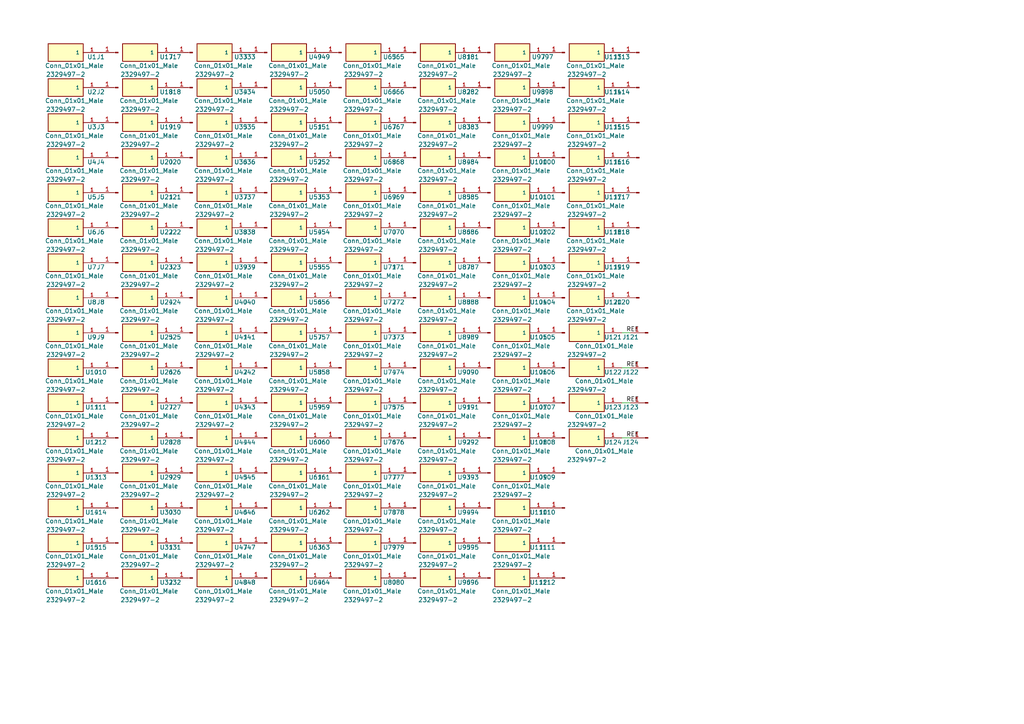
<source format=kicad_sch>
(kicad_sch (version 20211123) (generator eeschema)
  (paper "A4")
  (wire (pts (xy 182.88 127) (xy 180.34 127)))
  (wire (pts (xy 182.88 96.52) (xy 180.34 96.52)))
  (wire (pts (xy 182.88 116.84) (xy 180.34 116.84)))
  (wire (pts (xy 182.88 106.68) (xy 180.34 106.68)))
  (label "REF" (at 181.61 106.68 0))
  (label "REF" (at 181.61 127 0))
  (label "REF" (at 181.61 96.52 0))
  (label "REF" (at 181.61 116.84 0))
  (symbol (lib_id "TE_2329497-2:2329497-2") (at 62.23 35.56 180) (unit 1)
    (property "Reference" "U35" (at 69.85 36.83 0))
    (property "Value" "2329497-2" (at 62.23 41.91 0))
    (property "Footprint" "TE_2329497-2:TE_2329497-2" (effects hide))
    (property "Comment" "2329497-2" (effects hide))
    (property "DigiKey_Part_Number" "A142211TR-ND" (effects hide))
    (property "MF" "TE Connectivity" (effects hide))
    (property "MAXIMUM_PACKAGE_HEIGHT" "1.25mm" (effects hide))
    (property "Package" "None" (effects hide))
    (property "Check_prices" "https://www.snapeda.com/parts/2329497-2/TE+Connectivity/view-part/?ref=eda" (effects hide))
    (property "STANDARD" "Manufacturer Recommendations" (effects hide))
    (property "PARTREV" "A2" (effects hide))
    (property "SnapEDA_Link" "https://www.snapeda.com/parts/2329497-2/TE+Connectivity/view-part/?ref=snap" (effects hide))
    (property "MP" "2329497-2" (effects hide))
    (property "Purchase-URL" "https://www.snapeda.com/api/url_track_click_mouser/?unipart_id=4246318&manufacturer=TE Connectivity&part_name=2329497-2&search_term=None" (effects hide))
    (property "Description" "\nPLATED SPRING FINGER WITH PACKAG\n" (effects hide))
    (property "MANUFACTURER" "TE Connectivity" (effects hide))
  )
  (symbol (lib_id "Connector:Conn_01x01_Male") (at 99.06 35.56 180) (unit 1)
    (property "Reference" "J51" (at 93.98 36.83 0))
    (property "Value" "Conn_01x01_Male" (at 86.36 39.37 0))
    (property "Footprint" "1mm_x_1mm_solder_pad:1mm_x_1mm_solder_pad" (effects hide))
  )
  (symbol (lib_id "TE_2329497-2:2329497-2") (at 40.64 127 180) (unit 1)
    (property "Reference" "U28" (at 48.26 128.27 0))
    (property "Value" "2329497-2" (at 40.64 133.35 0))
    (property "Footprint" "TE_2329497-2:TE_2329497-2" (effects hide))
    (property "Comment" "2329497-2" (effects hide))
    (property "DigiKey_Part_Number" "A142211TR-ND" (effects hide))
    (property "MF" "TE Connectivity" (effects hide))
    (property "MAXIMUM_PACKAGE_HEIGHT" "1.25mm" (effects hide))
    (property "Package" "None" (effects hide))
    (property "Check_prices" "https://www.snapeda.com/parts/2329497-2/TE+Connectivity/view-part/?ref=eda" (effects hide))
    (property "STANDARD" "Manufacturer Recommendations" (effects hide))
    (property "PARTREV" "A2" (effects hide))
    (property "SnapEDA_Link" "https://www.snapeda.com/parts/2329497-2/TE+Connectivity/view-part/?ref=snap" (effects hide))
    (property "MP" "2329497-2" (effects hide))
    (property "Purchase-URL" "https://www.snapeda.com/api/url_track_click_mouser/?unipart_id=4246318&manufacturer=TE Connectivity&part_name=2329497-2&search_term=None" (effects hide))
    (property "Description" "\nPLATED SPRING FINGER WITH PACKAG\n" (effects hide))
    (property "MANUFACTURER" "TE Connectivity" (effects hide))
  )
  (symbol (lib_id "Connector:Conn_01x01_Male") (at 163.83 76.2 180) (unit 1)
    (property "Reference" "J103" (at 158.75 77.47 0))
    (property "Value" "Conn_01x01_Male" (at 151.13 80.01 0))
    (property "Footprint" "1mm_x_1mm_solder_pad:1mm_x_1mm_solder_pad" (effects hide))
  )
  (symbol (lib_id "TE_2329497-2:2329497-2") (at 127 157.48 180) (unit 1)
    (property "Reference" "U95" (at 134.62 158.75 0))
    (property "Value" "2329497-2" (at 127 163.83 0))
    (property "Footprint" "TE_2329497-2:TE_2329497-2" (effects hide))
    (property "Comment" "2329497-2" (effects hide))
    (property "DigiKey_Part_Number" "A142211TR-ND" (effects hide))
    (property "MF" "TE Connectivity" (effects hide))
    (property "MAXIMUM_PACKAGE_HEIGHT" "1.25mm" (effects hide))
    (property "Package" "None" (effects hide))
    (property "Check_prices" "https://www.snapeda.com/parts/2329497-2/TE+Connectivity/view-part/?ref=eda" (effects hide))
    (property "STANDARD" "Manufacturer Recommendations" (effects hide))
    (property "PARTREV" "A2" (effects hide))
    (property "SnapEDA_Link" "https://www.snapeda.com/parts/2329497-2/TE+Connectivity/view-part/?ref=snap" (effects hide))
    (property "MP" "2329497-2" (effects hide))
    (property "Purchase-URL" "https://www.snapeda.com/api/url_track_click_mouser/?unipart_id=4246318&manufacturer=TE Connectivity&part_name=2329497-2&search_term=None" (effects hide))
    (property "Description" "\nPLATED SPRING FINGER WITH PACKAG\n" (effects hide))
    (property "MANUFACTURER" "TE Connectivity" (effects hide))
  )
  (symbol (lib_id "TE_2329497-2:2329497-2") (at 127 45.72 180) (unit 1)
    (property "Reference" "U84" (at 134.62 46.99 0))
    (property "Value" "2329497-2" (at 127 52.07 0))
    (property "Footprint" "TE_2329497-2:TE_2329497-2" (effects hide))
    (property "Comment" "2329497-2" (effects hide))
    (property "DigiKey_Part_Number" "A142211TR-ND" (effects hide))
    (property "MF" "TE Connectivity" (effects hide))
    (property "MAXIMUM_PACKAGE_HEIGHT" "1.25mm" (effects hide))
    (property "Package" "None" (effects hide))
    (property "Check_prices" "https://www.snapeda.com/parts/2329497-2/TE+Connectivity/view-part/?ref=eda" (effects hide))
    (property "STANDARD" "Manufacturer Recommendations" (effects hide))
    (property "PARTREV" "A2" (effects hide))
    (property "SnapEDA_Link" "https://www.snapeda.com/parts/2329497-2/TE+Connectivity/view-part/?ref=snap" (effects hide))
    (property "MP" "2329497-2" (effects hide))
    (property "Purchase-URL" "https://www.snapeda.com/api/url_track_click_mouser/?unipart_id=4246318&manufacturer=TE Connectivity&part_name=2329497-2&search_term=None" (effects hide))
    (property "Description" "\nPLATED SPRING FINGER WITH PACKAG\n" (effects hide))
    (property "MANUFACTURER" "TE Connectivity" (effects hide))
  )
  (symbol (lib_id "TE_2329497-2:2329497-2") (at 40.64 55.88 180) (unit 1)
    (property "Reference" "U21" (at 48.26 57.15 0))
    (property "Value" "2329497-2" (at 40.64 62.23 0))
    (property "Footprint" "TE_2329497-2:TE_2329497-2" (effects hide))
    (property "Comment" "2329497-2" (effects hide))
    (property "DigiKey_Part_Number" "A142211TR-ND" (effects hide))
    (property "MF" "TE Connectivity" (effects hide))
    (property "MAXIMUM_PACKAGE_HEIGHT" "1.25mm" (effects hide))
    (property "Package" "None" (effects hide))
    (property "Check_prices" "https://www.snapeda.com/parts/2329497-2/TE+Connectivity/view-part/?ref=eda" (effects hide))
    (property "STANDARD" "Manufacturer Recommendations" (effects hide))
    (property "PARTREV" "A2" (effects hide))
    (property "SnapEDA_Link" "https://www.snapeda.com/parts/2329497-2/TE+Connectivity/view-part/?ref=snap" (effects hide))
    (property "MP" "2329497-2" (effects hide))
    (property "Purchase-URL" "https://www.snapeda.com/api/url_track_click_mouser/?unipart_id=4246318&manufacturer=TE Connectivity&part_name=2329497-2&search_term=None" (effects hide))
    (property "Description" "\nPLATED SPRING FINGER WITH PACKAG\n" (effects hide))
    (property "MANUFACTURER" "TE Connectivity" (effects hide))
  )
  (symbol (lib_id "Connector:Conn_01x01_Male") (at 163.83 167.64 180) (unit 1)
    (property "Reference" "J112" (at 158.75 168.91 0))
    (property "Value" "Conn_01x01_Male" (at 151.13 171.45 0))
    (property "Footprint" "1mm_x_1mm_solder_pad:1mm_x_1mm_solder_pad" (effects hide))
  )
  (symbol (lib_id "TE_2329497-2:2329497-2") (at 40.64 96.52 180) (unit 1)
    (property "Reference" "U25" (at 48.26 97.79 0))
    (property "Value" "2329497-2" (at 40.64 102.87 0))
    (property "Footprint" "TE_2329497-2:TE_2329497-2" (effects hide))
    (property "Comment" "2329497-2" (effects hide))
    (property "DigiKey_Part_Number" "A142211TR-ND" (effects hide))
    (property "MF" "TE Connectivity" (effects hide))
    (property "MAXIMUM_PACKAGE_HEIGHT" "1.25mm" (effects hide))
    (property "Package" "None" (effects hide))
    (property "Check_prices" "https://www.snapeda.com/parts/2329497-2/TE+Connectivity/view-part/?ref=eda" (effects hide))
    (property "STANDARD" "Manufacturer Recommendations" (effects hide))
    (property "PARTREV" "A2" (effects hide))
    (property "SnapEDA_Link" "https://www.snapeda.com/parts/2329497-2/TE+Connectivity/view-part/?ref=snap" (effects hide))
    (property "MP" "2329497-2" (effects hide))
    (property "Purchase-URL" "https://www.snapeda.com/api/url_track_click_mouser/?unipart_id=4246318&manufacturer=TE Connectivity&part_name=2329497-2&search_term=None" (effects hide))
    (property "Description" "\nPLATED SPRING FINGER WITH PACKAG\n" (effects hide))
    (property "MANUFACTURER" "TE Connectivity" (effects hide))
  )
  (symbol (lib_id "Connector:Conn_01x01_Male") (at 142.24 15.24 180) (unit 1)
    (property "Reference" "J81" (at 137.16 16.51 0))
    (property "Value" "Conn_01x01_Male" (at 129.54 19.05 0))
    (property "Footprint" "1mm_x_1mm_solder_pad:1mm_x_1mm_solder_pad" (effects hide))
  )
  (symbol (lib_id "TE_2329497-2:2329497-2") (at 19.05 116.84 180) (unit 1)
    (property "Reference" "U11" (at 26.67 118.11 0))
    (property "Value" "2329497-2" (at 19.05 123.19 0))
    (property "Footprint" "TE_2329497-2:TE_2329497-2" (effects hide))
    (property "Comment" "2329497-2" (effects hide))
    (property "DigiKey_Part_Number" "A142211TR-ND" (effects hide))
    (property "MF" "TE Connectivity" (effects hide))
    (property "MAXIMUM_PACKAGE_HEIGHT" "1.25mm" (effects hide))
    (property "Package" "None" (effects hide))
    (property "Check_prices" "https://www.snapeda.com/parts/2329497-2/TE+Connectivity/view-part/?ref=eda" (effects hide))
    (property "STANDARD" "Manufacturer Recommendations" (effects hide))
    (property "PARTREV" "A2" (effects hide))
    (property "SnapEDA_Link" "https://www.snapeda.com/parts/2329497-2/TE+Connectivity/view-part/?ref=snap" (effects hide))
    (property "MP" "2329497-2" (effects hide))
    (property "Purchase-URL" "https://www.snapeda.com/api/url_track_click_mouser/?unipart_id=4246318&manufacturer=TE Connectivity&part_name=2329497-2&search_term=None" (effects hide))
    (property "Description" "\nPLATED SPRING FINGER WITH PACKAG\n" (effects hide))
    (property "MANUFACTURER" "TE Connectivity" (effects hide))
  )
  (symbol (lib_id "Connector:Conn_01x01_Male") (at 163.83 25.4 180) (unit 1)
    (property "Reference" "J98" (at 158.75 26.67 0))
    (property "Value" "Conn_01x01_Male" (at 151.13 29.21 0))
    (property "Footprint" "1mm_x_1mm_solder_pad:1mm_x_1mm_solder_pad" (effects hide))
  )
  (symbol (lib_id "Connector:Conn_01x01_Male") (at 34.29 55.88 180) (unit 1)
    (property "Reference" "J5" (at 29.21 57.15 0))
    (property "Value" "Conn_01x01_Male" (at 21.59 59.69 0))
    (property "Footprint" "1mm_x_1mm_solder_pad:1mm_x_1mm_solder_pad" (effects hide))
  )
  (symbol (lib_id "TE_2329497-2:2329497-2") (at 105.41 45.72 180) (unit 1)
    (property "Reference" "U68" (at 113.03 46.99 0))
    (property "Value" "2329497-2" (at 105.41 52.07 0))
    (property "Footprint" "TE_2329497-2:TE_2329497-2" (effects hide))
    (property "Comment" "2329497-2" (effects hide))
    (property "DigiKey_Part_Number" "A142211TR-ND" (effects hide))
    (property "MF" "TE Connectivity" (effects hide))
    (property "MAXIMUM_PACKAGE_HEIGHT" "1.25mm" (effects hide))
    (property "Package" "None" (effects hide))
    (property "Check_prices" "https://www.snapeda.com/parts/2329497-2/TE+Connectivity/view-part/?ref=eda" (effects hide))
    (property "STANDARD" "Manufacturer Recommendations" (effects hide))
    (property "PARTREV" "A2" (effects hide))
    (property "SnapEDA_Link" "https://www.snapeda.com/parts/2329497-2/TE+Connectivity/view-part/?ref=snap" (effects hide))
    (property "MP" "2329497-2" (effects hide))
    (property "Purchase-URL" "https://www.snapeda.com/api/url_track_click_mouser/?unipart_id=4246318&manufacturer=TE Connectivity&part_name=2329497-2&search_term=None" (effects hide))
    (property "Description" "\nPLATED SPRING FINGER WITH PACKAG\n" (effects hide))
    (property "MANUFACTURER" "TE Connectivity" (effects hide))
  )
  (symbol (lib_id "Connector:Conn_01x01_Male") (at 77.47 15.24 180) (unit 1)
    (property "Reference" "J33" (at 72.39 16.51 0))
    (property "Value" "Conn_01x01_Male" (at 64.77 19.05 0))
    (property "Footprint" "1mm_x_1mm_solder_pad:1mm_x_1mm_solder_pad" (effects hide))
  )
  (symbol (lib_id "TE_2329497-2:2329497-2") (at 19.05 147.32 180) (unit 1)
    (property "Reference" "U14" (at 26.67 148.59 0))
    (property "Value" "2329497-2" (at 19.05 153.67 0))
    (property "Footprint" "TE_2329497-2:TE_2329497-2" (effects hide))
    (property "Comment" "2329497-2" (effects hide))
    (property "DigiKey_Part_Number" "A142211TR-ND" (effects hide))
    (property "MF" "TE Connectivity" (effects hide))
    (property "MAXIMUM_PACKAGE_HEIGHT" "1.25mm" (effects hide))
    (property "Package" "None" (effects hide))
    (property "Check_prices" "https://www.snapeda.com/parts/2329497-2/TE+Connectivity/view-part/?ref=eda" (effects hide))
    (property "STANDARD" "Manufacturer Recommendations" (effects hide))
    (property "PARTREV" "A2" (effects hide))
    (property "SnapEDA_Link" "https://www.snapeda.com/parts/2329497-2/TE+Connectivity/view-part/?ref=snap" (effects hide))
    (property "MP" "2329497-2" (effects hide))
    (property "Purchase-URL" "https://www.snapeda.com/api/url_track_click_mouser/?unipart_id=4246318&manufacturer=TE Connectivity&part_name=2329497-2&search_term=None" (effects hide))
    (property "Description" "\nPLATED SPRING FINGER WITH PACKAG\n" (effects hide))
    (property "MANUFACTURER" "TE Connectivity" (effects hide))
  )
  (symbol (lib_id "Connector:Conn_01x01_Male") (at 55.88 76.2 180) (unit 1)
    (property "Reference" "J23" (at 50.8 77.47 0))
    (property "Value" "Conn_01x01_Male" (at 43.18 80.01 0))
    (property "Footprint" "1mm_x_1mm_solder_pad:1mm_x_1mm_solder_pad" (effects hide))
  )
  (symbol (lib_id "TE_2329497-2:2329497-2") (at 40.64 137.16 180) (unit 1)
    (property "Reference" "U29" (at 48.26 138.43 0))
    (property "Value" "2329497-2" (at 40.64 143.51 0))
    (property "Footprint" "TE_2329497-2:TE_2329497-2" (effects hide))
    (property "Comment" "2329497-2" (effects hide))
    (property "DigiKey_Part_Number" "A142211TR-ND" (effects hide))
    (property "MF" "TE Connectivity" (effects hide))
    (property "MAXIMUM_PACKAGE_HEIGHT" "1.25mm" (effects hide))
    (property "Package" "None" (effects hide))
    (property "Check_prices" "https://www.snapeda.com/parts/2329497-2/TE+Connectivity/view-part/?ref=eda" (effects hide))
    (property "STANDARD" "Manufacturer Recommendations" (effects hide))
    (property "PARTREV" "A2" (effects hide))
    (property "SnapEDA_Link" "https://www.snapeda.com/parts/2329497-2/TE+Connectivity/view-part/?ref=snap" (effects hide))
    (property "MP" "2329497-2" (effects hide))
    (property "Purchase-URL" "https://www.snapeda.com/api/url_track_click_mouser/?unipart_id=4246318&manufacturer=TE Connectivity&part_name=2329497-2&search_term=None" (effects hide))
    (property "Description" "\nPLATED SPRING FINGER WITH PACKAG\n" (effects hide))
    (property "MANUFACTURER" "TE Connectivity" (effects hide))
  )
  (symbol (lib_id "TE_2329497-2:2329497-2") (at 127 25.4 180) (unit 1)
    (property "Reference" "U82" (at 134.62 26.67 0))
    (property "Value" "2329497-2" (at 127 31.75 0))
    (property "Footprint" "TE_2329497-2:TE_2329497-2" (effects hide))
    (property "Comment" "2329497-2" (effects hide))
    (property "DigiKey_Part_Number" "A142211TR-ND" (effects hide))
    (property "MF" "TE Connectivity" (effects hide))
    (property "MAXIMUM_PACKAGE_HEIGHT" "1.25mm" (effects hide))
    (property "Package" "None" (effects hide))
    (property "Check_prices" "https://www.snapeda.com/parts/2329497-2/TE+Connectivity/view-part/?ref=eda" (effects hide))
    (property "STANDARD" "Manufacturer Recommendations" (effects hide))
    (property "PARTREV" "A2" (effects hide))
    (property "SnapEDA_Link" "https://www.snapeda.com/parts/2329497-2/TE+Connectivity/view-part/?ref=snap" (effects hide))
    (property "MP" "2329497-2" (effects hide))
    (property "Purchase-URL" "https://www.snapeda.com/api/url_track_click_mouser/?unipart_id=4246318&manufacturer=TE Connectivity&part_name=2329497-2&search_term=None" (effects hide))
    (property "Description" "\nPLATED SPRING FINGER WITH PACKAG\n" (effects hide))
    (property "MANUFACTURER" "TE Connectivity" (effects hide))
  )
  (symbol (lib_id "Connector:Conn_01x01_Male") (at 99.06 157.48 180) (unit 1)
    (property "Reference" "J63" (at 93.98 158.75 0))
    (property "Value" "Conn_01x01_Male" (at 86.36 161.29 0))
    (property "Footprint" "1mm_x_1mm_solder_pad:1mm_x_1mm_solder_pad" (effects hide))
  )
  (symbol (lib_id "TE_2329497-2:2329497-2") (at 40.64 147.32 180) (unit 1)
    (property "Reference" "U30" (at 48.26 148.59 0))
    (property "Value" "2329497-2" (at 40.64 153.67 0))
    (property "Footprint" "TE_2329497-2:TE_2329497-2" (effects hide))
    (property "Comment" "2329497-2" (effects hide))
    (property "DigiKey_Part_Number" "A142211TR-ND" (effects hide))
    (property "MF" "TE Connectivity" (effects hide))
    (property "MAXIMUM_PACKAGE_HEIGHT" "1.25mm" (effects hide))
    (property "Package" "None" (effects hide))
    (property "Check_prices" "https://www.snapeda.com/parts/2329497-2/TE+Connectivity/view-part/?ref=eda" (effects hide))
    (property "STANDARD" "Manufacturer Recommendations" (effects hide))
    (property "PARTREV" "A2" (effects hide))
    (property "SnapEDA_Link" "https://www.snapeda.com/parts/2329497-2/TE+Connectivity/view-part/?ref=snap" (effects hide))
    (property "MP" "2329497-2" (effects hide))
    (property "Purchase-URL" "https://www.snapeda.com/api/url_track_click_mouser/?unipart_id=4246318&manufacturer=TE Connectivity&part_name=2329497-2&search_term=None" (effects hide))
    (property "Description" "\nPLATED SPRING FINGER WITH PACKAG\n" (effects hide))
    (property "MANUFACTURER" "TE Connectivity" (effects hide))
  )
  (symbol (lib_id "TE_2329497-2:2329497-2") (at 19.05 96.52 180) (unit 1)
    (property "Reference" "U9" (at 26.67 97.79 0))
    (property "Value" "2329497-2" (at 19.05 102.87 0))
    (property "Footprint" "TE_2329497-2:TE_2329497-2" (effects hide))
    (property "Comment" "2329497-2" (effects hide))
    (property "DigiKey_Part_Number" "A142211TR-ND" (effects hide))
    (property "MF" "TE Connectivity" (effects hide))
    (property "MAXIMUM_PACKAGE_HEIGHT" "1.25mm" (effects hide))
    (property "Package" "None" (effects hide))
    (property "Check_prices" "https://www.snapeda.com/parts/2329497-2/TE+Connectivity/view-part/?ref=eda" (effects hide))
    (property "STANDARD" "Manufacturer Recommendations" (effects hide))
    (property "PARTREV" "A2" (effects hide))
    (property "SnapEDA_Link" "https://www.snapeda.com/parts/2329497-2/TE+Connectivity/view-part/?ref=snap" (effects hide))
    (property "MP" "2329497-2" (effects hide))
    (property "Purchase-URL" "https://www.snapeda.com/api/url_track_click_mouser/?unipart_id=4246318&manufacturer=TE Connectivity&part_name=2329497-2&search_term=None" (effects hide))
    (property "Description" "\nPLATED SPRING FINGER WITH PACKAG\n" (effects hide))
    (property "MANUFACTURER" "TE Connectivity" (effects hide))
  )
  (symbol (lib_id "TE_2329497-2:2329497-2") (at 62.23 96.52 180) (unit 1)
    (property "Reference" "U41" (at 69.85 97.79 0))
    (property "Value" "2329497-2" (at 62.23 102.87 0))
    (property "Footprint" "TE_2329497-2:TE_2329497-2" (effects hide))
    (property "Comment" "2329497-2" (effects hide))
    (property "DigiKey_Part_Number" "A142211TR-ND" (effects hide))
    (property "MF" "TE Connectivity" (effects hide))
    (property "MAXIMUM_PACKAGE_HEIGHT" "1.25mm" (effects hide))
    (property "Package" "None" (effects hide))
    (property "Check_prices" "https://www.snapeda.com/parts/2329497-2/TE+Connectivity/view-part/?ref=eda" (effects hide))
    (property "STANDARD" "Manufacturer Recommendations" (effects hide))
    (property "PARTREV" "A2" (effects hide))
    (property "SnapEDA_Link" "https://www.snapeda.com/parts/2329497-2/TE+Connectivity/view-part/?ref=snap" (effects hide))
    (property "MP" "2329497-2" (effects hide))
    (property "Purchase-URL" "https://www.snapeda.com/api/url_track_click_mouser/?unipart_id=4246318&manufacturer=TE Connectivity&part_name=2329497-2&search_term=None" (effects hide))
    (property "Description" "\nPLATED SPRING FINGER WITH PACKAG\n" (effects hide))
    (property "MANUFACTURER" "TE Connectivity" (effects hide))
  )
  (symbol (lib_id "Connector:Conn_01x01_Male") (at 77.47 106.68 180) (unit 1)
    (property "Reference" "J42" (at 72.39 107.95 0))
    (property "Value" "Conn_01x01_Male" (at 64.77 110.49 0))
    (property "Footprint" "1mm_x_1mm_solder_pad:1mm_x_1mm_solder_pad" (effects hide))
  )
  (symbol (lib_id "TE_2329497-2:2329497-2") (at 62.23 76.2 180) (unit 1)
    (property "Reference" "U39" (at 69.85 77.47 0))
    (property "Value" "2329497-2" (at 62.23 82.55 0))
    (property "Footprint" "TE_2329497-2:TE_2329497-2" (effects hide))
    (property "Comment" "2329497-2" (effects hide))
    (property "DigiKey_Part_Number" "A142211TR-ND" (effects hide))
    (property "MF" "TE Connectivity" (effects hide))
    (property "MAXIMUM_PACKAGE_HEIGHT" "1.25mm" (effects hide))
    (property "Package" "None" (effects hide))
    (property "Check_prices" "https://www.snapeda.com/parts/2329497-2/TE+Connectivity/view-part/?ref=eda" (effects hide))
    (property "STANDARD" "Manufacturer Recommendations" (effects hide))
    (property "PARTREV" "A2" (effects hide))
    (property "SnapEDA_Link" "https://www.snapeda.com/parts/2329497-2/TE+Connectivity/view-part/?ref=snap" (effects hide))
    (property "MP" "2329497-2" (effects hide))
    (property "Purchase-URL" "https://www.snapeda.com/api/url_track_click_mouser/?unipart_id=4246318&manufacturer=TE Connectivity&part_name=2329497-2&search_term=None" (effects hide))
    (property "Description" "\nPLATED SPRING FINGER WITH PACKAG\n" (effects hide))
    (property "MANUFACTURER" "TE Connectivity" (effects hide))
  )
  (symbol (lib_id "TE_2329497-2:2329497-2") (at 105.41 66.04 180) (unit 1)
    (property "Reference" "U70" (at 113.03 67.31 0))
    (property "Value" "2329497-2" (at 105.41 72.39 0))
    (property "Footprint" "TE_2329497-2:TE_2329497-2" (effects hide))
    (property "Comment" "2329497-2" (effects hide))
    (property "DigiKey_Part_Number" "A142211TR-ND" (effects hide))
    (property "MF" "TE Connectivity" (effects hide))
    (property "MAXIMUM_PACKAGE_HEIGHT" "1.25mm" (effects hide))
    (property "Package" "None" (effects hide))
    (property "Check_prices" "https://www.snapeda.com/parts/2329497-2/TE+Connectivity/view-part/?ref=eda" (effects hide))
    (property "STANDARD" "Manufacturer Recommendations" (effects hide))
    (property "PARTREV" "A2" (effects hide))
    (property "SnapEDA_Link" "https://www.snapeda.com/parts/2329497-2/TE+Connectivity/view-part/?ref=snap" (effects hide))
    (property "MP" "2329497-2" (effects hide))
    (property "Purchase-URL" "https://www.snapeda.com/api/url_track_click_mouser/?unipart_id=4246318&manufacturer=TE Connectivity&part_name=2329497-2&search_term=None" (effects hide))
    (property "Description" "\nPLATED SPRING FINGER WITH PACKAG\n" (effects hide))
    (property "MANUFACTURER" "TE Connectivity" (effects hide))
  )
  (symbol (lib_id "TE_2329497-2:2329497-2") (at 83.82 167.64 180) (unit 1)
    (property "Reference" "U64" (at 91.44 168.91 0))
    (property "Value" "2329497-2" (at 83.82 173.99 0))
    (property "Footprint" "TE_2329497-2:TE_2329497-2" (effects hide))
    (property "Comment" "2329497-2" (effects hide))
    (property "DigiKey_Part_Number" "A142211TR-ND" (effects hide))
    (property "MF" "TE Connectivity" (effects hide))
    (property "MAXIMUM_PACKAGE_HEIGHT" "1.25mm" (effects hide))
    (property "Package" "None" (effects hide))
    (property "Check_prices" "https://www.snapeda.com/parts/2329497-2/TE+Connectivity/view-part/?ref=eda" (effects hide))
    (property "STANDARD" "Manufacturer Recommendations" (effects hide))
    (property "PARTREV" "A2" (effects hide))
    (property "SnapEDA_Link" "https://www.snapeda.com/parts/2329497-2/TE+Connectivity/view-part/?ref=snap" (effects hide))
    (property "MP" "2329497-2" (effects hide))
    (property "Purchase-URL" "https://www.snapeda.com/api/url_track_click_mouser/?unipart_id=4246318&manufacturer=TE Connectivity&part_name=2329497-2&search_term=None" (effects hide))
    (property "Description" "\nPLATED SPRING FINGER WITH PACKAG\n" (effects hide))
    (property "MANUFACTURER" "TE Connectivity" (effects hide))
  )
  (symbol (lib_id "TE_2329497-2:2329497-2") (at 40.64 76.2 180) (unit 1)
    (property "Reference" "U23" (at 48.26 77.47 0))
    (property "Value" "2329497-2" (at 40.64 82.55 0))
    (property "Footprint" "TE_2329497-2:TE_2329497-2" (effects hide))
    (property "Comment" "2329497-2" (effects hide))
    (property "DigiKey_Part_Number" "A142211TR-ND" (effects hide))
    (property "MF" "TE Connectivity" (effects hide))
    (property "MAXIMUM_PACKAGE_HEIGHT" "1.25mm" (effects hide))
    (property "Package" "None" (effects hide))
    (property "Check_prices" "https://www.snapeda.com/parts/2329497-2/TE+Connectivity/view-part/?ref=eda" (effects hide))
    (property "STANDARD" "Manufacturer Recommendations" (effects hide))
    (property "PARTREV" "A2" (effects hide))
    (property "SnapEDA_Link" "https://www.snapeda.com/parts/2329497-2/TE+Connectivity/view-part/?ref=snap" (effects hide))
    (property "MP" "2329497-2" (effects hide))
    (property "Purchase-URL" "https://www.snapeda.com/api/url_track_click_mouser/?unipart_id=4246318&manufacturer=TE Connectivity&part_name=2329497-2&search_term=None" (effects hide))
    (property "Description" "\nPLATED SPRING FINGER WITH PACKAG\n" (effects hide))
    (property "MANUFACTURER" "TE Connectivity" (effects hide))
  )
  (symbol (lib_id "Connector:Conn_01x01_Male") (at 77.47 96.52 180) (unit 1)
    (property "Reference" "J41" (at 72.39 97.79 0))
    (property "Value" "Conn_01x01_Male" (at 64.77 100.33 0))
    (property "Footprint" "1mm_x_1mm_solder_pad:1mm_x_1mm_solder_pad" (effects hide))
  )
  (symbol (lib_id "TE_2329497-2:2329497-2") (at 83.82 147.32 180) (unit 1)
    (property "Reference" "U62" (at 91.44 148.59 0))
    (property "Value" "2329497-2" (at 83.82 153.67 0))
    (property "Footprint" "TE_2329497-2:TE_2329497-2" (effects hide))
    (property "Comment" "2329497-2" (effects hide))
    (property "DigiKey_Part_Number" "A142211TR-ND" (effects hide))
    (property "MF" "TE Connectivity" (effects hide))
    (property "MAXIMUM_PACKAGE_HEIGHT" "1.25mm" (effects hide))
    (property "Package" "None" (effects hide))
    (property "Check_prices" "https://www.snapeda.com/parts/2329497-2/TE+Connectivity/view-part/?ref=eda" (effects hide))
    (property "STANDARD" "Manufacturer Recommendations" (effects hide))
    (property "PARTREV" "A2" (effects hide))
    (property "SnapEDA_Link" "https://www.snapeda.com/parts/2329497-2/TE+Connectivity/view-part/?ref=snap" (effects hide))
    (property "MP" "2329497-2" (effects hide))
    (property "Purchase-URL" "https://www.snapeda.com/api/url_track_click_mouser/?unipart_id=4246318&manufacturer=TE Connectivity&part_name=2329497-2&search_term=None" (effects hide))
    (property "Description" "\nPLATED SPRING FINGER WITH PACKAG\n" (effects hide))
    (property "MANUFACTURER" "TE Connectivity" (effects hide))
  )
  (symbol (lib_id "TE_2329497-2:2329497-2") (at 127 35.56 180) (unit 1)
    (property "Reference" "U83" (at 134.62 36.83 0))
    (property "Value" "2329497-2" (at 127 41.91 0))
    (property "Footprint" "TE_2329497-2:TE_2329497-2" (effects hide))
    (property "Comment" "2329497-2" (effects hide))
    (property "DigiKey_Part_Number" "A142211TR-ND" (effects hide))
    (property "MF" "TE Connectivity" (effects hide))
    (property "MAXIMUM_PACKAGE_HEIGHT" "1.25mm" (effects hide))
    (property "Package" "None" (effects hide))
    (property "Check_prices" "https://www.snapeda.com/parts/2329497-2/TE+Connectivity/view-part/?ref=eda" (effects hide))
    (property "STANDARD" "Manufacturer Recommendations" (effects hide))
    (property "PARTREV" "A2" (effects hide))
    (property "SnapEDA_Link" "https://www.snapeda.com/parts/2329497-2/TE+Connectivity/view-part/?ref=snap" (effects hide))
    (property "MP" "2329497-2" (effects hide))
    (property "Purchase-URL" "https://www.snapeda.com/api/url_track_click_mouser/?unipart_id=4246318&manufacturer=TE Connectivity&part_name=2329497-2&search_term=None" (effects hide))
    (property "Description" "\nPLATED SPRING FINGER WITH PACKAG\n" (effects hide))
    (property "MANUFACTURER" "TE Connectivity" (effects hide))
  )
  (symbol (lib_id "Connector:Conn_01x01_Male") (at 34.29 35.56 180) (unit 1)
    (property "Reference" "J3" (at 29.21 36.83 0))
    (property "Value" "Conn_01x01_Male" (at 21.59 39.37 0))
    (property "Footprint" "1mm_x_1mm_solder_pad:1mm_x_1mm_solder_pad" (effects hide))
  )
  (symbol (lib_id "TE_2329497-2:2329497-2") (at 83.82 86.36 180) (unit 1)
    (property "Reference" "U56" (at 91.44 87.63 0))
    (property "Value" "2329497-2" (at 83.82 92.71 0))
    (property "Footprint" "TE_2329497-2:TE_2329497-2" (effects hide))
    (property "Comment" "2329497-2" (effects hide))
    (property "DigiKey_Part_Number" "A142211TR-ND" (effects hide))
    (property "MF" "TE Connectivity" (effects hide))
    (property "MAXIMUM_PACKAGE_HEIGHT" "1.25mm" (effects hide))
    (property "Package" "None" (effects hide))
    (property "Check_prices" "https://www.snapeda.com/parts/2329497-2/TE+Connectivity/view-part/?ref=eda" (effects hide))
    (property "STANDARD" "Manufacturer Recommendations" (effects hide))
    (property "PARTREV" "A2" (effects hide))
    (property "SnapEDA_Link" "https://www.snapeda.com/parts/2329497-2/TE+Connectivity/view-part/?ref=snap" (effects hide))
    (property "MP" "2329497-2" (effects hide))
    (property "Purchase-URL" "https://www.snapeda.com/api/url_track_click_mouser/?unipart_id=4246318&manufacturer=TE Connectivity&part_name=2329497-2&search_term=None" (effects hide))
    (property "Description" "\nPLATED SPRING FINGER WITH PACKAG\n" (effects hide))
    (property "MANUFACTURER" "TE Connectivity" (effects hide))
  )
  (symbol (lib_id "Connector:Conn_01x01_Male") (at 55.88 127 180) (unit 1)
    (property "Reference" "J28" (at 50.8 128.27 0))
    (property "Value" "Conn_01x01_Male" (at 43.18 130.81 0))
    (property "Footprint" "1mm_x_1mm_solder_pad:1mm_x_1mm_solder_pad" (effects hide))
  )
  (symbol (lib_id "Connector:Conn_01x01_Male") (at 142.24 167.64 180) (unit 1)
    (property "Reference" "J96" (at 137.16 168.91 0))
    (property "Value" "Conn_01x01_Male" (at 129.54 171.45 0))
    (property "Footprint" "1mm_x_1mm_solder_pad:1mm_x_1mm_solder_pad" (effects hide))
  )
  (symbol (lib_id "TE_2329497-2:2329497-2") (at 105.41 55.88 180) (unit 1)
    (property "Reference" "U69" (at 113.03 57.15 0))
    (property "Value" "2329497-2" (at 105.41 62.23 0))
    (property "Footprint" "TE_2329497-2:TE_2329497-2" (effects hide))
    (property "Comment" "2329497-2" (effects hide))
    (property "DigiKey_Part_Number" "A142211TR-ND" (effects hide))
    (property "MF" "TE Connectivity" (effects hide))
    (property "MAXIMUM_PACKAGE_HEIGHT" "1.25mm" (effects hide))
    (property "Package" "None" (effects hide))
    (property "Check_prices" "https://www.snapeda.com/parts/2329497-2/TE+Connectivity/view-part/?ref=eda" (effects hide))
    (property "STANDARD" "Manufacturer Recommendations" (effects hide))
    (property "PARTREV" "A2" (effects hide))
    (property "SnapEDA_Link" "https://www.snapeda.com/parts/2329497-2/TE+Connectivity/view-part/?ref=snap" (effects hide))
    (property "MP" "2329497-2" (effects hide))
    (property "Purchase-URL" "https://www.snapeda.com/api/url_track_click_mouser/?unipart_id=4246318&manufacturer=TE Connectivity&part_name=2329497-2&search_term=None" (effects hide))
    (property "Description" "\nPLATED SPRING FINGER WITH PACKAG\n" (effects hide))
    (property "MANUFACTURER" "TE Connectivity" (effects hide))
  )
  (symbol (lib_id "TE_2329497-2:2329497-2") (at 148.59 137.16 180) (unit 1)
    (property "Reference" "U109" (at 156.21 138.43 0))
    (property "Value" "2329497-2" (at 148.59 143.51 0))
    (property "Footprint" "TE_2329497-2:TE_2329497-2" (effects hide))
    (property "Comment" "2329497-2" (effects hide))
    (property "DigiKey_Part_Number" "A142211TR-ND" (effects hide))
    (property "MF" "TE Connectivity" (effects hide))
    (property "MAXIMUM_PACKAGE_HEIGHT" "1.25mm" (effects hide))
    (property "Package" "None" (effects hide))
    (property "Check_prices" "https://www.snapeda.com/parts/2329497-2/TE+Connectivity/view-part/?ref=eda" (effects hide))
    (property "STANDARD" "Manufacturer Recommendations" (effects hide))
    (property "PARTREV" "A2" (effects hide))
    (property "SnapEDA_Link" "https://www.snapeda.com/parts/2329497-2/TE+Connectivity/view-part/?ref=snap" (effects hide))
    (property "MP" "2329497-2" (effects hide))
    (property "Purchase-URL" "https://www.snapeda.com/api/url_track_click_mouser/?unipart_id=4246318&manufacturer=TE Connectivity&part_name=2329497-2&search_term=None" (effects hide))
    (property "Description" "\nPLATED SPRING FINGER WITH PACKAG\n" (effects hide))
    (property "MANUFACTURER" "TE Connectivity" (effects hide))
  )
  (symbol (lib_id "Connector:Conn_01x01_Male") (at 34.29 147.32 180) (unit 1)
    (property "Reference" "J14" (at 29.21 148.59 0))
    (property "Value" "Conn_01x01_Male" (at 21.59 151.13 0))
    (property "Footprint" "1mm_x_1mm_solder_pad:1mm_x_1mm_solder_pad" (effects hide))
  )
  (symbol (lib_id "TE_2329497-2:2329497-2") (at 170.18 127 180) (unit 1)
    (property "Reference" "U124" (at 177.8 128.27 0))
    (property "Value" "2329497-2" (at 170.18 133.35 0))
    (property "Footprint" "TE_2329497-2:TE_2329497-2" (effects hide))
    (property "Comment" "2329497-2" (effects hide))
    (property "DigiKey_Part_Number" "A142211TR-ND" (effects hide))
    (property "MF" "TE Connectivity" (effects hide))
    (property "MAXIMUM_PACKAGE_HEIGHT" "1.25mm" (effects hide))
    (property "Package" "None" (effects hide))
    (property "Check_prices" "https://www.snapeda.com/parts/2329497-2/TE+Connectivity/view-part/?ref=eda" (effects hide))
    (property "STANDARD" "Manufacturer Recommendations" (effects hide))
    (property "PARTREV" "A2" (effects hide))
    (property "SnapEDA_Link" "https://www.snapeda.com/parts/2329497-2/TE+Connectivity/view-part/?ref=snap" (effects hide))
    (property "MP" "2329497-2" (effects hide))
    (property "Purchase-URL" "https://www.snapeda.com/api/url_track_click_mouser/?unipart_id=4246318&manufacturer=TE Connectivity&part_name=2329497-2&search_term=None" (effects hide))
    (property "Description" "\nPLATED SPRING FINGER WITH PACKAG\n" (effects hide))
    (property "MANUFACTURER" "TE Connectivity" (effects hide))
  )
  (symbol (lib_id "Connector:Conn_01x01_Male") (at 55.88 116.84 180) (unit 1)
    (property "Reference" "J27" (at 50.8 118.11 0))
    (property "Value" "Conn_01x01_Male" (at 43.18 120.65 0))
    (property "Footprint" "1mm_x_1mm_solder_pad:1mm_x_1mm_solder_pad" (effects hide))
  )
  (symbol (lib_id "Connector:Conn_01x01_Male") (at 120.65 45.72 180) (unit 1)
    (property "Reference" "J68" (at 115.57 46.99 0))
    (property "Value" "Conn_01x01_Male" (at 107.95 49.53 0))
    (property "Footprint" "1mm_x_1mm_solder_pad:1mm_x_1mm_solder_pad" (effects hide))
  )
  (symbol (lib_id "Connector:Conn_01x01_Male") (at 34.29 167.64 180) (unit 1)
    (property "Reference" "J16" (at 29.21 168.91 0))
    (property "Value" "Conn_01x01_Male" (at 21.59 171.45 0))
    (property "Footprint" "1mm_x_1mm_solder_pad:1mm_x_1mm_solder_pad" (effects hide))
  )
  (symbol (lib_id "TE_2329497-2:2329497-2") (at 105.41 35.56 180) (unit 1)
    (property "Reference" "U67" (at 113.03 36.83 0))
    (property "Value" "2329497-2" (at 105.41 41.91 0))
    (property "Footprint" "TE_2329497-2:TE_2329497-2" (effects hide))
    (property "Comment" "2329497-2" (effects hide))
    (property "DigiKey_Part_Number" "A142211TR-ND" (effects hide))
    (property "MF" "TE Connectivity" (effects hide))
    (property "MAXIMUM_PACKAGE_HEIGHT" "1.25mm" (effects hide))
    (property "Package" "None" (effects hide))
    (property "Check_prices" "https://www.snapeda.com/parts/2329497-2/TE+Connectivity/view-part/?ref=eda" (effects hide))
    (property "STANDARD" "Manufacturer Recommendations" (effects hide))
    (property "PARTREV" "A2" (effects hide))
    (property "SnapEDA_Link" "https://www.snapeda.com/parts/2329497-2/TE+Connectivity/view-part/?ref=snap" (effects hide))
    (property "MP" "2329497-2" (effects hide))
    (property "Purchase-URL" "https://www.snapeda.com/api/url_track_click_mouser/?unipart_id=4246318&manufacturer=TE Connectivity&part_name=2329497-2&search_term=None" (effects hide))
    (property "Description" "\nPLATED SPRING FINGER WITH PACKAG\n" (effects hide))
    (property "MANUFACTURER" "TE Connectivity" (effects hide))
  )
  (symbol (lib_id "TE_2329497-2:2329497-2") (at 83.82 25.4 180) (unit 1)
    (property "Reference" "U50" (at 91.44 26.67 0))
    (property "Value" "2329497-2" (at 83.82 31.75 0))
    (property "Footprint" "TE_2329497-2:TE_2329497-2" (effects hide))
    (property "Comment" "2329497-2" (effects hide))
    (property "DigiKey_Part_Number" "A142211TR-ND" (effects hide))
    (property "MF" "TE Connectivity" (effects hide))
    (property "MAXIMUM_PACKAGE_HEIGHT" "1.25mm" (effects hide))
    (property "Package" "None" (effects hide))
    (property "Check_prices" "https://www.snapeda.com/parts/2329497-2/TE+Connectivity/view-part/?ref=eda" (effects hide))
    (property "STANDARD" "Manufacturer Recommendations" (effects hide))
    (property "PARTREV" "A2" (effects hide))
    (property "SnapEDA_Link" "https://www.snapeda.com/parts/2329497-2/TE+Connectivity/view-part/?ref=snap" (effects hide))
    (property "MP" "2329497-2" (effects hide))
    (property "Purchase-URL" "https://www.snapeda.com/api/url_track_click_mouser/?unipart_id=4246318&manufacturer=TE Connectivity&part_name=2329497-2&search_term=None" (effects hide))
    (property "Description" "\nPLATED SPRING FINGER WITH PACKAG\n" (effects hide))
    (property "MANUFACTURER" "TE Connectivity" (effects hide))
  )
  (symbol (lib_id "Connector:Conn_01x01_Male") (at 120.65 55.88 180) (unit 1)
    (property "Reference" "J69" (at 115.57 57.15 0))
    (property "Value" "Conn_01x01_Male" (at 107.95 59.69 0))
    (property "Footprint" "1mm_x_1mm_solder_pad:1mm_x_1mm_solder_pad" (effects hide))
  )
  (symbol (lib_id "Connector:Conn_01x01_Male") (at 142.24 86.36 180) (unit 1)
    (property "Reference" "J88" (at 137.16 87.63 0))
    (property "Value" "Conn_01x01_Male" (at 129.54 90.17 0))
    (property "Footprint" "1mm_x_1mm_solder_pad:1mm_x_1mm_solder_pad" (effects hide))
  )
  (symbol (lib_id "TE_2329497-2:2329497-2") (at 40.64 86.36 180) (unit 1)
    (property "Reference" "U24" (at 48.26 87.63 0))
    (property "Value" "2329497-2" (at 40.64 92.71 0))
    (property "Footprint" "TE_2329497-2:TE_2329497-2" (effects hide))
    (property "Comment" "2329497-2" (effects hide))
    (property "DigiKey_Part_Number" "A142211TR-ND" (effects hide))
    (property "MF" "TE Connectivity" (effects hide))
    (property "MAXIMUM_PACKAGE_HEIGHT" "1.25mm" (effects hide))
    (property "Package" "None" (effects hide))
    (property "Check_prices" "https://www.snapeda.com/parts/2329497-2/TE+Connectivity/view-part/?ref=eda" (effects hide))
    (property "STANDARD" "Manufacturer Recommendations" (effects hide))
    (property "PARTREV" "A2" (effects hide))
    (property "SnapEDA_Link" "https://www.snapeda.com/parts/2329497-2/TE+Connectivity/view-part/?ref=snap" (effects hide))
    (property "MP" "2329497-2" (effects hide))
    (property "Purchase-URL" "https://www.snapeda.com/api/url_track_click_mouser/?unipart_id=4246318&manufacturer=TE Connectivity&part_name=2329497-2&search_term=None" (effects hide))
    (property "Description" "\nPLATED SPRING FINGER WITH PACKAG\n" (effects hide))
    (property "MANUFACTURER" "TE Connectivity" (effects hide))
  )
  (symbol (lib_id "Connector:Conn_01x01_Male") (at 163.83 55.88 180) (unit 1)
    (property "Reference" "J101" (at 158.75 57.15 0))
    (property "Value" "Conn_01x01_Male" (at 151.13 59.69 0))
    (property "Footprint" "1mm_x_1mm_solder_pad:1mm_x_1mm_solder_pad" (effects hide))
  )
  (symbol (lib_id "TE_2329497-2:2329497-2") (at 170.18 76.2 180) (unit 1)
    (property "Reference" "U119" (at 177.8 77.47 0))
    (property "Value" "2329497-2" (at 170.18 82.55 0))
    (property "Footprint" "TE_2329497-2:TE_2329497-2" (effects hide))
    (property "Comment" "2329497-2" (effects hide))
    (property "DigiKey_Part_Number" "A142211TR-ND" (effects hide))
    (property "MF" "TE Connectivity" (effects hide))
    (property "MAXIMUM_PACKAGE_HEIGHT" "1.25mm" (effects hide))
    (property "Package" "None" (effects hide))
    (property "Check_prices" "https://www.snapeda.com/parts/2329497-2/TE+Connectivity/view-part/?ref=eda" (effects hide))
    (property "STANDARD" "Manufacturer Recommendations" (effects hide))
    (property "PARTREV" "A2" (effects hide))
    (property "SnapEDA_Link" "https://www.snapeda.com/parts/2329497-2/TE+Connectivity/view-part/?ref=snap" (effects hide))
    (property "MP" "2329497-2" (effects hide))
    (property "Purchase-URL" "https://www.snapeda.com/api/url_track_click_mouser/?unipart_id=4246318&manufacturer=TE Connectivity&part_name=2329497-2&search_term=None" (effects hide))
    (property "Description" "\nPLATED SPRING FINGER WITH PACKAG\n" (effects hide))
    (property "MANUFACTURER" "TE Connectivity" (effects hide))
  )
  (symbol (lib_id "TE_2329497-2:2329497-2") (at 170.18 35.56 180) (unit 1)
    (property "Reference" "U115" (at 177.8 36.83 0))
    (property "Value" "2329497-2" (at 170.18 41.91 0))
    (property "Footprint" "TE_2329497-2:TE_2329497-2" (effects hide))
    (property "Comment" "2329497-2" (effects hide))
    (property "DigiKey_Part_Number" "A142211TR-ND" (effects hide))
    (property "MF" "TE Connectivity" (effects hide))
    (property "MAXIMUM_PACKAGE_HEIGHT" "1.25mm" (effects hide))
    (property "Package" "None" (effects hide))
    (property "Check_prices" "https://www.snapeda.com/parts/2329497-2/TE+Connectivity/view-part/?ref=eda" (effects hide))
    (property "STANDARD" "Manufacturer Recommendations" (effects hide))
    (property "PARTREV" "A2" (effects hide))
    (property "SnapEDA_Link" "https://www.snapeda.com/parts/2329497-2/TE+Connectivity/view-part/?ref=snap" (effects hide))
    (property "MP" "2329497-2" (effects hide))
    (property "Purchase-URL" "https://www.snapeda.com/api/url_track_click_mouser/?unipart_id=4246318&manufacturer=TE Connectivity&part_name=2329497-2&search_term=None" (effects hide))
    (property "Description" "\nPLATED SPRING FINGER WITH PACKAG\n" (effects hide))
    (property "MANUFACTURER" "TE Connectivity" (effects hide))
  )
  (symbol (lib_id "TE_2329497-2:2329497-2") (at 105.41 147.32 180) (unit 1)
    (property "Reference" "U78" (at 113.03 148.59 0))
    (property "Value" "2329497-2" (at 105.41 153.67 0))
    (property "Footprint" "TE_2329497-2:TE_2329497-2" (effects hide))
    (property "Comment" "2329497-2" (effects hide))
    (property "DigiKey_Part_Number" "A142211TR-ND" (effects hide))
    (property "MF" "TE Connectivity" (effects hide))
    (property "MAXIMUM_PACKAGE_HEIGHT" "1.25mm" (effects hide))
    (property "Package" "None" (effects hide))
    (property "Check_prices" "https://www.snapeda.com/parts/2329497-2/TE+Connectivity/view-part/?ref=eda" (effects hide))
    (property "STANDARD" "Manufacturer Recommendations" (effects hide))
    (property "PARTREV" "A2" (effects hide))
    (property "SnapEDA_Link" "https://www.snapeda.com/parts/2329497-2/TE+Connectivity/view-part/?ref=snap" (effects hide))
    (property "MP" "2329497-2" (effects hide))
    (property "Purchase-URL" "https://www.snapeda.com/api/url_track_click_mouser/?unipart_id=4246318&manufacturer=TE Connectivity&part_name=2329497-2&search_term=None" (effects hide))
    (property "Description" "\nPLATED SPRING FINGER WITH PACKAG\n" (effects hide))
    (property "MANUFACTURER" "TE Connectivity" (effects hide))
  )
  (symbol (lib_id "TE_2329497-2:2329497-2") (at 62.23 25.4 180) (unit 1)
    (property "Reference" "U34" (at 69.85 26.67 0))
    (property "Value" "2329497-2" (at 62.23 31.75 0))
    (property "Footprint" "TE_2329497-2:TE_2329497-2" (effects hide))
    (property "Comment" "2329497-2" (effects hide))
    (property "DigiKey_Part_Number" "A142211TR-ND" (effects hide))
    (property "MF" "TE Connectivity" (effects hide))
    (property "MAXIMUM_PACKAGE_HEIGHT" "1.25mm" (effects hide))
    (property "Package" "None" (effects hide))
    (property "Check_prices" "https://www.snapeda.com/parts/2329497-2/TE+Connectivity/view-part/?ref=eda" (effects hide))
    (property "STANDARD" "Manufacturer Recommendations" (effects hide))
    (property "PARTREV" "A2" (effects hide))
    (property "SnapEDA_Link" "https://www.snapeda.com/parts/2329497-2/TE+Connectivity/view-part/?ref=snap" (effects hide))
    (property "MP" "2329497-2" (effects hide))
    (property "Purchase-URL" "https://www.snapeda.com/api/url_track_click_mouser/?unipart_id=4246318&manufacturer=TE Connectivity&part_name=2329497-2&search_term=None" (effects hide))
    (property "Description" "\nPLATED SPRING FINGER WITH PACKAG\n" (effects hide))
    (property "MANUFACTURER" "TE Connectivity" (effects hide))
  )
  (symbol (lib_id "Connector:Conn_01x01_Male") (at 142.24 147.32 180) (unit 1)
    (property "Reference" "J94" (at 137.16 148.59 0))
    (property "Value" "Conn_01x01_Male" (at 129.54 151.13 0))
    (property "Footprint" "1mm_x_1mm_solder_pad:1mm_x_1mm_solder_pad" (effects hide))
  )
  (symbol (lib_id "TE_2329497-2:2329497-2") (at 83.82 45.72 180) (unit 1)
    (property "Reference" "U52" (at 91.44 46.99 0))
    (property "Value" "2329497-2" (at 83.82 52.07 0))
    (property "Footprint" "TE_2329497-2:TE_2329497-2" (effects hide))
    (property "Comment" "2329497-2" (effects hide))
    (property "DigiKey_Part_Number" "A142211TR-ND" (effects hide))
    (property "MF" "TE Connectivity" (effects hide))
    (property "MAXIMUM_PACKAGE_HEIGHT" "1.25mm" (effects hide))
    (property "Package" "None" (effects hide))
    (property "Check_prices" "https://www.snapeda.com/parts/2329497-2/TE+Connectivity/view-part/?ref=eda" (effects hide))
    (property "STANDARD" "Manufacturer Recommendations" (effects hide))
    (property "PARTREV" "A2" (effects hide))
    (property "SnapEDA_Link" "https://www.snapeda.com/parts/2329497-2/TE+Connectivity/view-part/?ref=snap" (effects hide))
    (property "MP" "2329497-2" (effects hide))
    (property "Purchase-URL" "https://www.snapeda.com/api/url_track_click_mouser/?unipart_id=4246318&manufacturer=TE Connectivity&part_name=2329497-2&search_term=None" (effects hide))
    (property "Description" "\nPLATED SPRING FINGER WITH PACKAG\n" (effects hide))
    (property "MANUFACTURER" "TE Connectivity" (effects hide))
  )
  (symbol (lib_id "TE_2329497-2:2329497-2") (at 105.41 127 180) (unit 1)
    (property "Reference" "U76" (at 113.03 128.27 0))
    (property "Value" "2329497-2" (at 105.41 133.35 0))
    (property "Footprint" "TE_2329497-2:TE_2329497-2" (effects hide))
    (property "Comment" "2329497-2" (effects hide))
    (property "DigiKey_Part_Number" "A142211TR-ND" (effects hide))
    (property "MF" "TE Connectivity" (effects hide))
    (property "MAXIMUM_PACKAGE_HEIGHT" "1.25mm" (effects hide))
    (property "Package" "None" (effects hide))
    (property "Check_prices" "https://www.snapeda.com/parts/2329497-2/TE+Connectivity/view-part/?ref=eda" (effects hide))
    (property "STANDARD" "Manufacturer Recommendations" (effects hide))
    (property "PARTREV" "A2" (effects hide))
    (property "SnapEDA_Link" "https://www.snapeda.com/parts/2329497-2/TE+Connectivity/view-part/?ref=snap" (effects hide))
    (property "MP" "2329497-2" (effects hide))
    (property "Purchase-URL" "https://www.snapeda.com/api/url_track_click_mouser/?unipart_id=4246318&manufacturer=TE Connectivity&part_name=2329497-2&search_term=None" (effects hide))
    (property "Description" "\nPLATED SPRING FINGER WITH PACKAG\n" (effects hide))
    (property "MANUFACTURER" "TE Connectivity" (effects hide))
  )
  (symbol (lib_id "TE_2329497-2:2329497-2") (at 127 66.04 180) (unit 1)
    (property "Reference" "U86" (at 134.62 67.31 0))
    (property "Value" "2329497-2" (at 127 72.39 0))
    (property "Footprint" "TE_2329497-2:TE_2329497-2" (effects hide))
    (property "Comment" "2329497-2" (effects hide))
    (property "DigiKey_Part_Number" "A142211TR-ND" (effects hide))
    (property "MF" "TE Connectivity" (effects hide))
    (property "MAXIMUM_PACKAGE_HEIGHT" "1.25mm" (effects hide))
    (property "Package" "None" (effects hide))
    (property "Check_prices" "https://www.snapeda.com/parts/2329497-2/TE+Connectivity/view-part/?ref=eda" (effects hide))
    (property "STANDARD" "Manufacturer Recommendations" (effects hide))
    (property "PARTREV" "A2" (effects hide))
    (property "SnapEDA_Link" "https://www.snapeda.com/parts/2329497-2/TE+Connectivity/view-part/?ref=snap" (effects hide))
    (property "MP" "2329497-2" (effects hide))
    (property "Purchase-URL" "https://www.snapeda.com/api/url_track_click_mouser/?unipart_id=4246318&manufacturer=TE Connectivity&part_name=2329497-2&search_term=None" (effects hide))
    (property "Description" "\nPLATED SPRING FINGER WITH PACKAG\n" (effects hide))
    (property "MANUFACTURER" "TE Connectivity" (effects hide))
  )
  (symbol (lib_id "Connector:Conn_01x01_Male") (at 34.29 96.52 180) (unit 1)
    (property "Reference" "J9" (at 29.21 97.79 0))
    (property "Value" "Conn_01x01_Male" (at 21.59 100.33 0))
    (property "Footprint" "1mm_x_1mm_solder_pad:1mm_x_1mm_solder_pad" (effects hide))
  )
  (symbol (lib_id "Connector:Conn_01x01_Male") (at 163.83 45.72 180) (unit 1)
    (property "Reference" "J100" (at 158.75 46.99 0))
    (property "Value" "Conn_01x01_Male" (at 151.13 49.53 0))
    (property "Footprint" "1mm_x_1mm_solder_pad:1mm_x_1mm_solder_pad" (effects hide))
  )
  (symbol (lib_id "Connector:Conn_01x01_Male") (at 55.88 157.48 180) (unit 1)
    (property "Reference" "J31" (at 50.8 158.75 0))
    (property "Value" "Conn_01x01_Male" (at 43.18 161.29 0))
    (property "Footprint" "1mm_x_1mm_solder_pad:1mm_x_1mm_solder_pad" (effects hide))
  )
  (symbol (lib_id "Connector:Conn_01x01_Male") (at 142.24 137.16 180) (unit 1)
    (property "Reference" "J93" (at 137.16 138.43 0))
    (property "Value" "Conn_01x01_Male" (at 129.54 140.97 0))
    (property "Footprint" "1mm_x_1mm_solder_pad:1mm_x_1mm_solder_pad" (effects hide))
  )
  (symbol (lib_id "Connector:Conn_01x01_Male") (at 77.47 137.16 180) (unit 1)
    (property "Reference" "J45" (at 72.39 138.43 0))
    (property "Value" "Conn_01x01_Male" (at 64.77 140.97 0))
    (property "Footprint" "1mm_x_1mm_solder_pad:1mm_x_1mm_solder_pad" (effects hide))
  )
  (symbol (lib_id "Connector:Conn_01x01_Male") (at 99.06 137.16 180) (unit 1)
    (property "Reference" "J61" (at 93.98 138.43 0))
    (property "Value" "Conn_01x01_Male" (at 86.36 140.97 0))
    (property "Footprint" "1mm_x_1mm_solder_pad:1mm_x_1mm_solder_pad" (effects hide))
  )
  (symbol (lib_id "TE_2329497-2:2329497-2") (at 62.23 106.68 180) (unit 1)
    (property "Reference" "U42" (at 69.85 107.95 0))
    (property "Value" "2329497-2" (at 62.23 113.03 0))
    (property "Footprint" "TE_2329497-2:TE_2329497-2" (effects hide))
    (property "Comment" "2329497-2" (effects hide))
    (property "DigiKey_Part_Number" "A142211TR-ND" (effects hide))
    (property "MF" "TE Connectivity" (effects hide))
    (property "MAXIMUM_PACKAGE_HEIGHT" "1.25mm" (effects hide))
    (property "Package" "None" (effects hide))
    (property "Check_prices" "https://www.snapeda.com/parts/2329497-2/TE+Connectivity/view-part/?ref=eda" (effects hide))
    (property "STANDARD" "Manufacturer Recommendations" (effects hide))
    (property "PARTREV" "A2" (effects hide))
    (property "SnapEDA_Link" "https://www.snapeda.com/parts/2329497-2/TE+Connectivity/view-part/?ref=snap" (effects hide))
    (property "MP" "2329497-2" (effects hide))
    (property "Purchase-URL" "https://www.snapeda.com/api/url_track_click_mouser/?unipart_id=4246318&manufacturer=TE Connectivity&part_name=2329497-2&search_term=None" (effects hide))
    (property "Description" "\nPLATED SPRING FINGER WITH PACKAG\n" (effects hide))
    (property "MANUFACTURER" "TE Connectivity" (effects hide))
  )
  (symbol (lib_id "Connector:Conn_01x01_Male") (at 34.29 25.4 180) (unit 1)
    (property "Reference" "J2" (at 29.21 26.67 0))
    (property "Value" "Conn_01x01_Male" (at 21.59 29.21 0))
    (property "Footprint" "1mm_x_1mm_solder_pad:1mm_x_1mm_solder_pad" (effects hide))
  )
  (symbol (lib_id "TE_2329497-2:2329497-2") (at 83.82 76.2 180) (unit 1)
    (property "Reference" "U55" (at 91.44 77.47 0))
    (property "Value" "2329497-2" (at 83.82 82.55 0))
    (property "Footprint" "TE_2329497-2:TE_2329497-2" (effects hide))
    (property "Comment" "2329497-2" (effects hide))
    (property "DigiKey_Part_Number" "A142211TR-ND" (effects hide))
    (property "MF" "TE Connectivity" (effects hide))
    (property "MAXIMUM_PACKAGE_HEIGHT" "1.25mm" (effects hide))
    (property "Package" "None" (effects hide))
    (property "Check_prices" "https://www.snapeda.com/parts/2329497-2/TE+Connectivity/view-part/?ref=eda" (effects hide))
    (property "STANDARD" "Manufacturer Recommendations" (effects hide))
    (property "PARTREV" "A2" (effects hide))
    (property "SnapEDA_Link" "https://www.snapeda.com/parts/2329497-2/TE+Connectivity/view-part/?ref=snap" (effects hide))
    (property "MP" "2329497-2" (effects hide))
    (property "Purchase-URL" "https://www.snapeda.com/api/url_track_click_mouser/?unipart_id=4246318&manufacturer=TE Connectivity&part_name=2329497-2&search_term=None" (effects hide))
    (property "Description" "\nPLATED SPRING FINGER WITH PACKAG\n" (effects hide))
    (property "MANUFACTURER" "TE Connectivity" (effects hide))
  )
  (symbol (lib_id "TE_2329497-2:2329497-2") (at 62.23 167.64 180) (unit 1)
    (property "Reference" "U48" (at 69.85 168.91 0))
    (property "Value" "2329497-2" (at 62.23 173.99 0))
    (property "Footprint" "TE_2329497-2:TE_2329497-2" (effects hide))
    (property "Comment" "2329497-2" (effects hide))
    (property "DigiKey_Part_Number" "A142211TR-ND" (effects hide))
    (property "MF" "TE Connectivity" (effects hide))
    (property "MAXIMUM_PACKAGE_HEIGHT" "1.25mm" (effects hide))
    (property "Package" "None" (effects hide))
    (property "Check_prices" "https://www.snapeda.com/parts/2329497-2/TE+Connectivity/view-part/?ref=eda" (effects hide))
    (property "STANDARD" "Manufacturer Recommendations" (effects hide))
    (property "PARTREV" "A2" (effects hide))
    (property "SnapEDA_Link" "https://www.snapeda.com/parts/2329497-2/TE+Connectivity/view-part/?ref=snap" (effects hide))
    (property "MP" "2329497-2" (effects hide))
    (property "Purchase-URL" "https://www.snapeda.com/api/url_track_click_mouser/?unipart_id=4246318&manufacturer=TE Connectivity&part_name=2329497-2&search_term=None" (effects hide))
    (property "Description" "\nPLATED SPRING FINGER WITH PACKAG\n" (effects hide))
    (property "MANUFACTURER" "TE Connectivity" (effects hide))
  )
  (symbol (lib_id "Connector:Conn_01x01_Male") (at 187.96 127 180) (unit 1)
    (property "Reference" "J124" (at 182.88 128.27 0))
    (property "Value" "Conn_01x01_Male" (at 175.26 130.81 0))
    (property "Footprint" "1mm_x_1mm_solder_pad:1mm_x_1mm_solder_pad" (effects hide))
  )
  (symbol (lib_id "TE_2329497-2:2329497-2") (at 127 96.52 180) (unit 1)
    (property "Reference" "U89" (at 134.62 97.79 0))
    (property "Value" "2329497-2" (at 127 102.87 0))
    (property "Footprint" "TE_2329497-2:TE_2329497-2" (effects hide))
    (property "Comment" "2329497-2" (effects hide))
    (property "DigiKey_Part_Number" "A142211TR-ND" (effects hide))
    (property "MF" "TE Connectivity" (effects hide))
    (property "MAXIMUM_PACKAGE_HEIGHT" "1.25mm" (effects hide))
    (property "Package" "None" (effects hide))
    (property "Check_prices" "https://www.snapeda.com/parts/2329497-2/TE+Connectivity/view-part/?ref=eda" (effects hide))
    (property "STANDARD" "Manufacturer Recommendations" (effects hide))
    (property "PARTREV" "A2" (effects hide))
    (property "SnapEDA_Link" "https://www.snapeda.com/parts/2329497-2/TE+Connectivity/view-part/?ref=snap" (effects hide))
    (property "MP" "2329497-2" (effects hide))
    (property "Purchase-URL" "https://www.snapeda.com/api/url_track_click_mouser/?unipart_id=4246318&manufacturer=TE Connectivity&part_name=2329497-2&search_term=None" (effects hide))
    (property "Description" "\nPLATED SPRING FINGER WITH PACKAG\n" (effects hide))
    (property "MANUFACTURER" "TE Connectivity" (effects hide))
  )
  (symbol (lib_id "Connector:Conn_01x01_Male") (at 34.29 15.24 180) (unit 1)
    (property "Reference" "J1" (at 29.21 16.51 0))
    (property "Value" "Conn_01x01_Male" (at 21.59 19.05 0))
    (property "Footprint" "1mm_x_1mm_solder_pad:1mm_x_1mm_solder_pad" (effects hide))
  )
  (symbol (lib_id "Connector:Conn_01x01_Male") (at 185.42 66.04 180) (unit 1)
    (property "Reference" "J118" (at 180.34 67.31 0))
    (property "Value" "Conn_01x01_Male" (at 172.72 69.85 0))
    (property "Footprint" "1mm_x_1mm_solder_pad:1mm_x_1mm_solder_pad" (effects hide))
  )
  (symbol (lib_id "Connector:Conn_01x01_Male") (at 99.06 76.2 180) (unit 1)
    (property "Reference" "J55" (at 93.98 77.47 0))
    (property "Value" "Conn_01x01_Male" (at 86.36 80.01 0))
    (property "Footprint" "1mm_x_1mm_solder_pad:1mm_x_1mm_solder_pad" (effects hide))
  )
  (symbol (lib_id "TE_2329497-2:2329497-2") (at 148.59 167.64 180) (unit 1)
    (property "Reference" "U112" (at 156.21 168.91 0))
    (property "Value" "2329497-2" (at 148.59 173.99 0))
    (property "Footprint" "TE_2329497-2:TE_2329497-2" (effects hide))
    (property "Comment" "2329497-2" (effects hide))
    (property "DigiKey_Part_Number" "A142211TR-ND" (effects hide))
    (property "MF" "TE Connectivity" (effects hide))
    (property "MAXIMUM_PACKAGE_HEIGHT" "1.25mm" (effects hide))
    (property "Package" "None" (effects hide))
    (property "Check_prices" "https://www.snapeda.com/parts/2329497-2/TE+Connectivity/view-part/?ref=eda" (effects hide))
    (property "STANDARD" "Manufacturer Recommendations" (effects hide))
    (property "PARTREV" "A2" (effects hide))
    (property "SnapEDA_Link" "https://www.snapeda.com/parts/2329497-2/TE+Connectivity/view-part/?ref=snap" (effects hide))
    (property "MP" "2329497-2" (effects hide))
    (property "Purchase-URL" "https://www.snapeda.com/api/url_track_click_mouser/?unipart_id=4246318&manufacturer=TE Connectivity&part_name=2329497-2&search_term=None" (effects hide))
    (property "Description" "\nPLATED SPRING FINGER WITH PACKAG\n" (effects hide))
    (property "MANUFACTURER" "TE Connectivity" (effects hide))
  )
  (symbol (lib_id "Connector:Conn_01x01_Male") (at 187.96 106.68 180) (unit 1)
    (property "Reference" "J122" (at 182.88 107.95 0))
    (property "Value" "Conn_01x01_Male" (at 175.26 110.49 0))
    (property "Footprint" "1mm_x_1mm_solder_pad:1mm_x_1mm_solder_pad" (effects hide))
  )
  (symbol (lib_id "Connector:Conn_01x01_Male") (at 77.47 116.84 180) (unit 1)
    (property "Reference" "J43" (at 72.39 118.11 0))
    (property "Value" "Conn_01x01_Male" (at 64.77 120.65 0))
    (property "Footprint" "1mm_x_1mm_solder_pad:1mm_x_1mm_solder_pad" (effects hide))
  )
  (symbol (lib_id "Connector:Conn_01x01_Male") (at 142.24 76.2 180) (unit 1)
    (property "Reference" "J87" (at 137.16 77.47 0))
    (property "Value" "Conn_01x01_Male" (at 129.54 80.01 0))
    (property "Footprint" "1mm_x_1mm_solder_pad:1mm_x_1mm_solder_pad" (effects hide))
  )
  (symbol (lib_id "TE_2329497-2:2329497-2") (at 40.64 25.4 180) (unit 1)
    (property "Reference" "U18" (at 48.26 26.67 0))
    (property "Value" "2329497-2" (at 40.64 31.75 0))
    (property "Footprint" "TE_2329497-2:TE_2329497-2" (effects hide))
    (property "Comment" "2329497-2" (effects hide))
    (property "DigiKey_Part_Number" "A142211TR-ND" (effects hide))
    (property "MF" "TE Connectivity" (effects hide))
    (property "MAXIMUM_PACKAGE_HEIGHT" "1.25mm" (effects hide))
    (property "Package" "None" (effects hide))
    (property "Check_prices" "https://www.snapeda.com/parts/2329497-2/TE+Connectivity/view-part/?ref=eda" (effects hide))
    (property "STANDARD" "Manufacturer Recommendations" (effects hide))
    (property "PARTREV" "A2" (effects hide))
    (property "SnapEDA_Link" "https://www.snapeda.com/parts/2329497-2/TE+Connectivity/view-part/?ref=snap" (effects hide))
    (property "MP" "2329497-2" (effects hide))
    (property "Purchase-URL" "https://www.snapeda.com/api/url_track_click_mouser/?unipart_id=4246318&manufacturer=TE Connectivity&part_name=2329497-2&search_term=None" (effects hide))
    (property "Description" "\nPLATED SPRING FINGER WITH PACKAG\n" (effects hide))
    (property "MANUFACTURER" "TE Connectivity" (effects hide))
  )
  (symbol (lib_id "TE_2329497-2:2329497-2") (at 19.05 45.72 180) (unit 1)
    (property "Reference" "U4" (at 26.67 46.99 0))
    (property "Value" "2329497-2" (at 19.05 52.07 0))
    (property "Footprint" "TE_2329497-2:TE_2329497-2" (effects hide))
    (property "Comment" "2329497-2" (effects hide))
    (property "DigiKey_Part_Number" "A142211TR-ND" (effects hide))
    (property "MF" "TE Connectivity" (effects hide))
    (property "MAXIMUM_PACKAGE_HEIGHT" "1.25mm" (effects hide))
    (property "Package" "None" (effects hide))
    (property "Check_prices" "https://www.snapeda.com/parts/2329497-2/TE+Connectivity/view-part/?ref=eda" (effects hide))
    (property "STANDARD" "Manufacturer Recommendations" (effects hide))
    (property "PARTREV" "A2" (effects hide))
    (property "SnapEDA_Link" "https://www.snapeda.com/parts/2329497-2/TE+Connectivity/view-part/?ref=snap" (effects hide))
    (property "MP" "2329497-2" (effects hide))
    (property "Purchase-URL" "https://www.snapeda.com/api/url_track_click_mouser/?unipart_id=4246318&manufacturer=TE Connectivity&part_name=2329497-2&search_term=None" (effects hide))
    (property "Description" "\nPLATED SPRING FINGER WITH PACKAG\n" (effects hide))
    (property "MANUFACTURER" "TE Connectivity" (effects hide))
  )
  (symbol (lib_id "TE_2329497-2:2329497-2") (at 19.05 25.4 180) (unit 1)
    (property "Reference" "U2" (at 26.67 26.67 0))
    (property "Value" "2329497-2" (at 19.05 31.75 0))
    (property "Footprint" "TE_2329497-2:TE_2329497-2" (effects hide))
    (property "Comment" "2329497-2" (effects hide))
    (property "DigiKey_Part_Number" "A142211TR-ND" (effects hide))
    (property "MF" "TE Connectivity" (effects hide))
    (property "MAXIMUM_PACKAGE_HEIGHT" "1.25mm" (effects hide))
    (property "Package" "None" (effects hide))
    (property "Check_prices" "https://www.snapeda.com/parts/2329497-2/TE+Connectivity/view-part/?ref=eda" (effects hide))
    (property "STANDARD" "Manufacturer Recommendations" (effects hide))
    (property "PARTREV" "A2" (effects hide))
    (property "SnapEDA_Link" "https://www.snapeda.com/parts/2329497-2/TE+Connectivity/view-part/?ref=snap" (effects hide))
    (property "MP" "2329497-2" (effects hide))
    (property "Purchase-URL" "https://www.snapeda.com/api/url_track_click_mouser/?unipart_id=4246318&manufacturer=TE Connectivity&part_name=2329497-2&search_term=None" (effects hide))
    (property "Description" "\nPLATED SPRING FINGER WITH PACKAG\n" (effects hide))
    (property "MANUFACTURER" "TE Connectivity" (effects hide))
  )
  (symbol (lib_id "TE_2329497-2:2329497-2") (at 62.23 157.48 180) (unit 1)
    (property "Reference" "U47" (at 69.85 158.75 0))
    (property "Value" "2329497-2" (at 62.23 163.83 0))
    (property "Footprint" "TE_2329497-2:TE_2329497-2" (effects hide))
    (property "Comment" "2329497-2" (effects hide))
    (property "DigiKey_Part_Number" "A142211TR-ND" (effects hide))
    (property "MF" "TE Connectivity" (effects hide))
    (property "MAXIMUM_PACKAGE_HEIGHT" "1.25mm" (effects hide))
    (property "Package" "None" (effects hide))
    (property "Check_prices" "https://www.snapeda.com/parts/2329497-2/TE+Connectivity/view-part/?ref=eda" (effects hide))
    (property "STANDARD" "Manufacturer Recommendations" (effects hide))
    (property "PARTREV" "A2" (effects hide))
    (property "SnapEDA_Link" "https://www.snapeda.com/parts/2329497-2/TE+Connectivity/view-part/?ref=snap" (effects hide))
    (property "MP" "2329497-2" (effects hide))
    (property "Purchase-URL" "https://www.snapeda.com/api/url_track_click_mouser/?unipart_id=4246318&manufacturer=TE Connectivity&part_name=2329497-2&search_term=None" (effects hide))
    (property "Description" "\nPLATED SPRING FINGER WITH PACKAG\n" (effects hide))
    (property "MANUFACTURER" "TE Connectivity" (effects hide))
  )
  (symbol (lib_id "Connector:Conn_01x01_Male") (at 163.83 86.36 180) (unit 1)
    (property "Reference" "J104" (at 158.75 87.63 0))
    (property "Value" "Conn_01x01_Male" (at 151.13 90.17 0))
    (property "Footprint" "1mm_x_1mm_solder_pad:1mm_x_1mm_solder_pad" (effects hide))
  )
  (symbol (lib_id "TE_2329497-2:2329497-2") (at 148.59 35.56 180) (unit 1)
    (property "Reference" "U99" (at 156.21 36.83 0))
    (property "Value" "2329497-2" (at 148.59 41.91 0))
    (property "Footprint" "TE_2329497-2:TE_2329497-2" (effects hide))
    (property "Comment" "2329497-2" (effects hide))
    (property "DigiKey_Part_Number" "A142211TR-ND" (effects hide))
    (property "MF" "TE Connectivity" (effects hide))
    (property "MAXIMUM_PACKAGE_HEIGHT" "1.25mm" (effects hide))
    (property "Package" "None" (effects hide))
    (property "Check_prices" "https://www.snapeda.com/parts/2329497-2/TE+Connectivity/view-part/?ref=eda" (effects hide))
    (property "STANDARD" "Manufacturer Recommendations" (effects hide))
    (property "PARTREV" "A2" (effects hide))
    (property "SnapEDA_Link" "https://www.snapeda.com/parts/2329497-2/TE+Connectivity/view-part/?ref=snap" (effects hide))
    (property "MP" "2329497-2" (effects hide))
    (property "Purchase-URL" "https://www.snapeda.com/api/url_track_click_mouser/?unipart_id=4246318&manufacturer=TE Connectivity&part_name=2329497-2&search_term=None" (effects hide))
    (property "Description" "\nPLATED SPRING FINGER WITH PACKAG\n" (effects hide))
    (property "MANUFACTURER" "TE Connectivity" (effects hide))
  )
  (symbol (lib_id "TE_2329497-2:2329497-2") (at 83.82 35.56 180) (unit 1)
    (property "Reference" "U51" (at 91.44 36.83 0))
    (property "Value" "2329497-2" (at 83.82 41.91 0))
    (property "Footprint" "TE_2329497-2:TE_2329497-2" (effects hide))
    (property "Comment" "2329497-2" (effects hide))
    (property "DigiKey_Part_Number" "A142211TR-ND" (effects hide))
    (property "MF" "TE Connectivity" (effects hide))
    (property "MAXIMUM_PACKAGE_HEIGHT" "1.25mm" (effects hide))
    (property "Package" "None" (effects hide))
    (property "Check_prices" "https://www.snapeda.com/parts/2329497-2/TE+Connectivity/view-part/?ref=eda" (effects hide))
    (property "STANDARD" "Manufacturer Recommendations" (effects hide))
    (property "PARTREV" "A2" (effects hide))
    (property "SnapEDA_Link" "https://www.snapeda.com/parts/2329497-2/TE+Connectivity/view-part/?ref=snap" (effects hide))
    (property "MP" "2329497-2" (effects hide))
    (property "Purchase-URL" "https://www.snapeda.com/api/url_track_click_mouser/?unipart_id=4246318&manufacturer=TE Connectivity&part_name=2329497-2&search_term=None" (effects hide))
    (property "Description" "\nPLATED SPRING FINGER WITH PACKAG\n" (effects hide))
    (property "MANUFACTURER" "TE Connectivity" (effects hide))
  )
  (symbol (lib_id "TE_2329497-2:2329497-2") (at 40.64 157.48 180) (unit 1)
    (property "Reference" "U31" (at 48.26 158.75 0))
    (property "Value" "2329497-2" (at 40.64 163.83 0))
    (property "Footprint" "TE_2329497-2:TE_2329497-2" (effects hide))
    (property "Comment" "2329497-2" (effects hide))
    (property "DigiKey_Part_Number" "A142211TR-ND" (effects hide))
    (property "MF" "TE Connectivity" (effects hide))
    (property "MAXIMUM_PACKAGE_HEIGHT" "1.25mm" (effects hide))
    (property "Package" "None" (effects hide))
    (property "Check_prices" "https://www.snapeda.com/parts/2329497-2/TE+Connectivity/view-part/?ref=eda" (effects hide))
    (property "STANDARD" "Manufacturer Recommendations" (effects hide))
    (property "PARTREV" "A2" (effects hide))
    (property "SnapEDA_Link" "https://www.snapeda.com/parts/2329497-2/TE+Connectivity/view-part/?ref=snap" (effects hide))
    (property "MP" "2329497-2" (effects hide))
    (property "Purchase-URL" "https://www.snapeda.com/api/url_track_click_mouser/?unipart_id=4246318&manufacturer=TE Connectivity&part_name=2329497-2&search_term=None" (effects hide))
    (property "Description" "\nPLATED SPRING FINGER WITH PACKAG\n" (effects hide))
    (property "MANUFACTURER" "TE Connectivity" (effects hide))
  )
  (symbol (lib_id "Connector:Conn_01x01_Male") (at 77.47 86.36 180) (unit 1)
    (property "Reference" "J40" (at 72.39 87.63 0))
    (property "Value" "Conn_01x01_Male" (at 64.77 90.17 0))
    (property "Footprint" "1mm_x_1mm_solder_pad:1mm_x_1mm_solder_pad" (effects hide))
  )
  (symbol (lib_id "Connector:Conn_01x01_Male") (at 34.29 66.04 180) (unit 1)
    (property "Reference" "J6" (at 29.21 67.31 0))
    (property "Value" "Conn_01x01_Male" (at 21.59 69.85 0))
    (property "Footprint" "1mm_x_1mm_solder_pad:1mm_x_1mm_solder_pad" (effects hide))
  )
  (symbol (lib_id "TE_2329497-2:2329497-2") (at 19.05 106.68 180) (unit 1)
    (property "Reference" "U10" (at 26.67 107.95 0))
    (property "Value" "2329497-2" (at 19.05 113.03 0))
    (property "Footprint" "TE_2329497-2:TE_2329497-2" (effects hide))
    (property "Comment" "2329497-2" (effects hide))
    (property "DigiKey_Part_Number" "A142211TR-ND" (effects hide))
    (property "MF" "TE Connectivity" (effects hide))
    (property "MAXIMUM_PACKAGE_HEIGHT" "1.25mm" (effects hide))
    (property "Package" "None" (effects hide))
    (property "Check_prices" "https://www.snapeda.com/parts/2329497-2/TE+Connectivity/view-part/?ref=eda" (effects hide))
    (property "STANDARD" "Manufacturer Recommendations" (effects hide))
    (property "PARTREV" "A2" (effects hide))
    (property "SnapEDA_Link" "https://www.snapeda.com/parts/2329497-2/TE+Connectivity/view-part/?ref=snap" (effects hide))
    (property "MP" "2329497-2" (effects hide))
    (property "Purchase-URL" "https://www.snapeda.com/api/url_track_click_mouser/?unipart_id=4246318&manufacturer=TE Connectivity&part_name=2329497-2&search_term=None" (effects hide))
    (property "Description" "\nPLATED SPRING FINGER WITH PACKAG\n" (effects hide))
    (property "MANUFACTURER" "TE Connectivity" (effects hide))
  )
  (symbol (lib_id "TE_2329497-2:2329497-2") (at 40.64 167.64 180) (unit 1)
    (property "Reference" "U32" (at 48.26 168.91 0))
    (property "Value" "2329497-2" (at 40.64 173.99 0))
    (property "Footprint" "TE_2329497-2:TE_2329497-2" (effects hide))
    (property "Comment" "2329497-2" (effects hide))
    (property "DigiKey_Part_Number" "A142211TR-ND" (effects hide))
    (property "MF" "TE Connectivity" (effects hide))
    (property "MAXIMUM_PACKAGE_HEIGHT" "1.25mm" (effects hide))
    (property "Package" "None" (effects hide))
    (property "Check_prices" "https://www.snapeda.com/parts/2329497-2/TE+Connectivity/view-part/?ref=eda" (effects hide))
    (property "STANDARD" "Manufacturer Recommendations" (effects hide))
    (property "PARTREV" "A2" (effects hide))
    (property "SnapEDA_Link" "https://www.snapeda.com/parts/2329497-2/TE+Connectivity/view-part/?ref=snap" (effects hide))
    (property "MP" "2329497-2" (effects hide))
    (property "Purchase-URL" "https://www.snapeda.com/api/url_track_click_mouser/?unipart_id=4246318&manufacturer=TE Connectivity&part_name=2329497-2&search_term=None" (effects hide))
    (property "Description" "\nPLATED SPRING FINGER WITH PACKAG\n" (effects hide))
    (property "MANUFACTURER" "TE Connectivity" (effects hide))
  )
  (symbol (lib_id "TE_2329497-2:2329497-2") (at 62.23 127 180) (unit 1)
    (property "Reference" "U44" (at 69.85 128.27 0))
    (property "Value" "2329497-2" (at 62.23 133.35 0))
    (property "Footprint" "TE_2329497-2:TE_2329497-2" (effects hide))
    (property "Comment" "2329497-2" (effects hide))
    (property "DigiKey_Part_Number" "A142211TR-ND" (effects hide))
    (property "MF" "TE Connectivity" (effects hide))
    (property "MAXIMUM_PACKAGE_HEIGHT" "1.25mm" (effects hide))
    (property "Package" "None" (effects hide))
    (property "Check_prices" "https://www.snapeda.com/parts/2329497-2/TE+Connectivity/view-part/?ref=eda" (effects hide))
    (property "STANDARD" "Manufacturer Recommendations" (effects hide))
    (property "PARTREV" "A2" (effects hide))
    (property "SnapEDA_Link" "https://www.snapeda.com/parts/2329497-2/TE+Connectivity/view-part/?ref=snap" (effects hide))
    (property "MP" "2329497-2" (effects hide))
    (property "Purchase-URL" "https://www.snapeda.com/api/url_track_click_mouser/?unipart_id=4246318&manufacturer=TE Connectivity&part_name=2329497-2&search_term=None" (effects hide))
    (property "Description" "\nPLATED SPRING FINGER WITH PACKAG\n" (effects hide))
    (property "MANUFACTURER" "TE Connectivity" (effects hide))
  )
  (symbol (lib_id "Connector:Conn_01x01_Male") (at 185.42 45.72 180) (unit 1)
    (property "Reference" "J116" (at 180.34 46.99 0))
    (property "Value" "Conn_01x01_Male" (at 172.72 49.53 0))
    (property "Footprint" "1mm_x_1mm_solder_pad:1mm_x_1mm_solder_pad" (effects hide))
  )
  (symbol (lib_id "TE_2329497-2:2329497-2") (at 127 86.36 180) (unit 1)
    (property "Reference" "U88" (at 134.62 87.63 0))
    (property "Value" "2329497-2" (at 127 92.71 0))
    (property "Footprint" "TE_2329497-2:TE_2329497-2" (effects hide))
    (property "Comment" "2329497-2" (effects hide))
    (property "DigiKey_Part_Number" "A142211TR-ND" (effects hide))
    (property "MF" "TE Connectivity" (effects hide))
    (property "MAXIMUM_PACKAGE_HEIGHT" "1.25mm" (effects hide))
    (property "Package" "None" (effects hide))
    (property "Check_prices" "https://www.snapeda.com/parts/2329497-2/TE+Connectivity/view-part/?ref=eda" (effects hide))
    (property "STANDARD" "Manufacturer Recommendations" (effects hide))
    (property "PARTREV" "A2" (effects hide))
    (property "SnapEDA_Link" "https://www.snapeda.com/parts/2329497-2/TE+Connectivity/view-part/?ref=snap" (effects hide))
    (property "MP" "2329497-2" (effects hide))
    (property "Purchase-URL" "https://www.snapeda.com/api/url_track_click_mouser/?unipart_id=4246318&manufacturer=TE Connectivity&part_name=2329497-2&search_term=None" (effects hide))
    (property "Description" "\nPLATED SPRING FINGER WITH PACKAG\n" (effects hide))
    (property "MANUFACTURER" "TE Connectivity" (effects hide))
  )
  (symbol (lib_id "TE_2329497-2:2329497-2") (at 148.59 66.04 180) (unit 1)
    (property "Reference" "U102" (at 156.21 67.31 0))
    (property "Value" "2329497-2" (at 148.59 72.39 0))
    (property "Footprint" "TE_2329497-2:TE_2329497-2" (effects hide))
    (property "Comment" "2329497-2" (effects hide))
    (property "DigiKey_Part_Number" "A142211TR-ND" (effects hide))
    (property "MF" "TE Connectivity" (effects hide))
    (property "MAXIMUM_PACKAGE_HEIGHT" "1.25mm" (effects hide))
    (property "Package" "None" (effects hide))
    (property "Check_prices" "https://www.snapeda.com/parts/2329497-2/TE+Connectivity/view-part/?ref=eda" (effects hide))
    (property "STANDARD" "Manufacturer Recommendations" (effects hide))
    (property "PARTREV" "A2" (effects hide))
    (property "SnapEDA_Link" "https://www.snapeda.com/parts/2329497-2/TE+Connectivity/view-part/?ref=snap" (effects hide))
    (property "MP" "2329497-2" (effects hide))
    (property "Purchase-URL" "https://www.snapeda.com/api/url_track_click_mouser/?unipart_id=4246318&manufacturer=TE Connectivity&part_name=2329497-2&search_term=None" (effects hide))
    (property "Description" "\nPLATED SPRING FINGER WITH PACKAG\n" (effects hide))
    (property "MANUFACTURER" "TE Connectivity" (effects hide))
  )
  (symbol (lib_id "TE_2329497-2:2329497-2") (at 148.59 76.2 180) (unit 1)
    (property "Reference" "U103" (at 156.21 77.47 0))
    (property "Value" "2329497-2" (at 148.59 82.55 0))
    (property "Footprint" "TE_2329497-2:TE_2329497-2" (effects hide))
    (property "Comment" "2329497-2" (effects hide))
    (property "DigiKey_Part_Number" "A142211TR-ND" (effects hide))
    (property "MF" "TE Connectivity" (effects hide))
    (property "MAXIMUM_PACKAGE_HEIGHT" "1.25mm" (effects hide))
    (property "Package" "None" (effects hide))
    (property "Check_prices" "https://www.snapeda.com/parts/2329497-2/TE+Connectivity/view-part/?ref=eda" (effects hide))
    (property "STANDARD" "Manufacturer Recommendations" (effects hide))
    (property "PARTREV" "A2" (effects hide))
    (property "SnapEDA_Link" "https://www.snapeda.com/parts/2329497-2/TE+Connectivity/view-part/?ref=snap" (effects hide))
    (property "MP" "2329497-2" (effects hide))
    (property "Purchase-URL" "https://www.snapeda.com/api/url_track_click_mouser/?unipart_id=4246318&manufacturer=TE Connectivity&part_name=2329497-2&search_term=None" (effects hide))
    (property "Description" "\nPLATED SPRING FINGER WITH PACKAG\n" (effects hide))
    (property "MANUFACTURER" "TE Connectivity" (effects hide))
  )
  (symbol (lib_id "Connector:Conn_01x01_Male") (at 77.47 127 180) (unit 1)
    (property "Reference" "J44" (at 72.39 128.27 0))
    (property "Value" "Conn_01x01_Male" (at 64.77 130.81 0))
    (property "Footprint" "1mm_x_1mm_solder_pad:1mm_x_1mm_solder_pad" (effects hide))
  )
  (symbol (lib_id "Connector:Conn_01x01_Male") (at 120.65 167.64 180) (unit 1)
    (property "Reference" "J80" (at 115.57 168.91 0))
    (property "Value" "Conn_01x01_Male" (at 107.95 171.45 0))
    (property "Footprint" "1mm_x_1mm_solder_pad:1mm_x_1mm_solder_pad" (effects hide))
  )
  (symbol (lib_id "Connector:Conn_01x01_Male") (at 163.83 137.16 180) (unit 1)
    (property "Reference" "J109" (at 158.75 138.43 0))
    (property "Value" "Conn_01x01_Male" (at 151.13 140.97 0))
    (property "Footprint" "1mm_x_1mm_solder_pad:1mm_x_1mm_solder_pad" (effects hide))
  )
  (symbol (lib_id "Connector:Conn_01x01_Male") (at 55.88 15.24 180) (unit 1)
    (property "Reference" "J17" (at 50.8 16.51 0))
    (property "Value" "Conn_01x01_Male" (at 43.18 19.05 0))
    (property "Footprint" "1mm_x_1mm_solder_pad:1mm_x_1mm_solder_pad" (effects hide))
  )
  (symbol (lib_id "Connector:Conn_01x01_Male") (at 99.06 167.64 180) (unit 1)
    (property "Reference" "J64" (at 93.98 168.91 0))
    (property "Value" "Conn_01x01_Male" (at 86.36 171.45 0))
    (property "Footprint" "1mm_x_1mm_solder_pad:1mm_x_1mm_solder_pad" (effects hide))
  )
  (symbol (lib_id "Connector:Conn_01x01_Male") (at 120.65 96.52 180) (unit 1)
    (property "Reference" "J73" (at 115.57 97.79 0))
    (property "Value" "Conn_01x01_Male" (at 107.95 100.33 0))
    (property "Footprint" "1mm_x_1mm_solder_pad:1mm_x_1mm_solder_pad" (effects hide))
  )
  (symbol (lib_id "Connector:Conn_01x01_Male") (at 55.88 66.04 180) (unit 1)
    (property "Reference" "J22" (at 50.8 67.31 0))
    (property "Value" "Conn_01x01_Male" (at 43.18 69.85 0))
    (property "Footprint" "1mm_x_1mm_solder_pad:1mm_x_1mm_solder_pad" (effects hide))
  )
  (symbol (lib_id "TE_2329497-2:2329497-2") (at 105.41 157.48 180) (unit 1)
    (property "Reference" "U79" (at 113.03 158.75 0))
    (property "Value" "2329497-2" (at 105.41 163.83 0))
    (property "Footprint" "TE_2329497-2:TE_2329497-2" (effects hide))
    (property "Comment" "2329497-2" (effects hide))
    (property "DigiKey_Part_Number" "A142211TR-ND" (effects hide))
    (property "MF" "TE Connectivity" (effects hide))
    (property "MAXIMUM_PACKAGE_HEIGHT" "1.25mm" (effects hide))
    (property "Package" "None" (effects hide))
    (property "Check_prices" "https://www.snapeda.com/parts/2329497-2/TE+Connectivity/view-part/?ref=eda" (effects hide))
    (property "STANDARD" "Manufacturer Recommendations" (effects hide))
    (property "PARTREV" "A2" (effects hide))
    (property "SnapEDA_Link" "https://www.snapeda.com/parts/2329497-2/TE+Connectivity/view-part/?ref=snap" (effects hide))
    (property "MP" "2329497-2" (effects hide))
    (property "Purchase-URL" "https://www.snapeda.com/api/url_track_click_mouser/?unipart_id=4246318&manufacturer=TE Connectivity&part_name=2329497-2&search_term=None" (effects hide))
    (property "Description" "\nPLATED SPRING FINGER WITH PACKAG\n" (effects hide))
    (property "MANUFACTURER" "TE Connectivity" (effects hide))
  )
  (symbol (lib_id "TE_2329497-2:2329497-2") (at 19.05 15.24 180) (unit 1)
    (property "Reference" "U1" (at 26.67 16.51 0))
    (property "Value" "2329497-2" (at 19.05 21.59 0))
    (property "Footprint" "TE_2329497-2:TE_2329497-2" (effects hide))
    (property "Comment" "2329497-2" (effects hide))
    (property "DigiKey_Part_Number" "A142211TR-ND" (effects hide))
    (property "MF" "TE Connectivity" (effects hide))
    (property "MAXIMUM_PACKAGE_HEIGHT" "1.25mm" (effects hide))
    (property "Package" "None" (effects hide))
    (property "Check_prices" "https://www.snapeda.com/parts/2329497-2/TE+Connectivity/view-part/?ref=eda" (effects hide))
    (property "STANDARD" "Manufacturer Recommendations" (effects hide))
    (property "PARTREV" "A2" (effects hide))
    (property "SnapEDA_Link" "https://www.snapeda.com/parts/2329497-2/TE+Connectivity/view-part/?ref=snap" (effects hide))
    (property "MP" "2329497-2" (effects hide))
    (property "Purchase-URL" "https://www.snapeda.com/api/url_track_click_mouser/?unipart_id=4246318&manufacturer=TE Connectivity&part_name=2329497-2&search_term=None" (effects hide))
    (property "Description" "\nPLATED SPRING FINGER WITH PACKAG\n" (effects hide))
    (property "MANUFACTURER" "TE Connectivity" (effects hide))
  )
  (symbol (lib_id "TE_2329497-2:2329497-2") (at 19.05 167.64 180) (unit 1)
    (property "Reference" "U16" (at 26.67 168.91 0))
    (property "Value" "2329497-2" (at 19.05 173.99 0))
    (property "Footprint" "TE_2329497-2:TE_2329497-2" (effects hide))
    (property "Comment" "2329497-2" (effects hide))
    (property "DigiKey_Part_Number" "A142211TR-ND" (effects hide))
    (property "MF" "TE Connectivity" (effects hide))
    (property "MAXIMUM_PACKAGE_HEIGHT" "1.25mm" (effects hide))
    (property "Package" "None" (effects hide))
    (property "Check_prices" "https://www.snapeda.com/parts/2329497-2/TE+Connectivity/view-part/?ref=eda" (effects hide))
    (property "STANDARD" "Manufacturer Recommendations" (effects hide))
    (property "PARTREV" "A2" (effects hide))
    (property "SnapEDA_Link" "https://www.snapeda.com/parts/2329497-2/TE+Connectivity/view-part/?ref=snap" (effects hide))
    (property "MP" "2329497-2" (effects hide))
    (property "Purchase-URL" "https://www.snapeda.com/api/url_track_click_mouser/?unipart_id=4246318&manufacturer=TE Connectivity&part_name=2329497-2&search_term=None" (effects hide))
    (property "Description" "\nPLATED SPRING FINGER WITH PACKAG\n" (effects hide))
    (property "MANUFACTURER" "TE Connectivity" (effects hide))
  )
  (symbol (lib_id "TE_2329497-2:2329497-2") (at 148.59 106.68 180) (unit 1)
    (property "Reference" "U106" (at 156.21 107.95 0))
    (property "Value" "2329497-2" (at 148.59 113.03 0))
    (property "Footprint" "TE_2329497-2:TE_2329497-2" (effects hide))
    (property "Comment" "2329497-2" (effects hide))
    (property "DigiKey_Part_Number" "A142211TR-ND" (effects hide))
    (property "MF" "TE Connectivity" (effects hide))
    (property "MAXIMUM_PACKAGE_HEIGHT" "1.25mm" (effects hide))
    (property "Package" "None" (effects hide))
    (property "Check_prices" "https://www.snapeda.com/parts/2329497-2/TE+Connectivity/view-part/?ref=eda" (effects hide))
    (property "STANDARD" "Manufacturer Recommendations" (effects hide))
    (property "PARTREV" "A2" (effects hide))
    (property "SnapEDA_Link" "https://www.snapeda.com/parts/2329497-2/TE+Connectivity/view-part/?ref=snap" (effects hide))
    (property "MP" "2329497-2" (effects hide))
    (property "Purchase-URL" "https://www.snapeda.com/api/url_track_click_mouser/?unipart_id=4246318&manufacturer=TE Connectivity&part_name=2329497-2&search_term=None" (effects hide))
    (property "Description" "\nPLATED SPRING FINGER WITH PACKAG\n" (effects hide))
    (property "MANUFACTURER" "TE Connectivity" (effects hide))
  )
  (symbol (lib_id "Connector:Conn_01x01_Male") (at 55.88 167.64 180) (unit 1)
    (property "Reference" "J32" (at 50.8 168.91 0))
    (property "Value" "Conn_01x01_Male" (at 43.18 171.45 0))
    (property "Footprint" "1mm_x_1mm_solder_pad:1mm_x_1mm_solder_pad" (effects hide))
  )
  (symbol (lib_id "Connector:Conn_01x01_Male") (at 55.88 86.36 180) (unit 1)
    (property "Reference" "J24" (at 50.8 87.63 0))
    (property "Value" "Conn_01x01_Male" (at 43.18 90.17 0))
    (property "Footprint" "1mm_x_1mm_solder_pad:1mm_x_1mm_solder_pad" (effects hide))
  )
  (symbol (lib_id "Connector:Conn_01x01_Male") (at 55.88 96.52 180) (unit 1)
    (property "Reference" "J25" (at 50.8 97.79 0))
    (property "Value" "Conn_01x01_Male" (at 43.18 100.33 0))
    (property "Footprint" "1mm_x_1mm_solder_pad:1mm_x_1mm_solder_pad" (effects hide))
  )
  (symbol (lib_id "TE_2329497-2:2329497-2") (at 105.41 116.84 180) (unit 1)
    (property "Reference" "U75" (at 113.03 118.11 0))
    (property "Value" "2329497-2" (at 105.41 123.19 0))
    (property "Footprint" "TE_2329497-2:TE_2329497-2" (effects hide))
    (property "Comment" "2329497-2" (effects hide))
    (property "DigiKey_Part_Number" "A142211TR-ND" (effects hide))
    (property "MF" "TE Connectivity" (effects hide))
    (property "MAXIMUM_PACKAGE_HEIGHT" "1.25mm" (effects hide))
    (property "Package" "None" (effects hide))
    (property "Check_prices" "https://www.snapeda.com/parts/2329497-2/TE+Connectivity/view-part/?ref=eda" (effects hide))
    (property "STANDARD" "Manufacturer Recommendations" (effects hide))
    (property "PARTREV" "A2" (effects hide))
    (property "SnapEDA_Link" "https://www.snapeda.com/parts/2329497-2/TE+Connectivity/view-part/?ref=snap" (effects hide))
    (property "MP" "2329497-2" (effects hide))
    (property "Purchase-URL" "https://www.snapeda.com/api/url_track_click_mouser/?unipart_id=4246318&manufacturer=TE Connectivity&part_name=2329497-2&search_term=None" (effects hide))
    (property "Description" "\nPLATED SPRING FINGER WITH PACKAG\n" (effects hide))
    (property "MANUFACTURER" "TE Connectivity" (effects hide))
  )
  (symbol (lib_id "Connector:Conn_01x01_Male") (at 120.65 137.16 180) (unit 1)
    (property "Reference" "J77" (at 115.57 138.43 0))
    (property "Value" "Conn_01x01_Male" (at 107.95 140.97 0))
    (property "Footprint" "1mm_x_1mm_solder_pad:1mm_x_1mm_solder_pad" (effects hide))
  )
  (symbol (lib_id "Connector:Conn_01x01_Male") (at 120.65 157.48 180) (unit 1)
    (property "Reference" "J79" (at 115.57 158.75 0))
    (property "Value" "Conn_01x01_Male" (at 107.95 161.29 0))
    (property "Footprint" "1mm_x_1mm_solder_pad:1mm_x_1mm_solder_pad" (effects hide))
  )
  (symbol (lib_id "Connector:Conn_01x01_Male") (at 120.65 127 180) (unit 1)
    (property "Reference" "J76" (at 115.57 128.27 0))
    (property "Value" "Conn_01x01_Male" (at 107.95 130.81 0))
    (property "Footprint" "1mm_x_1mm_solder_pad:1mm_x_1mm_solder_pad" (effects hide))
  )
  (symbol (lib_id "TE_2329497-2:2329497-2") (at 170.18 106.68 180) (unit 1)
    (property "Reference" "U122" (at 177.8 107.95 0))
    (property "Value" "2329497-2" (at 170.18 113.03 0))
    (property "Footprint" "TE_2329497-2:TE_2329497-2" (effects hide))
    (property "Comment" "2329497-2" (effects hide))
    (property "DigiKey_Part_Number" "A142211TR-ND" (effects hide))
    (property "MF" "TE Connectivity" (effects hide))
    (property "MAXIMUM_PACKAGE_HEIGHT" "1.25mm" (effects hide))
    (property "Package" "None" (effects hide))
    (property "Check_prices" "https://www.snapeda.com/parts/2329497-2/TE+Connectivity/view-part/?ref=eda" (effects hide))
    (property "STANDARD" "Manufacturer Recommendations" (effects hide))
    (property "PARTREV" "A2" (effects hide))
    (property "SnapEDA_Link" "https://www.snapeda.com/parts/2329497-2/TE+Connectivity/view-part/?ref=snap" (effects hide))
    (property "MP" "2329497-2" (effects hide))
    (property "Purchase-URL" "https://www.snapeda.com/api/url_track_click_mouser/?unipart_id=4246318&manufacturer=TE Connectivity&part_name=2329497-2&search_term=None" (effects hide))
    (property "Description" "\nPLATED SPRING FINGER WITH PACKAG\n" (effects hide))
    (property "MANUFACTURER" "TE Connectivity" (effects hide))
  )
  (symbol (lib_id "Connector:Conn_01x01_Male") (at 185.42 86.36 180) (unit 1)
    (property "Reference" "J120" (at 180.34 87.63 0))
    (property "Value" "Conn_01x01_Male" (at 172.72 90.17 0))
    (property "Footprint" "1mm_x_1mm_solder_pad:1mm_x_1mm_solder_pad" (effects hide))
  )
  (symbol (lib_id "Connector:Conn_01x01_Male") (at 185.42 76.2 180) (unit 1)
    (property "Reference" "J119" (at 180.34 77.47 0))
    (property "Value" "Conn_01x01_Male" (at 172.72 80.01 0))
    (property "Footprint" "1mm_x_1mm_solder_pad:1mm_x_1mm_solder_pad" (effects hide))
  )
  (symbol (lib_id "TE_2329497-2:2329497-2") (at 148.59 96.52 180) (unit 1)
    (property "Reference" "U105" (at 156.21 97.79 0))
    (property "Value" "2329497-2" (at 148.59 102.87 0))
    (property "Footprint" "TE_2329497-2:TE_2329497-2" (effects hide))
    (property "Comment" "2329497-2" (effects hide))
    (property "DigiKey_Part_Number" "A142211TR-ND" (effects hide))
    (property "MF" "TE Connectivity" (effects hide))
    (property "MAXIMUM_PACKAGE_HEIGHT" "1.25mm" (effects hide))
    (property "Package" "None" (effects hide))
    (property "Check_prices" "https://www.snapeda.com/parts/2329497-2/TE+Connectivity/view-part/?ref=eda" (effects hide))
    (property "STANDARD" "Manufacturer Recommendations" (effects hide))
    (property "PARTREV" "A2" (effects hide))
    (property "SnapEDA_Link" "https://www.snapeda.com/parts/2329497-2/TE+Connectivity/view-part/?ref=snap" (effects hide))
    (property "MP" "2329497-2" (effects hide))
    (property "Purchase-URL" "https://www.snapeda.com/api/url_track_click_mouser/?unipart_id=4246318&manufacturer=TE Connectivity&part_name=2329497-2&search_term=None" (effects hide))
    (property "Description" "\nPLATED SPRING FINGER WITH PACKAG\n" (effects hide))
    (property "MANUFACTURER" "TE Connectivity" (effects hide))
  )
  (symbol (lib_id "TE_2329497-2:2329497-2") (at 148.59 15.24 180) (unit 1)
    (property "Reference" "U97" (at 156.21 16.51 0))
    (property "Value" "2329497-2" (at 148.59 21.59 0))
    (property "Footprint" "TE_2329497-2:TE_2329497-2" (effects hide))
    (property "Comment" "2329497-2" (effects hide))
    (property "DigiKey_Part_Number" "A142211TR-ND" (effects hide))
    (property "MF" "TE Connectivity" (effects hide))
    (property "MAXIMUM_PACKAGE_HEIGHT" "1.25mm" (effects hide))
    (property "Package" "None" (effects hide))
    (property "Check_prices" "https://www.snapeda.com/parts/2329497-2/TE+Connectivity/view-part/?ref=eda" (effects hide))
    (property "STANDARD" "Manufacturer Recommendations" (effects hide))
    (property "PARTREV" "A2" (effects hide))
    (property "SnapEDA_Link" "https://www.snapeda.com/parts/2329497-2/TE+Connectivity/view-part/?ref=snap" (effects hide))
    (property "MP" "2329497-2" (effects hide))
    (property "Purchase-URL" "https://www.snapeda.com/api/url_track_click_mouser/?unipart_id=4246318&manufacturer=TE Connectivity&part_name=2329497-2&search_term=None" (effects hide))
    (property "Description" "\nPLATED SPRING FINGER WITH PACKAG\n" (effects hide))
    (property "MANUFACTURER" "TE Connectivity" (effects hide))
  )
  (symbol (lib_id "TE_2329497-2:2329497-2") (at 127 137.16 180) (unit 1)
    (property "Reference" "U93" (at 134.62 138.43 0))
    (property "Value" "2329497-2" (at 127 143.51 0))
    (property "Footprint" "TE_2329497-2:TE_2329497-2" (effects hide))
    (property "Comment" "2329497-2" (effects hide))
    (property "DigiKey_Part_Number" "A142211TR-ND" (effects hide))
    (property "MF" "TE Connectivity" (effects hide))
    (property "MAXIMUM_PACKAGE_HEIGHT" "1.25mm" (effects hide))
    (property "Package" "None" (effects hide))
    (property "Check_prices" "https://www.snapeda.com/parts/2329497-2/TE+Connectivity/view-part/?ref=eda" (effects hide))
    (property "STANDARD" "Manufacturer Recommendations" (effects hide))
    (property "PARTREV" "A2" (effects hide))
    (property "SnapEDA_Link" "https://www.snapeda.com/parts/2329497-2/TE+Connectivity/view-part/?ref=snap" (effects hide))
    (property "MP" "2329497-2" (effects hide))
    (property "Purchase-URL" "https://www.snapeda.com/api/url_track_click_mouser/?unipart_id=4246318&manufacturer=TE Connectivity&part_name=2329497-2&search_term=None" (effects hide))
    (property "Description" "\nPLATED SPRING FINGER WITH PACKAG\n" (effects hide))
    (property "MANUFACTURER" "TE Connectivity" (effects hide))
  )
  (symbol (lib_id "TE_2329497-2:2329497-2") (at 40.64 106.68 180) (unit 1)
    (property "Reference" "U26" (at 48.26 107.95 0))
    (property "Value" "2329497-2" (at 40.64 113.03 0))
    (property "Footprint" "TE_2329497-2:TE_2329497-2" (effects hide))
    (property "Comment" "2329497-2" (effects hide))
    (property "DigiKey_Part_Number" "A142211TR-ND" (effects hide))
    (property "MF" "TE Connectivity" (effects hide))
    (property "MAXIMUM_PACKAGE_HEIGHT" "1.25mm" (effects hide))
    (property "Package" "None" (effects hide))
    (property "Check_prices" "https://www.snapeda.com/parts/2329497-2/TE+Connectivity/view-part/?ref=eda" (effects hide))
    (property "STANDARD" "Manufacturer Recommendations" (effects hide))
    (property "PARTREV" "A2" (effects hide))
    (property "SnapEDA_Link" "https://www.snapeda.com/parts/2329497-2/TE+Connectivity/view-part/?ref=snap" (effects hide))
    (property "MP" "2329497-2" (effects hide))
    (property "Purchase-URL" "https://www.snapeda.com/api/url_track_click_mouser/?unipart_id=4246318&manufacturer=TE Connectivity&part_name=2329497-2&search_term=None" (effects hide))
    (property "Description" "\nPLATED SPRING FINGER WITH PACKAG\n" (effects hide))
    (property "MANUFACTURER" "TE Connectivity" (effects hide))
  )
  (symbol (lib_id "Connector:Conn_01x01_Male") (at 77.47 45.72 180) (unit 1)
    (property "Reference" "J36" (at 72.39 46.99 0))
    (property "Value" "Conn_01x01_Male" (at 64.77 49.53 0))
    (property "Footprint" "1mm_x_1mm_solder_pad:1mm_x_1mm_solder_pad" (effects hide))
  )
  (symbol (lib_id "Connector:Conn_01x01_Male") (at 99.06 86.36 180) (unit 1)
    (property "Reference" "J56" (at 93.98 87.63 0))
    (property "Value" "Conn_01x01_Male" (at 86.36 90.17 0))
    (property "Footprint" "1mm_x_1mm_solder_pad:1mm_x_1mm_solder_pad" (effects hide))
  )
  (symbol (lib_id "Connector:Conn_01x01_Male") (at 99.06 147.32 180) (unit 1)
    (property "Reference" "J62" (at 93.98 148.59 0))
    (property "Value" "Conn_01x01_Male" (at 86.36 151.13 0))
    (property "Footprint" "1mm_x_1mm_solder_pad:1mm_x_1mm_solder_pad" (effects hide))
  )
  (symbol (lib_id "TE_2329497-2:2329497-2") (at 127 55.88 180) (unit 1)
    (property "Reference" "U85" (at 134.62 57.15 0))
    (property "Value" "2329497-2" (at 127 62.23 0))
    (property "Footprint" "TE_2329497-2:TE_2329497-2" (effects hide))
    (property "Comment" "2329497-2" (effects hide))
    (property "DigiKey_Part_Number" "A142211TR-ND" (effects hide))
    (property "MF" "TE Connectivity" (effects hide))
    (property "MAXIMUM_PACKAGE_HEIGHT" "1.25mm" (effects hide))
    (property "Package" "None" (effects hide))
    (property "Check_prices" "https://www.snapeda.com/parts/2329497-2/TE+Connectivity/view-part/?ref=eda" (effects hide))
    (property "STANDARD" "Manufacturer Recommendations" (effects hide))
    (property "PARTREV" "A2" (effects hide))
    (property "SnapEDA_Link" "https://www.snapeda.com/parts/2329497-2/TE+Connectivity/view-part/?ref=snap" (effects hide))
    (property "MP" "2329497-2" (effects hide))
    (property "Purchase-URL" "https://www.snapeda.com/api/url_track_click_mouser/?unipart_id=4246318&manufacturer=TE Connectivity&part_name=2329497-2&search_term=None" (effects hide))
    (property "Description" "\nPLATED SPRING FINGER WITH PACKAG\n" (effects hide))
    (property "MANUFACTURER" "TE Connectivity" (effects hide))
  )
  (symbol (lib_id "Connector:Conn_01x01_Male") (at 187.96 116.84 180) (unit 1)
    (property "Reference" "J123" (at 182.88 118.11 0))
    (property "Value" "Conn_01x01_Male" (at 175.26 120.65 0))
    (property "Footprint" "1mm_x_1mm_solder_pad:1mm_x_1mm_solder_pad" (effects hide))
  )
  (symbol (lib_id "TE_2329497-2:2329497-2") (at 105.41 86.36 180) (unit 1)
    (property "Reference" "U72" (at 113.03 87.63 0))
    (property "Value" "2329497-2" (at 105.41 92.71 0))
    (property "Footprint" "TE_2329497-2:TE_2329497-2" (effects hide))
    (property "Comment" "2329497-2" (effects hide))
    (property "DigiKey_Part_Number" "A142211TR-ND" (effects hide))
    (property "MF" "TE Connectivity" (effects hide))
    (property "MAXIMUM_PACKAGE_HEIGHT" "1.25mm" (effects hide))
    (property "Package" "None" (effects hide))
    (property "Check_prices" "https://www.snapeda.com/parts/2329497-2/TE+Connectivity/view-part/?ref=eda" (effects hide))
    (property "STANDARD" "Manufacturer Recommendations" (effects hide))
    (property "PARTREV" "A2" (effects hide))
    (property "SnapEDA_Link" "https://www.snapeda.com/parts/2329497-2/TE+Connectivity/view-part/?ref=snap" (effects hide))
    (property "MP" "2329497-2" (effects hide))
    (property "Purchase-URL" "https://www.snapeda.com/api/url_track_click_mouser/?unipart_id=4246318&manufacturer=TE Connectivity&part_name=2329497-2&search_term=None" (effects hide))
    (property "Description" "\nPLATED SPRING FINGER WITH PACKAG\n" (effects hide))
    (property "MANUFACTURER" "TE Connectivity" (effects hide))
  )
  (symbol (lib_id "Connector:Conn_01x01_Male") (at 120.65 116.84 180) (unit 1)
    (property "Reference" "J75" (at 115.57 118.11 0))
    (property "Value" "Conn_01x01_Male" (at 107.95 120.65 0))
    (property "Footprint" "1mm_x_1mm_solder_pad:1mm_x_1mm_solder_pad" (effects hide))
  )
  (symbol (lib_id "TE_2329497-2:2329497-2") (at 170.18 25.4 180) (unit 1)
    (property "Reference" "U114" (at 177.8 26.67 0))
    (property "Value" "2329497-2" (at 170.18 31.75 0))
    (property "Footprint" "TE_2329497-2:TE_2329497-2" (effects hide))
    (property "Comment" "2329497-2" (effects hide))
    (property "DigiKey_Part_Number" "A142211TR-ND" (effects hide))
    (property "MF" "TE Connectivity" (effects hide))
    (property "MAXIMUM_PACKAGE_HEIGHT" "1.25mm" (effects hide))
    (property "Package" "None" (effects hide))
    (property "Check_prices" "https://www.snapeda.com/parts/2329497-2/TE+Connectivity/view-part/?ref=eda" (effects hide))
    (property "STANDARD" "Manufacturer Recommendations" (effects hide))
    (property "PARTREV" "A2" (effects hide))
    (property "SnapEDA_Link" "https://www.snapeda.com/parts/2329497-2/TE+Connectivity/view-part/?ref=snap" (effects hide))
    (property "MP" "2329497-2" (effects hide))
    (property "Purchase-URL" "https://www.snapeda.com/api/url_track_click_mouser/?unipart_id=4246318&manufacturer=TE Connectivity&part_name=2329497-2&search_term=None" (effects hide))
    (property "Description" "\nPLATED SPRING FINGER WITH PACKAG\n" (effects hide))
    (property "MANUFACTURER" "TE Connectivity" (effects hide))
  )
  (symbol (lib_id "TE_2329497-2:2329497-2") (at 62.23 86.36 180) (unit 1)
    (property "Reference" "U40" (at 69.85 87.63 0))
    (property "Value" "2329497-2" (at 62.23 92.71 0))
    (property "Footprint" "TE_2329497-2:TE_2329497-2" (effects hide))
    (property "Comment" "2329497-2" (effects hide))
    (property "DigiKey_Part_Number" "A142211TR-ND" (effects hide))
    (property "MF" "TE Connectivity" (effects hide))
    (property "MAXIMUM_PACKAGE_HEIGHT" "1.25mm" (effects hide))
    (property "Package" "None" (effects hide))
    (property "Check_prices" "https://www.snapeda.com/parts/2329497-2/TE+Connectivity/view-part/?ref=eda" (effects hide))
    (property "STANDARD" "Manufacturer Recommendations" (effects hide))
    (property "PARTREV" "A2" (effects hide))
    (property "SnapEDA_Link" "https://www.snapeda.com/parts/2329497-2/TE+Connectivity/view-part/?ref=snap" (effects hide))
    (property "MP" "2329497-2" (effects hide))
    (property "Purchase-URL" "https://www.snapeda.com/api/url_track_click_mouser/?unipart_id=4246318&manufacturer=TE Connectivity&part_name=2329497-2&search_term=None" (effects hide))
    (property "Description" "\nPLATED SPRING FINGER WITH PACKAG\n" (effects hide))
    (property "MANUFACTURER" "TE Connectivity" (effects hide))
  )
  (symbol (lib_id "Connector:Conn_01x01_Male") (at 120.65 86.36 180) (unit 1)
    (property "Reference" "J72" (at 115.57 87.63 0))
    (property "Value" "Conn_01x01_Male" (at 107.95 90.17 0))
    (property "Footprint" "1mm_x_1mm_solder_pad:1mm_x_1mm_solder_pad" (effects hide))
  )
  (symbol (lib_id "Connector:Conn_01x01_Male") (at 99.06 127 180) (unit 1)
    (property "Reference" "J60" (at 93.98 128.27 0))
    (property "Value" "Conn_01x01_Male" (at 86.36 130.81 0))
    (property "Footprint" "1mm_x_1mm_solder_pad:1mm_x_1mm_solder_pad" (effects hide))
  )
  (symbol (lib_id "TE_2329497-2:2329497-2") (at 105.41 96.52 180) (unit 1)
    (property "Reference" "U73" (at 113.03 97.79 0))
    (property "Value" "2329497-2" (at 105.41 102.87 0))
    (property "Footprint" "TE_2329497-2:TE_2329497-2" (effects hide))
    (property "Comment" "2329497-2" (effects hide))
    (property "DigiKey_Part_Number" "A142211TR-ND" (effects hide))
    (property "MF" "TE Connectivity" (effects hide))
    (property "MAXIMUM_PACKAGE_HEIGHT" "1.25mm" (effects hide))
    (property "Package" "None" (effects hide))
    (property "Check_prices" "https://www.snapeda.com/parts/2329497-2/TE+Connectivity/view-part/?ref=eda" (effects hide))
    (property "STANDARD" "Manufacturer Recommendations" (effects hide))
    (property "PARTREV" "A2" (effects hide))
    (property "SnapEDA_Link" "https://www.snapeda.com/parts/2329497-2/TE+Connectivity/view-part/?ref=snap" (effects hide))
    (property "MP" "2329497-2" (effects hide))
    (property "Purchase-URL" "https://www.snapeda.com/api/url_track_click_mouser/?unipart_id=4246318&manufacturer=TE Connectivity&part_name=2329497-2&search_term=None" (effects hide))
    (property "Description" "\nPLATED SPRING FINGER WITH PACKAG\n" (effects hide))
    (property "MANUFACTURER" "TE Connectivity" (effects hide))
  )
  (symbol (lib_id "Connector:Conn_01x01_Male") (at 163.83 116.84 180) (unit 1)
    (property "Reference" "J107" (at 158.75 118.11 0))
    (property "Value" "Conn_01x01_Male" (at 151.13 120.65 0))
    (property "Footprint" "1mm_x_1mm_solder_pad:1mm_x_1mm_solder_pad" (effects hide))
  )
  (symbol (lib_id "Connector:Conn_01x01_Male") (at 55.88 35.56 180) (unit 1)
    (property "Reference" "J19" (at 50.8 36.83 0))
    (property "Value" "Conn_01x01_Male" (at 43.18 39.37 0))
    (property "Footprint" "1mm_x_1mm_solder_pad:1mm_x_1mm_solder_pad" (effects hide))
  )
  (symbol (lib_id "TE_2329497-2:2329497-2") (at 170.18 45.72 180) (unit 1)
    (property "Reference" "U116" (at 177.8 46.99 0))
    (property "Value" "2329497-2" (at 170.18 52.07 0))
    (property "Footprint" "TE_2329497-2:TE_2329497-2" (effects hide))
    (property "Comment" "2329497-2" (effects hide))
    (property "DigiKey_Part_Number" "A142211TR-ND" (effects hide))
    (property "MF" "TE Connectivity" (effects hide))
    (property "MAXIMUM_PACKAGE_HEIGHT" "1.25mm" (effects hide))
    (property "Package" "None" (effects hide))
    (property "Check_prices" "https://www.snapeda.com/parts/2329497-2/TE+Connectivity/view-part/?ref=eda" (effects hide))
    (property "STANDARD" "Manufacturer Recommendations" (effects hide))
    (property "PARTREV" "A2" (effects hide))
    (property "SnapEDA_Link" "https://www.snapeda.com/parts/2329497-2/TE+Connectivity/view-part/?ref=snap" (effects hide))
    (property "MP" "2329497-2" (effects hide))
    (property "Purchase-URL" "https://www.snapeda.com/api/url_track_click_mouser/?unipart_id=4246318&manufacturer=TE Connectivity&part_name=2329497-2&search_term=None" (effects hide))
    (property "Description" "\nPLATED SPRING FINGER WITH PACKAG\n" (effects hide))
    (property "MANUFACTURER" "TE Connectivity" (effects hide))
  )
  (symbol (lib_id "TE_2329497-2:2329497-2") (at 62.23 116.84 180) (unit 1)
    (property "Reference" "U43" (at 69.85 118.11 0))
    (property "Value" "2329497-2" (at 62.23 123.19 0))
    (property "Footprint" "TE_2329497-2:TE_2329497-2" (effects hide))
    (property "Comment" "2329497-2" (effects hide))
    (property "DigiKey_Part_Number" "A142211TR-ND" (effects hide))
    (property "MF" "TE Connectivity" (effects hide))
    (property "MAXIMUM_PACKAGE_HEIGHT" "1.25mm" (effects hide))
    (property "Package" "None" (effects hide))
    (property "Check_prices" "https://www.snapeda.com/parts/2329497-2/TE+Connectivity/view-part/?ref=eda" (effects hide))
    (property "STANDARD" "Manufacturer Recommendations" (effects hide))
    (property "PARTREV" "A2" (effects hide))
    (property "SnapEDA_Link" "https://www.snapeda.com/parts/2329497-2/TE+Connectivity/view-part/?ref=snap" (effects hide))
    (property "MP" "2329497-2" (effects hide))
    (property "Purchase-URL" "https://www.snapeda.com/api/url_track_click_mouser/?unipart_id=4246318&manufacturer=TE Connectivity&part_name=2329497-2&search_term=None" (effects hide))
    (property "Description" "\nPLATED SPRING FINGER WITH PACKAG\n" (effects hide))
    (property "MANUFACTURER" "TE Connectivity" (effects hide))
  )
  (symbol (lib_id "Connector:Conn_01x01_Male") (at 120.65 66.04 180) (unit 1)
    (property "Reference" "J70" (at 115.57 67.31 0))
    (property "Value" "Conn_01x01_Male" (at 107.95 69.85 0))
    (property "Footprint" "1mm_x_1mm_solder_pad:1mm_x_1mm_solder_pad" (effects hide))
  )
  (symbol (lib_id "TE_2329497-2:2329497-2") (at 127 167.64 180) (unit 1)
    (property "Reference" "U96" (at 134.62 168.91 0))
    (property "Value" "2329497-2" (at 127 173.99 0))
    (property "Footprint" "TE_2329497-2:TE_2329497-2" (effects hide))
    (property "Comment" "2329497-2" (effects hide))
    (property "DigiKey_Part_Number" "A142211TR-ND" (effects hide))
    (property "MF" "TE Connectivity" (effects hide))
    (property "MAXIMUM_PACKAGE_HEIGHT" "1.25mm" (effects hide))
    (property "Package" "None" (effects hide))
    (property "Check_prices" "https://www.snapeda.com/parts/2329497-2/TE+Connectivity/view-part/?ref=eda" (effects hide))
    (property "STANDARD" "Manufacturer Recommendations" (effects hide))
    (property "PARTREV" "A2" (effects hide))
    (property "SnapEDA_Link" "https://www.snapeda.com/parts/2329497-2/TE+Connectivity/view-part/?ref=snap" (effects hide))
    (property "MP" "2329497-2" (effects hide))
    (property "Purchase-URL" "https://www.snapeda.com/api/url_track_click_mouser/?unipart_id=4246318&manufacturer=TE Connectivity&part_name=2329497-2&search_term=None" (effects hide))
    (property "Description" "\nPLATED SPRING FINGER WITH PACKAG\n" (effects hide))
    (property "MANUFACTURER" "TE Connectivity" (effects hide))
  )
  (symbol (lib_id "TE_2329497-2:2329497-2") (at 105.41 167.64 180) (unit 1)
    (property "Reference" "U80" (at 113.03 168.91 0))
    (property "Value" "2329497-2" (at 105.41 173.99 0))
    (property "Footprint" "TE_2329497-2:TE_2329497-2" (effects hide))
    (property "Comment" "2329497-2" (effects hide))
    (property "DigiKey_Part_Number" "A142211TR-ND" (effects hide))
    (property "MF" "TE Connectivity" (effects hide))
    (property "MAXIMUM_PACKAGE_HEIGHT" "1.25mm" (effects hide))
    (property "Package" "None" (effects hide))
    (property "Check_prices" "https://www.snapeda.com/parts/2329497-2/TE+Connectivity/view-part/?ref=eda" (effects hide))
    (property "STANDARD" "Manufacturer Recommendations" (effects hide))
    (property "PARTREV" "A2" (effects hide))
    (property "SnapEDA_Link" "https://www.snapeda.com/parts/2329497-2/TE+Connectivity/view-part/?ref=snap" (effects hide))
    (property "MP" "2329497-2" (effects hide))
    (property "Purchase-URL" "https://www.snapeda.com/api/url_track_click_mouser/?unipart_id=4246318&manufacturer=TE Connectivity&part_name=2329497-2&search_term=None" (effects hide))
    (property "Description" "\nPLATED SPRING FINGER WITH PACKAG\n" (effects hide))
    (property "MANUFACTURER" "TE Connectivity" (effects hide))
  )
  (symbol (lib_id "Connector:Conn_01x01_Male") (at 77.47 76.2 180) (unit 1)
    (property "Reference" "J39" (at 72.39 77.47 0))
    (property "Value" "Conn_01x01_Male" (at 64.77 80.01 0))
    (property "Footprint" "1mm_x_1mm_solder_pad:1mm_x_1mm_solder_pad" (effects hide))
  )
  (symbol (lib_id "TE_2329497-2:2329497-2") (at 83.82 127 180) (unit 1)
    (property "Reference" "U60" (at 91.44 128.27 0))
    (property "Value" "2329497-2" (at 83.82 133.35 0))
    (property "Footprint" "TE_2329497-2:TE_2329497-2" (effects hide))
    (property "Comment" "2329497-2" (effects hide))
    (property "DigiKey_Part_Number" "A142211TR-ND" (effects hide))
    (property "MF" "TE Connectivity" (effects hide))
    (property "MAXIMUM_PACKAGE_HEIGHT" "1.25mm" (effects hide))
    (property "Package" "None" (effects hide))
    (property "Check_prices" "https://www.snapeda.com/parts/2329497-2/TE+Connectivity/view-part/?ref=eda" (effects hide))
    (property "STANDARD" "Manufacturer Recommendations" (effects hide))
    (property "PARTREV" "A2" (effects hide))
    (property "SnapEDA_Link" "https://www.snapeda.com/parts/2329497-2/TE+Connectivity/view-part/?ref=snap" (effects hide))
    (property "MP" "2329497-2" (effects hide))
    (property "Purchase-URL" "https://www.snapeda.com/api/url_track_click_mouser/?unipart_id=4246318&manufacturer=TE Connectivity&part_name=2329497-2&search_term=None" (effects hide))
    (property "Description" "\nPLATED SPRING FINGER WITH PACKAG\n" (effects hide))
    (property "MANUFACTURER" "TE Connectivity" (effects hide))
  )
  (symbol (lib_id "TE_2329497-2:2329497-2") (at 105.41 137.16 180) (unit 1)
    (property "Reference" "U77" (at 113.03 138.43 0))
    (property "Value" "2329497-2" (at 105.41 143.51 0))
    (property "Footprint" "TE_2329497-2:TE_2329497-2" (effects hide))
    (property "Comment" "2329497-2" (effects hide))
    (property "DigiKey_Part_Number" "A142211TR-ND" (effects hide))
    (property "MF" "TE Connectivity" (effects hide))
    (property "MAXIMUM_PACKAGE_HEIGHT" "1.25mm" (effects hide))
    (property "Package" "None" (effects hide))
    (property "Check_prices" "https://www.snapeda.com/parts/2329497-2/TE+Connectivity/view-part/?ref=eda" (effects hide))
    (property "STANDARD" "Manufacturer Recommendations" (effects hide))
    (property "PARTREV" "A2" (effects hide))
    (property "SnapEDA_Link" "https://www.snapeda.com/parts/2329497-2/TE+Connectivity/view-part/?ref=snap" (effects hide))
    (property "MP" "2329497-2" (effects hide))
    (property "Purchase-URL" "https://www.snapeda.com/api/url_track_click_mouser/?unipart_id=4246318&manufacturer=TE Connectivity&part_name=2329497-2&search_term=None" (effects hide))
    (property "Description" "\nPLATED SPRING FINGER WITH PACKAG\n" (effects hide))
    (property "MANUFACTURER" "TE Connectivity" (effects hide))
  )
  (symbol (lib_id "Connector:Conn_01x01_Male") (at 185.42 25.4 180) (unit 1)
    (property "Reference" "J114" (at 180.34 26.67 0))
    (property "Value" "Conn_01x01_Male" (at 172.72 29.21 0))
    (property "Footprint" "1mm_x_1mm_solder_pad:1mm_x_1mm_solder_pad" (effects hide))
  )
  (symbol (lib_id "Connector:Conn_01x01_Male") (at 99.06 116.84 180) (unit 1)
    (property "Reference" "J59" (at 93.98 118.11 0))
    (property "Value" "Conn_01x01_Male" (at 86.36 120.65 0))
    (property "Footprint" "1mm_x_1mm_solder_pad:1mm_x_1mm_solder_pad" (effects hide))
  )
  (symbol (lib_id "TE_2329497-2:2329497-2") (at 83.82 96.52 180) (unit 1)
    (property "Reference" "U57" (at 91.44 97.79 0))
    (property "Value" "2329497-2" (at 83.82 102.87 0))
    (property "Footprint" "TE_2329497-2:TE_2329497-2" (effects hide))
    (property "Comment" "2329497-2" (effects hide))
    (property "DigiKey_Part_Number" "A142211TR-ND" (effects hide))
    (property "MF" "TE Connectivity" (effects hide))
    (property "MAXIMUM_PACKAGE_HEIGHT" "1.25mm" (effects hide))
    (property "Package" "None" (effects hide))
    (property "Check_prices" "https://www.snapeda.com/parts/2329497-2/TE+Connectivity/view-part/?ref=eda" (effects hide))
    (property "STANDARD" "Manufacturer Recommendations" (effects hide))
    (property "PARTREV" "A2" (effects hide))
    (property "SnapEDA_Link" "https://www.snapeda.com/parts/2329497-2/TE+Connectivity/view-part/?ref=snap" (effects hide))
    (property "MP" "2329497-2" (effects hide))
    (property "Purchase-URL" "https://www.snapeda.com/api/url_track_click_mouser/?unipart_id=4246318&manufacturer=TE Connectivity&part_name=2329497-2&search_term=None" (effects hide))
    (property "Description" "\nPLATED SPRING FINGER WITH PACKAG\n" (effects hide))
    (property "MANUFACTURER" "TE Connectivity" (effects hide))
  )
  (symbol (lib_id "TE_2329497-2:2329497-2") (at 19.05 86.36 180) (unit 1)
    (property "Reference" "U8" (at 26.67 87.63 0))
    (property "Value" "2329497-2" (at 19.05 92.71 0))
    (property "Footprint" "TE_2329497-2:TE_2329497-2" (effects hide))
    (property "Comment" "2329497-2" (effects hide))
    (property "DigiKey_Part_Number" "A142211TR-ND" (effects hide))
    (property "MF" "TE Connectivity" (effects hide))
    (property "MAXIMUM_PACKAGE_HEIGHT" "1.25mm" (effects hide))
    (property "Package" "None" (effects hide))
    (property "Check_prices" "https://www.snapeda.com/parts/2329497-2/TE+Connectivity/view-part/?ref=eda" (effects hide))
    (property "STANDARD" "Manufacturer Recommendations" (effects hide))
    (property "PARTREV" "A2" (effects hide))
    (property "SnapEDA_Link" "https://www.snapeda.com/parts/2329497-2/TE+Connectivity/view-part/?ref=snap" (effects hide))
    (property "MP" "2329497-2" (effects hide))
    (property "Purchase-URL" "https://www.snapeda.com/api/url_track_click_mouser/?unipart_id=4246318&manufacturer=TE Connectivity&part_name=2329497-2&search_term=None" (effects hide))
    (property "Description" "\nPLATED SPRING FINGER WITH PACKAG\n" (effects hide))
    (property "MANUFACTURER" "TE Connectivity" (effects hide))
  )
  (symbol (lib_id "Connector:Conn_01x01_Male") (at 163.83 96.52 180) (unit 1)
    (property "Reference" "J105" (at 158.75 97.79 0))
    (property "Value" "Conn_01x01_Male" (at 151.13 100.33 0))
    (property "Footprint" "1mm_x_1mm_solder_pad:1mm_x_1mm_solder_pad" (effects hide))
  )
  (symbol (lib_id "TE_2329497-2:2329497-2") (at 127 147.32 180) (unit 1)
    (property "Reference" "U94" (at 134.62 148.59 0))
    (property "Value" "2329497-2" (at 127 153.67 0))
    (property "Footprint" "TE_2329497-2:TE_2329497-2" (effects hide))
    (property "Comment" "2329497-2" (effects hide))
    (property "DigiKey_Part_Number" "A142211TR-ND" (effects hide))
    (property "MF" "TE Connectivity" (effects hide))
    (property "MAXIMUM_PACKAGE_HEIGHT" "1.25mm" (effects hide))
    (property "Package" "None" (effects hide))
    (property "Check_prices" "https://www.snapeda.com/parts/2329497-2/TE+Connectivity/view-part/?ref=eda" (effects hide))
    (property "STANDARD" "Manufacturer Recommendations" (effects hide))
    (property "PARTREV" "A2" (effects hide))
    (property "SnapEDA_Link" "https://www.snapeda.com/parts/2329497-2/TE+Connectivity/view-part/?ref=snap" (effects hide))
    (property "MP" "2329497-2" (effects hide))
    (property "Purchase-URL" "https://www.snapeda.com/api/url_track_click_mouser/?unipart_id=4246318&manufacturer=TE Connectivity&part_name=2329497-2&search_term=None" (effects hide))
    (property "Description" "\nPLATED SPRING FINGER WITH PACKAG\n" (effects hide))
    (property "MANUFACTURER" "TE Connectivity" (effects hide))
  )
  (symbol (lib_id "Connector:Conn_01x01_Male") (at 185.42 15.24 180) (unit 1)
    (property "Reference" "J113" (at 180.34 16.51 0))
    (property "Value" "Conn_01x01_Male" (at 172.72 19.05 0))
    (property "Footprint" "1mm_x_1mm_solder_pad:1mm_x_1mm_solder_pad" (effects hide))
  )
  (symbol (lib_id "Connector:Conn_01x01_Male") (at 55.88 25.4 180) (unit 1)
    (property "Reference" "J18" (at 50.8 26.67 0))
    (property "Value" "Conn_01x01_Male" (at 43.18 29.21 0))
    (property "Footprint" "1mm_x_1mm_solder_pad:1mm_x_1mm_solder_pad" (effects hide))
  )
  (symbol (lib_id "TE_2329497-2:2329497-2") (at 148.59 55.88 180) (unit 1)
    (property "Reference" "U101" (at 156.21 57.15 0))
    (property "Value" "2329497-2" (at 148.59 62.23 0))
    (property "Footprint" "TE_2329497-2:TE_2329497-2" (effects hide))
    (property "Comment" "2329497-2" (effects hide))
    (property "DigiKey_Part_Number" "A142211TR-ND" (effects hide))
    (property "MF" "TE Connectivity" (effects hide))
    (property "MAXIMUM_PACKAGE_HEIGHT" "1.25mm" (effects hide))
    (property "Package" "None" (effects hide))
    (property "Check_prices" "https://www.snapeda.com/parts/2329497-2/TE+Connectivity/view-part/?ref=eda" (effects hide))
    (property "STANDARD" "Manufacturer Recommendations" (effects hide))
    (property "PARTREV" "A2" (effects hide))
    (property "SnapEDA_Link" "https://www.snapeda.com/parts/2329497-2/TE+Connectivity/view-part/?ref=snap" (effects hide))
    (property "MP" "2329497-2" (effects hide))
    (property "Purchase-URL" "https://www.snapeda.com/api/url_track_click_mouser/?unipart_id=4246318&manufacturer=TE Connectivity&part_name=2329497-2&search_term=None" (effects hide))
    (property "Description" "\nPLATED SPRING FINGER WITH PACKAG\n" (effects hide))
    (property "MANUFACTURER" "TE Connectivity" (effects hide))
  )
  (symbol (lib_id "Connector:Conn_01x01_Male") (at 185.42 55.88 180) (unit 1)
    (property "Reference" "J117" (at 180.34 57.15 0))
    (property "Value" "Conn_01x01_Male" (at 172.72 59.69 0))
    (property "Footprint" "1mm_x_1mm_solder_pad:1mm_x_1mm_solder_pad" (effects hide))
  )
  (symbol (lib_id "Connector:Conn_01x01_Male") (at 99.06 96.52 180) (unit 1)
    (property "Reference" "J57" (at 93.98 97.79 0))
    (property "Value" "Conn_01x01_Male" (at 86.36 100.33 0))
    (property "Footprint" "1mm_x_1mm_solder_pad:1mm_x_1mm_solder_pad" (effects hide))
  )
  (symbol (lib_id "TE_2329497-2:2329497-2") (at 127 116.84 180) (unit 1)
    (property "Reference" "U91" (at 134.62 118.11 0))
    (property "Value" "2329497-2" (at 127 123.19 0))
    (property "Footprint" "TE_2329497-2:TE_2329497-2" (effects hide))
    (property "Comment" "2329497-2" (effects hide))
    (property "DigiKey_Part_Number" "A142211TR-ND" (effects hide))
    (property "MF" "TE Connectivity" (effects hide))
    (property "MAXIMUM_PACKAGE_HEIGHT" "1.25mm" (effects hide))
    (property "Package" "None" (effects hide))
    (property "Check_prices" "https://www.snapeda.com/parts/2329497-2/TE+Connectivity/view-part/?ref=eda" (effects hide))
    (property "STANDARD" "Manufacturer Recommendations" (effects hide))
    (property "PARTREV" "A2" (effects hide))
    (property "SnapEDA_Link" "https://www.snapeda.com/parts/2329497-2/TE+Connectivity/view-part/?ref=snap" (effects hide))
    (property "MP" "2329497-2" (effects hide))
    (property "Purchase-URL" "https://www.snapeda.com/api/url_track_click_mouser/?unipart_id=4246318&manufacturer=TE Connectivity&part_name=2329497-2&search_term=None" (effects hide))
    (property "Description" "\nPLATED SPRING FINGER WITH PACKAG\n" (effects hide))
    (property "MANUFACTURER" "TE Connectivity" (effects hide))
  )
  (symbol (lib_id "TE_2329497-2:2329497-2") (at 127 15.24 180) (unit 1)
    (property "Reference" "U81" (at 134.62 16.51 0))
    (property "Value" "2329497-2" (at 127 21.59 0))
    (property "Footprint" "TE_2329497-2:TE_2329497-2" (effects hide))
    (property "Comment" "2329497-2" (effects hide))
    (property "DigiKey_Part_Number" "A142211TR-ND" (effects hide))
    (property "MF" "TE Connectivity" (effects hide))
    (property "MAXIMUM_PACKAGE_HEIGHT" "1.25mm" (effects hide))
    (property "Package" "None" (effects hide))
    (property "Check_prices" "https://www.snapeda.com/parts/2329497-2/TE+Connectivity/view-part/?ref=eda" (effects hide))
    (property "STANDARD" "Manufacturer Recommendations" (effects hide))
    (property "PARTREV" "A2" (effects hide))
    (property "SnapEDA_Link" "https://www.snapeda.com/parts/2329497-2/TE+Connectivity/view-part/?ref=snap" (effects hide))
    (property "MP" "2329497-2" (effects hide))
    (property "Purchase-URL" "https://www.snapeda.com/api/url_track_click_mouser/?unipart_id=4246318&manufacturer=TE Connectivity&part_name=2329497-2&search_term=None" (effects hide))
    (property "Description" "\nPLATED SPRING FINGER WITH PACKAG\n" (effects hide))
    (property "MANUFACTURER" "TE Connectivity" (effects hide))
  )
  (symbol (lib_id "Connector:Conn_01x01_Male") (at 55.88 137.16 180) (unit 1)
    (property "Reference" "J29" (at 50.8 138.43 0))
    (property "Value" "Conn_01x01_Male" (at 43.18 140.97 0))
    (property "Footprint" "1mm_x_1mm_solder_pad:1mm_x_1mm_solder_pad" (effects hide))
  )
  (symbol (lib_id "Connector:Conn_01x01_Male") (at 142.24 66.04 180) (unit 1)
    (property "Reference" "J86" (at 137.16 67.31 0))
    (property "Value" "Conn_01x01_Male" (at 129.54 69.85 0))
    (property "Footprint" "1mm_x_1mm_solder_pad:1mm_x_1mm_solder_pad" (effects hide))
  )
  (symbol (lib_id "TE_2329497-2:2329497-2") (at 19.05 35.56 180) (unit 1)
    (property "Reference" "U3" (at 26.67 36.83 0))
    (property "Value" "2329497-2" (at 19.05 41.91 0))
    (property "Footprint" "TE_2329497-2:TE_2329497-2" (effects hide))
    (property "Comment" "2329497-2" (effects hide))
    (property "DigiKey_Part_Number" "A142211TR-ND" (effects hide))
    (property "MF" "TE Connectivity" (effects hide))
    (property "MAXIMUM_PACKAGE_HEIGHT" "1.25mm" (effects hide))
    (property "Package" "None" (effects hide))
    (property "Check_prices" "https://www.snapeda.com/parts/2329497-2/TE+Connectivity/view-part/?ref=eda" (effects hide))
    (property "STANDARD" "Manufacturer Recommendations" (effects hide))
    (property "PARTREV" "A2" (effects hide))
    (property "SnapEDA_Link" "https://www.snapeda.com/parts/2329497-2/TE+Connectivity/view-part/?ref=snap" (effects hide))
    (property "MP" "2329497-2" (effects hide))
    (property "Purchase-URL" "https://www.snapeda.com/api/url_track_click_mouser/?unipart_id=4246318&manufacturer=TE Connectivity&part_name=2329497-2&search_term=None" (effects hide))
    (property "Description" "\nPLATED SPRING FINGER WITH PACKAG\n" (effects hide))
    (property "MANUFACTURER" "TE Connectivity" (effects hide))
  )
  (symbol (lib_id "Connector:Conn_01x01_Male") (at 77.47 35.56 180) (unit 1)
    (property "Reference" "J35" (at 72.39 36.83 0))
    (property "Value" "Conn_01x01_Male" (at 64.77 39.37 0))
    (property "Footprint" "1mm_x_1mm_solder_pad:1mm_x_1mm_solder_pad" (effects hide))
  )
  (symbol (lib_id "Connector:Conn_01x01_Male") (at 34.29 116.84 180) (unit 1)
    (property "Reference" "J11" (at 29.21 118.11 0))
    (property "Value" "Conn_01x01_Male" (at 21.59 120.65 0))
    (property "Footprint" "1mm_x_1mm_solder_pad:1mm_x_1mm_solder_pad" (effects hide))
  )
  (symbol (lib_id "TE_2329497-2:2329497-2") (at 19.05 127 180) (unit 1)
    (property "Reference" "U12" (at 26.67 128.27 0))
    (property "Value" "2329497-2" (at 19.05 133.35 0))
    (property "Footprint" "TE_2329497-2:TE_2329497-2" (effects hide))
    (property "Comment" "2329497-2" (effects hide))
    (property "DigiKey_Part_Number" "A142211TR-ND" (effects hide))
    (property "MF" "TE Connectivity" (effects hide))
    (property "MAXIMUM_PACKAGE_HEIGHT" "1.25mm" (effects hide))
    (property "Package" "None" (effects hide))
    (property "Check_prices" "https://www.snapeda.com/parts/2329497-2/TE+Connectivity/view-part/?ref=eda" (effects hide))
    (property "STANDARD" "Manufacturer Recommendations" (effects hide))
    (property "PARTREV" "A2" (effects hide))
    (property "SnapEDA_Link" "https://www.snapeda.com/parts/2329497-2/TE+Connectivity/view-part/?ref=snap" (effects hide))
    (property "MP" "2329497-2" (effects hide))
    (property "Purchase-URL" "https://www.snapeda.com/api/url_track_click_mouser/?unipart_id=4246318&manufacturer=TE Connectivity&part_name=2329497-2&search_term=None" (effects hide))
    (property "Description" "\nPLATED SPRING FINGER WITH PACKAG\n" (effects hide))
    (property "MANUFACTURER" "TE Connectivity" (effects hide))
  )
  (symbol (lib_id "Connector:Conn_01x01_Male") (at 185.42 35.56 180) (unit 1)
    (property "Reference" "J115" (at 180.34 36.83 0))
    (property "Value" "Conn_01x01_Male" (at 172.72 39.37 0))
    (property "Footprint" "1mm_x_1mm_solder_pad:1mm_x_1mm_solder_pad" (effects hide))
  )
  (symbol (lib_id "TE_2329497-2:2329497-2") (at 148.59 86.36 180) (unit 1)
    (property "Reference" "U104" (at 156.21 87.63 0))
    (property "Value" "2329497-2" (at 148.59 92.71 0))
    (property "Footprint" "TE_2329497-2:TE_2329497-2" (effects hide))
    (property "Comment" "2329497-2" (effects hide))
    (property "DigiKey_Part_Number" "A142211TR-ND" (effects hide))
    (property "MF" "TE Connectivity" (effects hide))
    (property "MAXIMUM_PACKAGE_HEIGHT" "1.25mm" (effects hide))
    (property "Package" "None" (effects hide))
    (property "Check_prices" "https://www.snapeda.com/parts/2329497-2/TE+Connectivity/view-part/?ref=eda" (effects hide))
    (property "STANDARD" "Manufacturer Recommendations" (effects hide))
    (property "PARTREV" "A2" (effects hide))
    (property "SnapEDA_Link" "https://www.snapeda.com/parts/2329497-2/TE+Connectivity/view-part/?ref=snap" (effects hide))
    (property "MP" "2329497-2" (effects hide))
    (property "Purchase-URL" "https://www.snapeda.com/api/url_track_click_mouser/?unipart_id=4246318&manufacturer=TE Connectivity&part_name=2329497-2&search_term=None" (effects hide))
    (property "Description" "\nPLATED SPRING FINGER WITH PACKAG\n" (effects hide))
    (property "MANUFACTURER" "TE Connectivity" (effects hide))
  )
  (symbol (lib_id "TE_2329497-2:2329497-2") (at 170.18 96.52 180) (unit 1)
    (property "Reference" "U121" (at 177.8 97.79 0))
    (property "Value" "2329497-2" (at 170.18 102.87 0))
    (property "Footprint" "TE_2329497-2:TE_2329497-2" (effects hide))
    (property "Comment" "2329497-2" (effects hide))
    (property "DigiKey_Part_Number" "A142211TR-ND" (effects hide))
    (property "MF" "TE Connectivity" (effects hide))
    (property "MAXIMUM_PACKAGE_HEIGHT" "1.25mm" (effects hide))
    (property "Package" "None" (effects hide))
    (property "Check_prices" "https://www.snapeda.com/parts/2329497-2/TE+Connectivity/view-part/?ref=eda" (effects hide))
    (property "STANDARD" "Manufacturer Recommendations" (effects hide))
    (property "PARTREV" "A2" (effects hide))
    (property "SnapEDA_Link" "https://www.snapeda.com/parts/2329497-2/TE+Connectivity/view-part/?ref=snap" (effects hide))
    (property "MP" "2329497-2" (effects hide))
    (property "Purchase-URL" "https://www.snapeda.com/api/url_track_click_mouser/?unipart_id=4246318&manufacturer=TE Connectivity&part_name=2329497-2&search_term=None" (effects hide))
    (property "Description" "\nPLATED SPRING FINGER WITH PACKAG\n" (effects hide))
    (property "MANUFACTURER" "TE Connectivity" (effects hide))
  )
  (symbol (lib_id "TE_2329497-2:2329497-2") (at 127 76.2 180) (unit 1)
    (property "Reference" "U87" (at 134.62 77.47 0))
    (property "Value" "2329497-2" (at 127 82.55 0))
    (property "Footprint" "TE_2329497-2:TE_2329497-2" (effects hide))
    (property "Comment" "2329497-2" (effects hide))
    (property "DigiKey_Part_Number" "A142211TR-ND" (effects hide))
    (property "MF" "TE Connectivity" (effects hide))
    (property "MAXIMUM_PACKAGE_HEIGHT" "1.25mm" (effects hide))
    (property "Package" "None" (effects hide))
    (property "Check_prices" "https://www.snapeda.com/parts/2329497-2/TE+Connectivity/view-part/?ref=eda" (effects hide))
    (property "STANDARD" "Manufacturer Recommendations" (effects hide))
    (property "PARTREV" "A2" (effects hide))
    (property "SnapEDA_Link" "https://www.snapeda.com/parts/2329497-2/TE+Connectivity/view-part/?ref=snap" (effects hide))
    (property "MP" "2329497-2" (effects hide))
    (property "Purchase-URL" "https://www.snapeda.com/api/url_track_click_mouser/?unipart_id=4246318&manufacturer=TE Connectivity&part_name=2329497-2&search_term=None" (effects hide))
    (property "Description" "\nPLATED SPRING FINGER WITH PACKAG\n" (effects hide))
    (property "MANUFACTURER" "TE Connectivity" (effects hide))
  )
  (symbol (lib_id "Connector:Conn_01x01_Male") (at 34.29 86.36 180) (unit 1)
    (property "Reference" "J8" (at 29.21 87.63 0))
    (property "Value" "Conn_01x01_Male" (at 21.59 90.17 0))
    (property "Footprint" "1mm_x_1mm_solder_pad:1mm_x_1mm_solder_pad" (effects hide))
  )
  (symbol (lib_id "Connector:Conn_01x01_Male") (at 34.29 106.68 180) (unit 1)
    (property "Reference" "J10" (at 29.21 107.95 0))
    (property "Value" "Conn_01x01_Male" (at 21.59 110.49 0))
    (property "Footprint" "1mm_x_1mm_solder_pad:1mm_x_1mm_solder_pad" (effects hide))
  )
  (symbol (lib_id "TE_2329497-2:2329497-2") (at 40.64 15.24 180) (unit 1)
    (property "Reference" "U17" (at 48.26 16.51 0))
    (property "Value" "2329497-2" (at 40.64 21.59 0))
    (property "Footprint" "TE_2329497-2:TE_2329497-2" (effects hide))
    (property "Comment" "2329497-2" (effects hide))
    (property "DigiKey_Part_Number" "A142211TR-ND" (effects hide))
    (property "MF" "TE Connectivity" (effects hide))
    (property "MAXIMUM_PACKAGE_HEIGHT" "1.25mm" (effects hide))
    (property "Package" "None" (effects hide))
    (property "Check_prices" "https://www.snapeda.com/parts/2329497-2/TE+Connectivity/view-part/?ref=eda" (effects hide))
    (property "STANDARD" "Manufacturer Recommendations" (effects hide))
    (property "PARTREV" "A2" (effects hide))
    (property "SnapEDA_Link" "https://www.snapeda.com/parts/2329497-2/TE+Connectivity/view-part/?ref=snap" (effects hide))
    (property "MP" "2329497-2" (effects hide))
    (property "Purchase-URL" "https://www.snapeda.com/api/url_track_click_mouser/?unipart_id=4246318&manufacturer=TE Connectivity&part_name=2329497-2&search_term=None" (effects hide))
    (property "Description" "\nPLATED SPRING FINGER WITH PACKAG\n" (effects hide))
    (property "MANUFACTURER" "TE Connectivity" (effects hide))
  )
  (symbol (lib_id "TE_2329497-2:2329497-2") (at 83.82 116.84 180) (unit 1)
    (property "Reference" "U59" (at 91.44 118.11 0))
    (property "Value" "2329497-2" (at 83.82 123.19 0))
    (property "Footprint" "TE_2329497-2:TE_2329497-2" (effects hide))
    (property "Comment" "2329497-2" (effects hide))
    (property "DigiKey_Part_Number" "A142211TR-ND" (effects hide))
    (property "MF" "TE Connectivity" (effects hide))
    (property "MAXIMUM_PACKAGE_HEIGHT" "1.25mm" (effects hide))
    (property "Package" "None" (effects hide))
    (property "Check_prices" "https://www.snapeda.com/parts/2329497-2/TE+Connectivity/view-part/?ref=eda" (effects hide))
    (property "STANDARD" "Manufacturer Recommendations" (effects hide))
    (property "PARTREV" "A2" (effects hide))
    (property "SnapEDA_Link" "https://www.snapeda.com/parts/2329497-2/TE+Connectivity/view-part/?ref=snap" (effects hide))
    (property "MP" "2329497-2" (effects hide))
    (property "Purchase-URL" "https://www.snapeda.com/api/url_track_click_mouser/?unipart_id=4246318&manufacturer=TE Connectivity&part_name=2329497-2&search_term=None" (effects hide))
    (property "Description" "\nPLATED SPRING FINGER WITH PACKAG\n" (effects hide))
    (property "MANUFACTURER" "TE Connectivity" (effects hide))
  )
  (symbol (lib_id "TE_2329497-2:2329497-2") (at 62.23 137.16 180) (unit 1)
    (property "Reference" "U45" (at 69.85 138.43 0))
    (property "Value" "2329497-2" (at 62.23 143.51 0))
    (property "Footprint" "TE_2329497-2:TE_2329497-2" (effects hide))
    (property "Comment" "2329497-2" (effects hide))
    (property "DigiKey_Part_Number" "A142211TR-ND" (effects hide))
    (property "MF" "TE Connectivity" (effects hide))
    (property "MAXIMUM_PACKAGE_HEIGHT" "1.25mm" (effects hide))
    (property "Package" "None" (effects hide))
    (property "Check_prices" "https://www.snapeda.com/parts/2329497-2/TE+Connectivity/view-part/?ref=eda" (effects hide))
    (property "STANDARD" "Manufacturer Recommendations" (effects hide))
    (property "PARTREV" "A2" (effects hide))
    (property "SnapEDA_Link" "https://www.snapeda.com/parts/2329497-2/TE+Connectivity/view-part/?ref=snap" (effects hide))
    (property "MP" "2329497-2" (effects hide))
    (property "Purchase-URL" "https://www.snapeda.com/api/url_track_click_mouser/?unipart_id=4246318&manufacturer=TE Connectivity&part_name=2329497-2&search_term=None" (effects hide))
    (property "Description" "\nPLATED SPRING FINGER WITH PACKAG\n" (effects hide))
    (property "MANUFACTURER" "TE Connectivity" (effects hide))
  )
  (symbol (lib_id "Connector:Conn_01x01_Male") (at 163.83 157.48 180) (unit 1)
    (property "Reference" "J111" (at 158.75 158.75 0))
    (property "Value" "Conn_01x01_Male" (at 151.13 161.29 0))
    (property "Footprint" "1mm_x_1mm_solder_pad:1mm_x_1mm_solder_pad" (effects hide))
  )
  (symbol (lib_id "TE_2329497-2:2329497-2") (at 105.41 76.2 180) (unit 1)
    (property "Reference" "U71" (at 113.03 77.47 0))
    (property "Value" "2329497-2" (at 105.41 82.55 0))
    (property "Footprint" "TE_2329497-2:TE_2329497-2" (effects hide))
    (property "Comment" "2329497-2" (effects hide))
    (property "DigiKey_Part_Number" "A142211TR-ND" (effects hide))
    (property "MF" "TE Connectivity" (effects hide))
    (property "MAXIMUM_PACKAGE_HEIGHT" "1.25mm" (effects hide))
    (property "Package" "None" (effects hide))
    (property "Check_prices" "https://www.snapeda.com/parts/2329497-2/TE+Connectivity/view-part/?ref=eda" (effects hide))
    (property "STANDARD" "Manufacturer Recommendations" (effects hide))
    (property "PARTREV" "A2" (effects hide))
    (property "SnapEDA_Link" "https://www.snapeda.com/parts/2329497-2/TE+Connectivity/view-part/?ref=snap" (effects hide))
    (property "MP" "2329497-2" (effects hide))
    (property "Purchase-URL" "https://www.snapeda.com/api/url_track_click_mouser/?unipart_id=4246318&manufacturer=TE Connectivity&part_name=2329497-2&search_term=None" (effects hide))
    (property "Description" "\nPLATED SPRING FINGER WITH PACKAG\n" (effects hide))
    (property "MANUFACTURER" "TE Connectivity" (effects hide))
  )
  (symbol (lib_id "Connector:Conn_01x01_Male") (at 120.65 25.4 180) (unit 1)
    (property "Reference" "J66" (at 115.57 26.67 0))
    (property "Value" "Conn_01x01_Male" (at 107.95 29.21 0))
    (property "Footprint" "1mm_x_1mm_solder_pad:1mm_x_1mm_solder_pad" (effects hide))
  )
  (symbol (lib_id "TE_2329497-2:2329497-2") (at 148.59 147.32 180) (unit 1)
    (property "Reference" "U110" (at 156.21 148.59 0))
    (property "Value" "2329497-2" (at 148.59 153.67 0))
    (property "Footprint" "TE_2329497-2:TE_2329497-2" (effects hide))
    (property "Comment" "2329497-2" (effects hide))
    (property "DigiKey_Part_Number" "A142211TR-ND" (effects hide))
    (property "MF" "TE Connectivity" (effects hide))
    (property "MAXIMUM_PACKAGE_HEIGHT" "1.25mm" (effects hide))
    (property "Package" "None" (effects hide))
    (property "Check_prices" "https://www.snapeda.com/parts/2329497-2/TE+Connectivity/view-part/?ref=eda" (effects hide))
    (property "STANDARD" "Manufacturer Recommendations" (effects hide))
    (property "PARTREV" "A2" (effects hide))
    (property "SnapEDA_Link" "https://www.snapeda.com/parts/2329497-2/TE+Connectivity/view-part/?ref=snap" (effects hide))
    (property "MP" "2329497-2" (effects hide))
    (property "Purchase-URL" "https://www.snapeda.com/api/url_track_click_mouser/?unipart_id=4246318&manufacturer=TE Connectivity&part_name=2329497-2&search_term=None" (effects hide))
    (property "Description" "\nPLATED SPRING FINGER WITH PACKAG\n" (effects hide))
    (property "MANUFACTURER" "TE Connectivity" (effects hide))
  )
  (symbol (lib_id "Connector:Conn_01x01_Male") (at 77.47 66.04 180) (unit 1)
    (property "Reference" "J38" (at 72.39 67.31 0))
    (property "Value" "Conn_01x01_Male" (at 64.77 69.85 0))
    (property "Footprint" "1mm_x_1mm_solder_pad:1mm_x_1mm_solder_pad" (effects hide))
  )
  (symbol (lib_id "TE_2329497-2:2329497-2") (at 83.82 15.24 180) (unit 1)
    (property "Reference" "U49" (at 91.44 16.51 0))
    (property "Value" "2329497-2" (at 83.82 21.59 0))
    (property "Footprint" "TE_2329497-2:TE_2329497-2" (effects hide))
    (property "Comment" "2329497-2" (effects hide))
    (property "DigiKey_Part_Number" "A142211TR-ND" (effects hide))
    (property "MF" "TE Connectivity" (effects hide))
    (property "MAXIMUM_PACKAGE_HEIGHT" "1.25mm" (effects hide))
    (property "Package" "None" (effects hide))
    (property "Check_prices" "https://www.snapeda.com/parts/2329497-2/TE+Connectivity/view-part/?ref=eda" (effects hide))
    (property "STANDARD" "Manufacturer Recommendations" (effects hide))
    (property "PARTREV" "A2" (effects hide))
    (property "SnapEDA_Link" "https://www.snapeda.com/parts/2329497-2/TE+Connectivity/view-part/?ref=snap" (effects hide))
    (property "MP" "2329497-2" (effects hide))
    (property "Purchase-URL" "https://www.snapeda.com/api/url_track_click_mouser/?unipart_id=4246318&manufacturer=TE Connectivity&part_name=2329497-2&search_term=None" (effects hide))
    (property "Description" "\nPLATED SPRING FINGER WITH PACKAG\n" (effects hide))
    (property "MANUFACTURER" "TE Connectivity" (effects hide))
  )
  (symbol (lib_id "Connector:Conn_01x01_Male") (at 99.06 55.88 180) (unit 1)
    (property "Reference" "J53" (at 93.98 57.15 0))
    (property "Value" "Conn_01x01_Male" (at 86.36 59.69 0))
    (property "Footprint" "1mm_x_1mm_solder_pad:1mm_x_1mm_solder_pad" (effects hide))
  )
  (symbol (lib_id "TE_2329497-2:2329497-2") (at 105.41 25.4 180) (unit 1)
    (property "Reference" "U66" (at 113.03 26.67 0))
    (property "Value" "2329497-2" (at 105.41 31.75 0))
    (property "Footprint" "TE_2329497-2:TE_2329497-2" (effects hide))
    (property "Comment" "2329497-2" (effects hide))
    (property "DigiKey_Part_Number" "A142211TR-ND" (effects hide))
    (property "MF" "TE Connectivity" (effects hide))
    (property "MAXIMUM_PACKAGE_HEIGHT" "1.25mm" (effects hide))
    (property "Package" "None" (effects hide))
    (property "Check_prices" "https://www.snapeda.com/parts/2329497-2/TE+Connectivity/view-part/?ref=eda" (effects hide))
    (property "STANDARD" "Manufacturer Recommendations" (effects hide))
    (property "PARTREV" "A2" (effects hide))
    (property "SnapEDA_Link" "https://www.snapeda.com/parts/2329497-2/TE+Connectivity/view-part/?ref=snap" (effects hide))
    (property "MP" "2329497-2" (effects hide))
    (property "Purchase-URL" "https://www.snapeda.com/api/url_track_click_mouser/?unipart_id=4246318&manufacturer=TE Connectivity&part_name=2329497-2&search_term=None" (effects hide))
    (property "Description" "\nPLATED SPRING FINGER WITH PACKAG\n" (effects hide))
    (property "MANUFACTURER" "TE Connectivity" (effects hide))
  )
  (symbol (lib_id "TE_2329497-2:2329497-2") (at 170.18 86.36 180) (unit 1)
    (property "Reference" "U120" (at 177.8 87.63 0))
    (property "Value" "2329497-2" (at 170.18 92.71 0))
    (property "Footprint" "TE_2329497-2:TE_2329497-2" (effects hide))
    (property "Comment" "2329497-2" (effects hide))
    (property "DigiKey_Part_Number" "A142211TR-ND" (effects hide))
    (property "MF" "TE Connectivity" (effects hide))
    (property "MAXIMUM_PACKAGE_HEIGHT" "1.25mm" (effects hide))
    (property "Package" "None" (effects hide))
    (property "Check_prices" "https://www.snapeda.com/parts/2329497-2/TE+Connectivity/view-part/?ref=eda" (effects hide))
    (property "STANDARD" "Manufacturer Recommendations" (effects hide))
    (property "PARTREV" "A2" (effects hide))
    (property "SnapEDA_Link" "https://www.snapeda.com/parts/2329497-2/TE+Connectivity/view-part/?ref=snap" (effects hide))
    (property "MP" "2329497-2" (effects hide))
    (property "Purchase-URL" "https://www.snapeda.com/api/url_track_click_mouser/?unipart_id=4246318&manufacturer=TE Connectivity&part_name=2329497-2&search_term=None" (effects hide))
    (property "Description" "\nPLATED SPRING FINGER WITH PACKAG\n" (effects hide))
    (property "MANUFACTURER" "TE Connectivity" (effects hide))
  )
  (symbol (lib_id "TE_2329497-2:2329497-2") (at 148.59 116.84 180) (unit 1)
    (property "Reference" "U107" (at 156.21 118.11 0))
    (property "Value" "2329497-2" (at 148.59 123.19 0))
    (property "Footprint" "TE_2329497-2:TE_2329497-2" (effects hide))
    (property "Comment" "2329497-2" (effects hide))
    (property "DigiKey_Part_Number" "A142211TR-ND" (effects hide))
    (property "MF" "TE Connectivity" (effects hide))
    (property "MAXIMUM_PACKAGE_HEIGHT" "1.25mm" (effects hide))
    (property "Package" "None" (effects hide))
    (property "Check_prices" "https://www.snapeda.com/parts/2329497-2/TE+Connectivity/view-part/?ref=eda" (effects hide))
    (property "STANDARD" "Manufacturer Recommendations" (effects hide))
    (property "PARTREV" "A2" (effects hide))
    (property "SnapEDA_Link" "https://www.snapeda.com/parts/2329497-2/TE+Connectivity/view-part/?ref=snap" (effects hide))
    (property "MP" "2329497-2" (effects hide))
    (property "Purchase-URL" "https://www.snapeda.com/api/url_track_click_mouser/?unipart_id=4246318&manufacturer=TE Connectivity&part_name=2329497-2&search_term=None" (effects hide))
    (property "Description" "\nPLATED SPRING FINGER WITH PACKAG\n" (effects hide))
    (property "MANUFACTURER" "TE Connectivity" (effects hide))
  )
  (symbol (lib_id "Connector:Conn_01x01_Male") (at 34.29 76.2 180) (unit 1)
    (property "Reference" "J7" (at 29.21 77.47 0))
    (property "Value" "Conn_01x01_Male" (at 21.59 80.01 0))
    (property "Footprint" "1mm_x_1mm_solder_pad:1mm_x_1mm_solder_pad" (effects hide))
  )
  (symbol (lib_id "TE_2329497-2:2329497-2") (at 105.41 106.68 180) (unit 1)
    (property "Reference" "U74" (at 113.03 107.95 0))
    (property "Value" "2329497-2" (at 105.41 113.03 0))
    (property "Footprint" "TE_2329497-2:TE_2329497-2" (effects hide))
    (property "Comment" "2329497-2" (effects hide))
    (property "DigiKey_Part_Number" "A142211TR-ND" (effects hide))
    (property "MF" "TE Connectivity" (effects hide))
    (property "MAXIMUM_PACKAGE_HEIGHT" "1.25mm" (effects hide))
    (property "Package" "None" (effects hide))
    (property "Check_prices" "https://www.snapeda.com/parts/2329497-2/TE+Connectivity/view-part/?ref=eda" (effects hide))
    (property "STANDARD" "Manufacturer Recommendations" (effects hide))
    (property "PARTREV" "A2" (effects hide))
    (property "SnapEDA_Link" "https://www.snapeda.com/parts/2329497-2/TE+Connectivity/view-part/?ref=snap" (effects hide))
    (property "MP" "2329497-2" (effects hide))
    (property "Purchase-URL" "https://www.snapeda.com/api/url_track_click_mouser/?unipart_id=4246318&manufacturer=TE Connectivity&part_name=2329497-2&search_term=None" (effects hide))
    (property "Description" "\nPLATED SPRING FINGER WITH PACKAG\n" (effects hide))
    (property "MANUFACTURER" "TE Connectivity" (effects hide))
  )
  (symbol (lib_id "Connector:Conn_01x01_Male") (at 99.06 45.72 180) (unit 1)
    (property "Reference" "J52" (at 93.98 46.99 0))
    (property "Value" "Conn_01x01_Male" (at 86.36 49.53 0))
    (property "Footprint" "1mm_x_1mm_solder_pad:1mm_x_1mm_solder_pad" (effects hide))
  )
  (symbol (lib_id "Connector:Conn_01x01_Male") (at 34.29 45.72 180) (unit 1)
    (property "Reference" "J4" (at 29.21 46.99 0))
    (property "Value" "Conn_01x01_Male" (at 21.59 49.53 0))
    (property "Footprint" "1mm_x_1mm_solder_pad:1mm_x_1mm_solder_pad" (effects hide))
  )
  (symbol (lib_id "Connector:Conn_01x01_Male") (at 163.83 127 180) (unit 1)
    (property "Reference" "J108" (at 158.75 128.27 0))
    (property "Value" "Conn_01x01_Male" (at 151.13 130.81 0))
    (property "Footprint" "1mm_x_1mm_solder_pad:1mm_x_1mm_solder_pad" (effects hide))
  )
  (symbol (lib_id "Connector:Conn_01x01_Male") (at 142.24 96.52 180) (unit 1)
    (property "Reference" "J89" (at 137.16 97.79 0))
    (property "Value" "Conn_01x01_Male" (at 129.54 100.33 0))
    (property "Footprint" "1mm_x_1mm_solder_pad:1mm_x_1mm_solder_pad" (effects hide))
  )
  (symbol (lib_id "TE_2329497-2:2329497-2") (at 62.23 45.72 180) (unit 1)
    (property "Reference" "U36" (at 69.85 46.99 0))
    (property "Value" "2329497-2" (at 62.23 52.07 0))
    (property "Footprint" "TE_2329497-2:TE_2329497-2" (effects hide))
    (property "Comment" "2329497-2" (effects hide))
    (property "DigiKey_Part_Number" "A142211TR-ND" (effects hide))
    (property "MF" "TE Connectivity" (effects hide))
    (property "MAXIMUM_PACKAGE_HEIGHT" "1.25mm" (effects hide))
    (property "Package" "None" (effects hide))
    (property "Check_prices" "https://www.snapeda.com/parts/2329497-2/TE+Connectivity/view-part/?ref=eda" (effects hide))
    (property "STANDARD" "Manufacturer Recommendations" (effects hide))
    (property "PARTREV" "A2" (effects hide))
    (property "SnapEDA_Link" "https://www.snapeda.com/parts/2329497-2/TE+Connectivity/view-part/?ref=snap" (effects hide))
    (property "MP" "2329497-2" (effects hide))
    (property "Purchase-URL" "https://www.snapeda.com/api/url_track_click_mouser/?unipart_id=4246318&manufacturer=TE Connectivity&part_name=2329497-2&search_term=None" (effects hide))
    (property "Description" "\nPLATED SPRING FINGER WITH PACKAG\n" (effects hide))
    (property "MANUFACTURER" "TE Connectivity" (effects hide))
  )
  (symbol (lib_id "Connector:Conn_01x01_Male") (at 99.06 66.04 180) (unit 1)
    (property "Reference" "J54" (at 93.98 67.31 0))
    (property "Value" "Conn_01x01_Male" (at 86.36 69.85 0))
    (property "Footprint" "1mm_x_1mm_solder_pad:1mm_x_1mm_solder_pad" (effects hide))
  )
  (symbol (lib_id "TE_2329497-2:2329497-2") (at 83.82 66.04 180) (unit 1)
    (property "Reference" "U54" (at 91.44 67.31 0))
    (property "Value" "2329497-2" (at 83.82 72.39 0))
    (property "Footprint" "TE_2329497-2:TE_2329497-2" (effects hide))
    (property "Comment" "2329497-2" (effects hide))
    (property "DigiKey_Part_Number" "A142211TR-ND" (effects hide))
    (property "MF" "TE Connectivity" (effects hide))
    (property "MAXIMUM_PACKAGE_HEIGHT" "1.25mm" (effects hide))
    (property "Package" "None" (effects hide))
    (property "Check_prices" "https://www.snapeda.com/parts/2329497-2/TE+Connectivity/view-part/?ref=eda" (effects hide))
    (property "STANDARD" "Manufacturer Recommendations" (effects hide))
    (property "PARTREV" "A2" (effects hide))
    (property "SnapEDA_Link" "https://www.snapeda.com/parts/2329497-2/TE+Connectivity/view-part/?ref=snap" (effects hide))
    (property "MP" "2329497-2" (effects hide))
    (property "Purchase-URL" "https://www.snapeda.com/api/url_track_click_mouser/?unipart_id=4246318&manufacturer=TE Connectivity&part_name=2329497-2&search_term=None" (effects hide))
    (property "Description" "\nPLATED SPRING FINGER WITH PACKAG\n" (effects hide))
    (property "MANUFACTURER" "TE Connectivity" (effects hide))
  )
  (symbol (lib_id "TE_2329497-2:2329497-2") (at 62.23 15.24 180) (unit 1)
    (property "Reference" "U33" (at 69.85 16.51 0))
    (property "Value" "2329497-2" (at 62.23 21.59 0))
    (property "Footprint" "TE_2329497-2:TE_2329497-2" (effects hide))
    (property "Comment" "2329497-2" (effects hide))
    (property "DigiKey_Part_Number" "A142211TR-ND" (effects hide))
    (property "MF" "TE Connectivity" (effects hide))
    (property "MAXIMUM_PACKAGE_HEIGHT" "1.25mm" (effects hide))
    (property "Package" "None" (effects hide))
    (property "Check_prices" "https://www.snapeda.com/parts/2329497-2/TE+Connectivity/view-part/?ref=eda" (effects hide))
    (property "STANDARD" "Manufacturer Recommendations" (effects hide))
    (property "PARTREV" "A2" (effects hide))
    (property "SnapEDA_Link" "https://www.snapeda.com/parts/2329497-2/TE+Connectivity/view-part/?ref=snap" (effects hide))
    (property "MP" "2329497-2" (effects hide))
    (property "Purchase-URL" "https://www.snapeda.com/api/url_track_click_mouser/?unipart_id=4246318&manufacturer=TE Connectivity&part_name=2329497-2&search_term=None" (effects hide))
    (property "Description" "\nPLATED SPRING FINGER WITH PACKAG\n" (effects hide))
    (property "MANUFACTURER" "TE Connectivity" (effects hide))
  )
  (symbol (lib_id "Connector:Conn_01x01_Male") (at 55.88 55.88 180) (unit 1)
    (property "Reference" "J21" (at 50.8 57.15 0))
    (property "Value" "Conn_01x01_Male" (at 43.18 59.69 0))
    (property "Footprint" "1mm_x_1mm_solder_pad:1mm_x_1mm_solder_pad" (effects hide))
  )
  (symbol (lib_id "Connector:Conn_01x01_Male") (at 34.29 157.48 180) (unit 1)
    (property "Reference" "J15" (at 29.21 158.75 0))
    (property "Value" "Conn_01x01_Male" (at 21.59 161.29 0))
    (property "Footprint" "1mm_x_1mm_solder_pad:1mm_x_1mm_solder_pad" (effects hide))
  )
  (symbol (lib_id "TE_2329497-2:2329497-2") (at 83.82 106.68 180) (unit 1)
    (property "Reference" "U58" (at 91.44 107.95 0))
    (property "Value" "2329497-2" (at 83.82 113.03 0))
    (property "Footprint" "TE_2329497-2:TE_2329497-2" (effects hide))
    (property "Comment" "2329497-2" (effects hide))
    (property "DigiKey_Part_Number" "A142211TR-ND" (effects hide))
    (property "MF" "TE Connectivity" (effects hide))
    (property "MAXIMUM_PACKAGE_HEIGHT" "1.25mm" (effects hide))
    (property "Package" "None" (effects hide))
    (property "Check_prices" "https://www.snapeda.com/parts/2329497-2/TE+Connectivity/view-part/?ref=eda" (effects hide))
    (property "STANDARD" "Manufacturer Recommendations" (effects hide))
    (property "PARTREV" "A2" (effects hide))
    (property "SnapEDA_Link" "https://www.snapeda.com/parts/2329497-2/TE+Connectivity/view-part/?ref=snap" (effects hide))
    (property "MP" "2329497-2" (effects hide))
    (property "Purchase-URL" "https://www.snapeda.com/api/url_track_click_mouser/?unipart_id=4246318&manufacturer=TE Connectivity&part_name=2329497-2&search_term=None" (effects hide))
    (property "Description" "\nPLATED SPRING FINGER WITH PACKAG\n" (effects hide))
    (property "MANUFACTURER" "TE Connectivity" (effects hide))
  )
  (symbol (lib_id "Connector:Conn_01x01_Male") (at 142.24 127 180) (unit 1)
    (property "Reference" "J92" (at 137.16 128.27 0))
    (property "Value" "Conn_01x01_Male" (at 129.54 130.81 0))
    (property "Footprint" "1mm_x_1mm_solder_pad:1mm_x_1mm_solder_pad" (effects hide))
  )
  (symbol (lib_id "Connector:Conn_01x01_Male") (at 77.47 55.88 180) (unit 1)
    (property "Reference" "J37" (at 72.39 57.15 0))
    (property "Value" "Conn_01x01_Male" (at 64.77 59.69 0))
    (property "Footprint" "1mm_x_1mm_solder_pad:1mm_x_1mm_solder_pad" (effects hide))
  )
  (symbol (lib_id "TE_2329497-2:2329497-2") (at 40.64 116.84 180) (unit 1)
    (property "Reference" "U27" (at 48.26 118.11 0))
    (property "Value" "2329497-2" (at 40.64 123.19 0))
    (property "Footprint" "TE_2329497-2:TE_2329497-2" (effects hide))
    (property "Comment" "2329497-2" (effects hide))
    (property "DigiKey_Part_Number" "A142211TR-ND" (effects hide))
    (property "MF" "TE Connectivity" (effects hide))
    (property "MAXIMUM_PACKAGE_HEIGHT" "1.25mm" (effects hide))
    (property "Package" "None" (effects hide))
    (property "Check_prices" "https://www.snapeda.com/parts/2329497-2/TE+Connectivity/view-part/?ref=eda" (effects hide))
    (property "STANDARD" "Manufacturer Recommendations" (effects hide))
    (property "PARTREV" "A2" (effects hide))
    (property "SnapEDA_Link" "https://www.snapeda.com/parts/2329497-2/TE+Connectivity/view-part/?ref=snap" (effects hide))
    (property "MP" "2329497-2" (effects hide))
    (property "Purchase-URL" "https://www.snapeda.com/api/url_track_click_mouser/?unipart_id=4246318&manufacturer=TE Connectivity&part_name=2329497-2&search_term=None" (effects hide))
    (property "Description" "\nPLATED SPRING FINGER WITH PACKAG\n" (effects hide))
    (property "MANUFACTURER" "TE Connectivity" (effects hide))
  )
  (symbol (lib_id "TE_2329497-2:2329497-2") (at 19.05 66.04 180) (unit 1)
    (property "Reference" "U6" (at 26.67 67.31 0))
    (property "Value" "2329497-2" (at 19.05 72.39 0))
    (property "Footprint" "TE_2329497-2:TE_2329497-2" (effects hide))
    (property "Comment" "2329497-2" (effects hide))
    (property "DigiKey_Part_Number" "A142211TR-ND" (effects hide))
    (property "MF" "TE Connectivity" (effects hide))
    (property "MAXIMUM_PACKAGE_HEIGHT" "1.25mm" (effects hide))
    (property "Package" "None" (effects hide))
    (property "Check_prices" "https://www.snapeda.com/parts/2329497-2/TE+Connectivity/view-part/?ref=eda" (effects hide))
    (property "STANDARD" "Manufacturer Recommendations" (effects hide))
    (property "PARTREV" "A2" (effects hide))
    (property "SnapEDA_Link" "https://www.snapeda.com/parts/2329497-2/TE+Connectivity/view-part/?ref=snap" (effects hide))
    (property "MP" "2329497-2" (effects hide))
    (property "Purchase-URL" "https://www.snapeda.com/api/url_track_click_mouser/?unipart_id=4246318&manufacturer=TE Connectivity&part_name=2329497-2&search_term=None" (effects hide))
    (property "Description" "\nPLATED SPRING FINGER WITH PACKAG\n" (effects hide))
    (property "MANUFACTURER" "TE Connectivity" (effects hide))
  )
  (symbol (lib_id "Connector:Conn_01x01_Male") (at 187.96 96.52 180) (unit 1)
    (property "Reference" "J121" (at 182.88 97.79 0))
    (property "Value" "Conn_01x01_Male" (at 175.26 100.33 0))
    (property "Footprint" "1mm_x_1mm_solder_pad:1mm_x_1mm_solder_pad" (effects hide))
  )
  (symbol (lib_id "Connector:Conn_01x01_Male") (at 163.83 66.04 180) (unit 1)
    (property "Reference" "J102" (at 158.75 67.31 0))
    (property "Value" "Conn_01x01_Male" (at 151.13 69.85 0))
    (property "Footprint" "1mm_x_1mm_solder_pad:1mm_x_1mm_solder_pad" (effects hide))
  )
  (symbol (lib_id "Connector:Conn_01x01_Male") (at 120.65 147.32 180) (unit 1)
    (property "Reference" "J78" (at 115.57 148.59 0))
    (property "Value" "Conn_01x01_Male" (at 107.95 151.13 0))
    (property "Footprint" "1mm_x_1mm_solder_pad:1mm_x_1mm_solder_pad" (effects hide))
  )
  (symbol (lib_id "TE_2329497-2:2329497-2") (at 105.41 15.24 180) (unit 1)
    (property "Reference" "U65" (at 113.03 16.51 0))
    (property "Value" "2329497-2" (at 105.41 21.59 0))
    (property "Footprint" "TE_2329497-2:TE_2329497-2" (effects hide))
    (property "Comment" "2329497-2" (effects hide))
    (property "DigiKey_Part_Number" "A142211TR-ND" (effects hide))
    (property "MF" "TE Connectivity" (effects hide))
    (property "MAXIMUM_PACKAGE_HEIGHT" "1.25mm" (effects hide))
    (property "Package" "None" (effects hide))
    (property "Check_prices" "https://www.snapeda.com/parts/2329497-2/TE+Connectivity/view-part/?ref=eda" (effects hide))
    (property "STANDARD" "Manufacturer Recommendations" (effects hide))
    (property "PARTREV" "A2" (effects hide))
    (property "SnapEDA_Link" "https://www.snapeda.com/parts/2329497-2/TE+Connectivity/view-part/?ref=snap" (effects hide))
    (property "MP" "2329497-2" (effects hide))
    (property "Purchase-URL" "https://www.snapeda.com/api/url_track_click_mouser/?unipart_id=4246318&manufacturer=TE Connectivity&part_name=2329497-2&search_term=None" (effects hide))
    (property "Description" "\nPLATED SPRING FINGER WITH PACKAG\n" (effects hide))
    (property "MANUFACTURER" "TE Connectivity" (effects hide))
  )
  (symbol (lib_id "Connector:Conn_01x01_Male") (at 77.47 157.48 180) (unit 1)
    (property "Reference" "J47" (at 72.39 158.75 0))
    (property "Value" "Conn_01x01_Male" (at 64.77 161.29 0))
    (property "Footprint" "1mm_x_1mm_solder_pad:1mm_x_1mm_solder_pad" (effects hide))
  )
  (symbol (lib_id "Connector:Conn_01x01_Male") (at 163.83 15.24 180) (unit 1)
    (property "Reference" "J97" (at 158.75 16.51 0))
    (property "Value" "Conn_01x01_Male" (at 151.13 19.05 0))
    (property "Footprint" "1mm_x_1mm_solder_pad:1mm_x_1mm_solder_pad" (effects hide))
  )
  (symbol (lib_id "Connector:Conn_01x01_Male") (at 34.29 127 180) (unit 1)
    (property "Reference" "J12" (at 29.21 128.27 0))
    (property "Value" "Conn_01x01_Male" (at 21.59 130.81 0))
    (property "Footprint" "1mm_x_1mm_solder_pad:1mm_x_1mm_solder_pad" (effects hide))
  )
  (symbol (lib_id "TE_2329497-2:2329497-2") (at 40.64 35.56 180) (unit 1)
    (property "Reference" "U19" (at 48.26 36.83 0))
    (property "Value" "2329497-2" (at 40.64 41.91 0))
    (property "Footprint" "TE_2329497-2:TE_2329497-2" (effects hide))
    (property "Comment" "2329497-2" (effects hide))
    (property "DigiKey_Part_Number" "A142211TR-ND" (effects hide))
    (property "MF" "TE Connectivity" (effects hide))
    (property "MAXIMUM_PACKAGE_HEIGHT" "1.25mm" (effects hide))
    (property "Package" "None" (effects hide))
    (property "Check_prices" "https://www.snapeda.com/parts/2329497-2/TE+Connectivity/view-part/?ref=eda" (effects hide))
    (property "STANDARD" "Manufacturer Recommendations" (effects hide))
    (property "PARTREV" "A2" (effects hide))
    (property "SnapEDA_Link" "https://www.snapeda.com/parts/2329497-2/TE+Connectivity/view-part/?ref=snap" (effects hide))
    (property "MP" "2329497-2" (effects hide))
    (property "Purchase-URL" "https://www.snapeda.com/api/url_track_click_mouser/?unipart_id=4246318&manufacturer=TE Connectivity&part_name=2329497-2&search_term=None" (effects hide))
    (property "Description" "\nPLATED SPRING FINGER WITH PACKAG\n" (effects hide))
    (property "MANUFACTURER" "TE Connectivity" (effects hide))
  )
  (symbol (lib_id "TE_2329497-2:2329497-2") (at 170.18 15.24 180) (unit 1)
    (property "Reference" "U113" (at 177.8 16.51 0))
    (property "Value" "2329497-2" (at 170.18 21.59 0))
    (property "Footprint" "TE_2329497-2:TE_2329497-2" (effects hide))
    (property "Comment" "2329497-2" (effects hide))
    (property "DigiKey_Part_Number" "A142211TR-ND" (effects hide))
    (property "MF" "TE Connectivity" (effects hide))
    (property "MAXIMUM_PACKAGE_HEIGHT" "1.25mm" (effects hide))
    (property "Package" "None" (effects hide))
    (property "Check_prices" "https://www.snapeda.com/parts/2329497-2/TE+Connectivity/view-part/?ref=eda" (effects hide))
    (property "STANDARD" "Manufacturer Recommendations" (effects hide))
    (property "PARTREV" "A2" (effects hide))
    (property "SnapEDA_Link" "https://www.snapeda.com/parts/2329497-2/TE+Connectivity/view-part/?ref=snap" (effects hide))
    (property "MP" "2329497-2" (effects hide))
    (property "Purchase-URL" "https://www.snapeda.com/api/url_track_click_mouser/?unipart_id=4246318&manufacturer=TE Connectivity&part_name=2329497-2&search_term=None" (effects hide))
    (property "Description" "\nPLATED SPRING FINGER WITH PACKAG\n" (effects hide))
    (property "MANUFACTURER" "TE Connectivity" (effects hide))
  )
  (symbol (lib_id "TE_2329497-2:2329497-2") (at 170.18 66.04 180) (unit 1)
    (property "Reference" "U118" (at 177.8 67.31 0))
    (property "Value" "2329497-2" (at 170.18 72.39 0))
    (property "Footprint" "TE_2329497-2:TE_2329497-2" (effects hide))
    (property "Comment" "2329497-2" (effects hide))
    (property "DigiKey_Part_Number" "A142211TR-ND" (effects hide))
    (property "MF" "TE Connectivity" (effects hide))
    (property "MAXIMUM_PACKAGE_HEIGHT" "1.25mm" (effects hide))
    (property "Package" "None" (effects hide))
    (property "Check_prices" "https://www.snapeda.com/parts/2329497-2/TE+Connectivity/view-part/?ref=eda" (effects hide))
    (property "STANDARD" "Manufacturer Recommendations" (effects hide))
    (property "PARTREV" "A2" (effects hide))
    (property "SnapEDA_Link" "https://www.snapeda.com/parts/2329497-2/TE+Connectivity/view-part/?ref=snap" (effects hide))
    (property "MP" "2329497-2" (effects hide))
    (property "Purchase-URL" "https://www.snapeda.com/api/url_track_click_mouser/?unipart_id=4246318&manufacturer=TE Connectivity&part_name=2329497-2&search_term=None" (effects hide))
    (property "Description" "\nPLATED SPRING FINGER WITH PACKAG\n" (effects hide))
    (property "MANUFACTURER" "TE Connectivity" (effects hide))
  )
  (symbol (lib_id "Connector:Conn_01x01_Male") (at 163.83 35.56 180) (unit 1)
    (property "Reference" "J99" (at 158.75 36.83 0))
    (property "Value" "Conn_01x01_Male" (at 151.13 39.37 0))
    (property "Footprint" "1mm_x_1mm_solder_pad:1mm_x_1mm_solder_pad" (effects hide))
  )
  (symbol (lib_id "Connector:Conn_01x01_Male") (at 142.24 106.68 180) (unit 1)
    (property "Reference" "J90" (at 137.16 107.95 0))
    (property "Value" "Conn_01x01_Male" (at 129.54 110.49 0))
    (property "Footprint" "1mm_x_1mm_solder_pad:1mm_x_1mm_solder_pad" (effects hide))
  )
  (symbol (lib_id "Connector:Conn_01x01_Male") (at 142.24 116.84 180) (unit 1)
    (property "Reference" "J91" (at 137.16 118.11 0))
    (property "Value" "Conn_01x01_Male" (at 129.54 120.65 0))
    (property "Footprint" "1mm_x_1mm_solder_pad:1mm_x_1mm_solder_pad" (effects hide))
  )
  (symbol (lib_id "Connector:Conn_01x01_Male") (at 55.88 106.68 180) (unit 1)
    (property "Reference" "J26" (at 50.8 107.95 0))
    (property "Value" "Conn_01x01_Male" (at 43.18 110.49 0))
    (property "Footprint" "1mm_x_1mm_solder_pad:1mm_x_1mm_solder_pad" (effects hide))
  )
  (symbol (lib_id "TE_2329497-2:2329497-2") (at 62.23 55.88 180) (unit 1)
    (property "Reference" "U37" (at 69.85 57.15 0))
    (property "Value" "2329497-2" (at 62.23 62.23 0))
    (property "Footprint" "TE_2329497-2:TE_2329497-2" (effects hide))
    (property "Comment" "2329497-2" (effects hide))
    (property "DigiKey_Part_Number" "A142211TR-ND" (effects hide))
    (property "MF" "TE Connectivity" (effects hide))
    (property "MAXIMUM_PACKAGE_HEIGHT" "1.25mm" (effects hide))
    (property "Package" "None" (effects hide))
    (property "Check_prices" "https://www.snapeda.com/parts/2329497-2/TE+Connectivity/view-part/?ref=eda" (effects hide))
    (property "STANDARD" "Manufacturer Recommendations" (effects hide))
    (property "PARTREV" "A2" (effects hide))
    (property "SnapEDA_Link" "https://www.snapeda.com/parts/2329497-2/TE+Connectivity/view-part/?ref=snap" (effects hide))
    (property "MP" "2329497-2" (effects hide))
    (property "Purchase-URL" "https://www.snapeda.com/api/url_track_click_mouser/?unipart_id=4246318&manufacturer=TE Connectivity&part_name=2329497-2&search_term=None" (effects hide))
    (property "Description" "\nPLATED SPRING FINGER WITH PACKAG\n" (effects hide))
    (property "MANUFACTURER" "TE Connectivity" (effects hide))
  )
  (symbol (lib_id "Connector:Conn_01x01_Male") (at 142.24 157.48 180) (unit 1)
    (property "Reference" "J95" (at 137.16 158.75 0))
    (property "Value" "Conn_01x01_Male" (at 129.54 161.29 0))
    (property "Footprint" "1mm_x_1mm_solder_pad:1mm_x_1mm_solder_pad" (effects hide))
  )
  (symbol (lib_id "Connector:Conn_01x01_Male") (at 34.29 137.16 180) (unit 1)
    (property "Reference" "J13" (at 29.21 138.43 0))
    (property "Value" "Conn_01x01_Male" (at 21.59 140.97 0))
    (property "Footprint" "1mm_x_1mm_solder_pad:1mm_x_1mm_solder_pad" (effects hide))
  )
  (symbol (lib_id "TE_2329497-2:2329497-2") (at 40.64 66.04 180) (unit 1)
    (property "Reference" "U22" (at 48.26 67.31 0))
    (property "Value" "2329497-2" (at 40.64 72.39 0))
    (property "Footprint" "TE_2329497-2:TE_2329497-2" (effects hide))
    (property "Comment" "2329497-2" (effects hide))
    (property "DigiKey_Part_Number" "A142211TR-ND" (effects hide))
    (property "MF" "TE Connectivity" (effects hide))
    (property "MAXIMUM_PACKAGE_HEIGHT" "1.25mm" (effects hide))
    (property "Package" "None" (effects hide))
    (property "Check_prices" "https://www.snapeda.com/parts/2329497-2/TE+Connectivity/view-part/?ref=eda" (effects hide))
    (property "STANDARD" "Manufacturer Recommendations" (effects hide))
    (property "PARTREV" "A2" (effects hide))
    (property "SnapEDA_Link" "https://www.snapeda.com/parts/2329497-2/TE+Connectivity/view-part/?ref=snap" (effects hide))
    (property "MP" "2329497-2" (effects hide))
    (property "Purchase-URL" "https://www.snapeda.com/api/url_track_click_mouser/?unipart_id=4246318&manufacturer=TE Connectivity&part_name=2329497-2&search_term=None" (effects hide))
    (property "Description" "\nPLATED SPRING FINGER WITH PACKAG\n" (effects hide))
    (property "MANUFACTURER" "TE Connectivity" (effects hide))
  )
  (symbol (lib_id "Connector:Conn_01x01_Male") (at 120.65 35.56 180) (unit 1)
    (property "Reference" "J67" (at 115.57 36.83 0))
    (property "Value" "Conn_01x01_Male" (at 107.95 39.37 0))
    (property "Footprint" "1mm_x_1mm_solder_pad:1mm_x_1mm_solder_pad" (effects hide))
  )
  (symbol (lib_id "Connector:Conn_01x01_Male") (at 163.83 147.32 180) (unit 1)
    (property "Reference" "J110" (at 158.75 148.59 0))
    (property "Value" "Conn_01x01_Male" (at 151.13 151.13 0))
    (property "Footprint" "1mm_x_1mm_solder_pad:1mm_x_1mm_solder_pad" (effects hide))
  )
  (symbol (lib_id "TE_2329497-2:2329497-2") (at 19.05 137.16 180) (unit 1)
    (property "Reference" "U13" (at 26.67 138.43 0))
    (property "Value" "2329497-2" (at 19.05 143.51 0))
    (property "Footprint" "TE_2329497-2:TE_2329497-2" (effects hide))
    (property "Comment" "2329497-2" (effects hide))
    (property "DigiKey_Part_Number" "A142211TR-ND" (effects hide))
    (property "MF" "TE Connectivity" (effects hide))
    (property "MAXIMUM_PACKAGE_HEIGHT" "1.25mm" (effects hide))
    (property "Package" "None" (effects hide))
    (property "Check_prices" "https://www.snapeda.com/parts/2329497-2/TE+Connectivity/view-part/?ref=eda" (effects hide))
    (property "STANDARD" "Manufacturer Recommendations" (effects hide))
    (property "PARTREV" "A2" (effects hide))
    (property "SnapEDA_Link" "https://www.snapeda.com/parts/2329497-2/TE+Connectivity/view-part/?ref=snap" (effects hide))
    (property "MP" "2329497-2" (effects hide))
    (property "Purchase-URL" "https://www.snapeda.com/api/url_track_click_mouser/?unipart_id=4246318&manufacturer=TE Connectivity&part_name=2329497-2&search_term=None" (effects hide))
    (property "Description" "\nPLATED SPRING FINGER WITH PACKAG\n" (effects hide))
    (property "MANUFACTURER" "TE Connectivity" (effects hide))
  )
  (symbol (lib_id "TE_2329497-2:2329497-2") (at 127 106.68 180) (unit 1)
    (property "Reference" "U90" (at 134.62 107.95 0))
    (property "Value" "2329497-2" (at 127 113.03 0))
    (property "Footprint" "TE_2329497-2:TE_2329497-2" (effects hide))
    (property "Comment" "2329497-2" (effects hide))
    (property "DigiKey_Part_Number" "A142211TR-ND" (effects hide))
    (property "MF" "TE Connectivity" (effects hide))
    (property "MAXIMUM_PACKAGE_HEIGHT" "1.25mm" (effects hide))
    (property "Package" "None" (effects hide))
    (property "Check_prices" "https://www.snapeda.com/parts/2329497-2/TE+Connectivity/view-part/?ref=eda" (effects hide))
    (property "STANDARD" "Manufacturer Recommendations" (effects hide))
    (property "PARTREV" "A2" (effects hide))
    (property "SnapEDA_Link" "https://www.snapeda.com/parts/2329497-2/TE+Connectivity/view-part/?ref=snap" (effects hide))
    (property "MP" "2329497-2" (effects hide))
    (property "Purchase-URL" "https://www.snapeda.com/api/url_track_click_mouser/?unipart_id=4246318&manufacturer=TE Connectivity&part_name=2329497-2&search_term=None" (effects hide))
    (property "Description" "\nPLATED SPRING FINGER WITH PACKAG\n" (effects hide))
    (property "MANUFACTURER" "TE Connectivity" (effects hide))
  )
  (symbol (lib_id "Connector:Conn_01x01_Male") (at 77.47 147.32 180) (unit 1)
    (property "Reference" "J46" (at 72.39 148.59 0))
    (property "Value" "Conn_01x01_Male" (at 64.77 151.13 0))
    (property "Footprint" "1mm_x_1mm_solder_pad:1mm_x_1mm_solder_pad" (effects hide))
  )
  (symbol (lib_id "Connector:Conn_01x01_Male") (at 120.65 76.2 180) (unit 1)
    (property "Reference" "J71" (at 115.57 77.47 0))
    (property "Value" "Conn_01x01_Male" (at 107.95 80.01 0))
    (property "Footprint" "1mm_x_1mm_solder_pad:1mm_x_1mm_solder_pad" (effects hide))
  )
  (symbol (lib_id "Connector:Conn_01x01_Male") (at 55.88 45.72 180) (unit 1)
    (property "Reference" "J20" (at 50.8 46.99 0))
    (property "Value" "Conn_01x01_Male" (at 43.18 49.53 0))
    (property "Footprint" "1mm_x_1mm_solder_pad:1mm_x_1mm_solder_pad" (effects hide))
  )
  (symbol (lib_id "Connector:Conn_01x01_Male") (at 55.88 147.32 180) (unit 1)
    (property "Reference" "J30" (at 50.8 148.59 0))
    (property "Value" "Conn_01x01_Male" (at 43.18 151.13 0))
    (property "Footprint" "1mm_x_1mm_solder_pad:1mm_x_1mm_solder_pad" (effects hide))
  )
  (symbol (lib_id "Connector:Conn_01x01_Male") (at 99.06 106.68 180) (unit 1)
    (property "Reference" "J58" (at 93.98 107.95 0))
    (property "Value" "Conn_01x01_Male" (at 86.36 110.49 0))
    (property "Footprint" "1mm_x_1mm_solder_pad:1mm_x_1mm_solder_pad" (effects hide))
  )
  (symbol (lib_id "Connector:Conn_01x01_Male") (at 120.65 15.24 180) (unit 1)
    (property "Reference" "J65" (at 115.57 16.51 0))
    (property "Value" "Conn_01x01_Male" (at 107.95 19.05 0))
    (property "Footprint" "1mm_x_1mm_solder_pad:1mm_x_1mm_solder_pad" (effects hide))
  )
  (symbol (lib_id "Connector:Conn_01x01_Male") (at 142.24 45.72 180) (unit 1)
    (property "Reference" "J84" (at 137.16 46.99 0))
    (property "Value" "Conn_01x01_Male" (at 129.54 49.53 0))
    (property "Footprint" "1mm_x_1mm_solder_pad:1mm_x_1mm_solder_pad" (effects hide))
  )
  (symbol (lib_id "TE_2329497-2:2329497-2") (at 148.59 25.4 180) (unit 1)
    (property "Reference" "U98" (at 156.21 26.67 0))
    (property "Value" "2329497-2" (at 148.59 31.75 0))
    (property "Footprint" "TE_2329497-2:TE_2329497-2" (effects hide))
    (property "Comment" "2329497-2" (effects hide))
    (property "DigiKey_Part_Number" "A142211TR-ND" (effects hide))
    (property "MF" "TE Connectivity" (effects hide))
    (property "MAXIMUM_PACKAGE_HEIGHT" "1.25mm" (effects hide))
    (property "Package" "None" (effects hide))
    (property "Check_prices" "https://www.snapeda.com/parts/2329497-2/TE+Connectivity/view-part/?ref=eda" (effects hide))
    (property "STANDARD" "Manufacturer Recommendations" (effects hide))
    (property "PARTREV" "A2" (effects hide))
    (property "SnapEDA_Link" "https://www.snapeda.com/parts/2329497-2/TE+Connectivity/view-part/?ref=snap" (effects hide))
    (property "MP" "2329497-2" (effects hide))
    (property "Purchase-URL" "https://www.snapeda.com/api/url_track_click_mouser/?unipart_id=4246318&manufacturer=TE Connectivity&part_name=2329497-2&search_term=None" (effects hide))
    (property "Description" "\nPLATED SPRING FINGER WITH PACKAG\n" (effects hide))
    (property "MANUFACTURER" "TE Connectivity" (effects hide))
  )
  (symbol (lib_id "TE_2329497-2:2329497-2") (at 148.59 157.48 180) (unit 1)
    (property "Reference" "U111" (at 156.21 158.75 0))
    (property "Value" "2329497-2" (at 148.59 163.83 0))
    (property "Footprint" "TE_2329497-2:TE_2329497-2" (effects hide))
    (property "Comment" "2329497-2" (effects hide))
    (property "DigiKey_Part_Number" "A142211TR-ND" (effects hide))
    (property "MF" "TE Connectivity" (effects hide))
    (property "MAXIMUM_PACKAGE_HEIGHT" "1.25mm" (effects hide))
    (property "Package" "None" (effects hide))
    (property "Check_prices" "https://www.snapeda.com/parts/2329497-2/TE+Connectivity/view-part/?ref=eda" (effects hide))
    (property "STANDARD" "Manufacturer Recommendations" (effects hide))
    (property "PARTREV" "A2" (effects hide))
    (property "SnapEDA_Link" "https://www.snapeda.com/parts/2329497-2/TE+Connectivity/view-part/?ref=snap" (effects hide))
    (property "MP" "2329497-2" (effects hide))
    (property "Purchase-URL" "https://www.snapeda.com/api/url_track_click_mouser/?unipart_id=4246318&manufacturer=TE Connectivity&part_name=2329497-2&search_term=None" (effects hide))
    (property "Description" "\nPLATED SPRING FINGER WITH PACKAG\n" (effects hide))
    (property "MANUFACTURER" "TE Connectivity" (effects hide))
  )
  (symbol (lib_id "TE_2329497-2:2329497-2") (at 62.23 66.04 180) (unit 1)
    (property "Reference" "U38" (at 69.85 67.31 0))
    (property "Value" "2329497-2" (at 62.23 72.39 0))
    (property "Footprint" "TE_2329497-2:TE_2329497-2" (effects hide))
    (property "Comment" "2329497-2" (effects hide))
    (property "DigiKey_Part_Number" "A142211TR-ND" (effects hide))
    (property "MF" "TE Connectivity" (effects hide))
    (property "MAXIMUM_PACKAGE_HEIGHT" "1.25mm" (effects hide))
    (property "Package" "None" (effects hide))
    (property "Check_prices" "https://www.snapeda.com/parts/2329497-2/TE+Connectivity/view-part/?ref=eda" (effects hide))
    (property "STANDARD" "Manufacturer Recommendations" (effects hide))
    (property "PARTREV" "A2" (effects hide))
    (property "SnapEDA_Link" "https://www.snapeda.com/parts/2329497-2/TE+Connectivity/view-part/?ref=snap" (effects hide))
    (property "MP" "2329497-2" (effects hide))
    (property "Purchase-URL" "https://www.snapeda.com/api/url_track_click_mouser/?unipart_id=4246318&manufacturer=TE Connectivity&part_name=2329497-2&search_term=None" (effects hide))
    (property "Description" "\nPLATED SPRING FINGER WITH PACKAG\n" (effects hide))
    (property "MANUFACTURER" "TE Connectivity" (effects hide))
  )
  (symbol (lib_id "Connector:Conn_01x01_Male") (at 163.83 106.68 180) (unit 1)
    (property "Reference" "J106" (at 158.75 107.95 0))
    (property "Value" "Conn_01x01_Male" (at 151.13 110.49 0))
    (property "Footprint" "1mm_x_1mm_solder_pad:1mm_x_1mm_solder_pad" (effects hide))
  )
  (symbol (lib_id "Connector:Conn_01x01_Male") (at 142.24 25.4 180) (unit 1)
    (property "Reference" "J82" (at 137.16 26.67 0))
    (property "Value" "Conn_01x01_Male" (at 129.54 29.21 0))
    (property "Footprint" "1mm_x_1mm_solder_pad:1mm_x_1mm_solder_pad" (effects hide))
  )
  (symbol (lib_id "TE_2329497-2:2329497-2") (at 19.05 76.2 180) (unit 1)
    (property "Reference" "U7" (at 26.67 77.47 0))
    (property "Value" "2329497-2" (at 19.05 82.55 0))
    (property "Footprint" "TE_2329497-2:TE_2329497-2" (effects hide))
    (property "Comment" "2329497-2" (effects hide))
    (property "DigiKey_Part_Number" "A142211TR-ND" (effects hide))
    (property "MF" "TE Connectivity" (effects hide))
    (property "MAXIMUM_PACKAGE_HEIGHT" "1.25mm" (effects hide))
    (property "Package" "None" (effects hide))
    (property "Check_prices" "https://www.snapeda.com/parts/2329497-2/TE+Connectivity/view-part/?ref=eda" (effects hide))
    (property "STANDARD" "Manufacturer Recommendations" (effects hide))
    (property "PARTREV" "A2" (effects hide))
    (property "SnapEDA_Link" "https://www.snapeda.com/parts/2329497-2/TE+Connectivity/view-part/?ref=snap" (effects hide))
    (property "MP" "2329497-2" (effects hide))
    (property "Purchase-URL" "https://www.snapeda.com/api/url_track_click_mouser/?unipart_id=4246318&manufacturer=TE Connectivity&part_name=2329497-2&search_term=None" (effects hide))
    (property "Description" "\nPLATED SPRING FINGER WITH PACKAG\n" (effects hide))
    (property "MANUFACTURER" "TE Connectivity" (effects hide))
  )
  (symbol (lib_id "TE_2329497-2:2329497-2") (at 148.59 127 180) (unit 1)
    (property "Reference" "U108" (at 156.21 128.27 0))
    (property "Value" "2329497-2" (at 148.59 133.35 0))
    (property "Footprint" "TE_2329497-2:TE_2329497-2" (effects hide))
    (property "Comment" "2329497-2" (effects hide))
    (property "DigiKey_Part_Number" "A142211TR-ND" (effects hide))
    (property "MF" "TE Connectivity" (effects hide))
    (property "MAXIMUM_PACKAGE_HEIGHT" "1.25mm" (effects hide))
    (property "Package" "None" (effects hide))
    (property "Check_prices" "https://www.snapeda.com/parts/2329497-2/TE+Connectivity/view-part/?ref=eda" (effects hide))
    (property "STANDARD" "Manufacturer Recommendations" (effects hide))
    (property "PARTREV" "A2" (effects hide))
    (property "SnapEDA_Link" "https://www.snapeda.com/parts/2329497-2/TE+Connectivity/view-part/?ref=snap" (effects hide))
    (property "MP" "2329497-2" (effects hide))
    (property "Purchase-URL" "https://www.snapeda.com/api/url_track_click_mouser/?unipart_id=4246318&manufacturer=TE Connectivity&part_name=2329497-2&search_term=None" (effects hide))
    (property "Description" "\nPLATED SPRING FINGER WITH PACKAG\n" (effects hide))
    (property "MANUFACTURER" "TE Connectivity" (effects hide))
  )
  (symbol (lib_id "TE_2329497-2:2329497-2") (at 19.05 157.48 180) (unit 1)
    (property "Reference" "U15" (at 26.67 158.75 0))
    (property "Value" "2329497-2" (at 19.05 163.83 0))
    (property "Footprint" "TE_2329497-2:TE_2329497-2" (effects hide))
    (property "Comment" "2329497-2" (effects hide))
    (property "DigiKey_Part_Number" "A142211TR-ND" (effects hide))
    (property "MF" "TE Connectivity" (effects hide))
    (property "MAXIMUM_PACKAGE_HEIGHT" "1.25mm" (effects hide))
    (property "Package" "None" (effects hide))
    (property "Check_prices" "https://www.snapeda.com/parts/2329497-2/TE+Connectivity/view-part/?ref=eda" (effects hide))
    (property "STANDARD" "Manufacturer Recommendations" (effects hide))
    (property "PARTREV" "A2" (effects hide))
    (property "SnapEDA_Link" "https://www.snapeda.com/parts/2329497-2/TE+Connectivity/view-part/?ref=snap" (effects hide))
    (property "MP" "2329497-2" (effects hide))
    (property "Purchase-URL" "https://www.snapeda.com/api/url_track_click_mouser/?unipart_id=4246318&manufacturer=TE Connectivity&part_name=2329497-2&search_term=None" (effects hide))
    (property "Description" "\nPLATED SPRING FINGER WITH PACKAG\n" (effects hide))
    (property "MANUFACTURER" "TE Connectivity" (effects hide))
  )
  (symbol (lib_id "TE_2329497-2:2329497-2") (at 62.23 147.32 180) (unit 1)
    (property "Reference" "U46" (at 69.85 148.59 0))
    (property "Value" "2329497-2" (at 62.23 153.67 0))
    (property "Footprint" "TE_2329497-2:TE_2329497-2" (effects hide))
    (property "Comment" "2329497-2" (effects hide))
    (property "DigiKey_Part_Number" "A142211TR-ND" (effects hide))
    (property "MF" "TE Connectivity" (effects hide))
    (property "MAXIMUM_PACKAGE_HEIGHT" "1.25mm" (effects hide))
    (property "Package" "None" (effects hide))
    (property "Check_prices" "https://www.snapeda.com/parts/2329497-2/TE+Connectivity/view-part/?ref=eda" (effects hide))
    (property "STANDARD" "Manufacturer Recommendations" (effects hide))
    (property "PARTREV" "A2" (effects hide))
    (property "SnapEDA_Link" "https://www.snapeda.com/parts/2329497-2/TE+Connectivity/view-part/?ref=snap" (effects hide))
    (property "MP" "2329497-2" (effects hide))
    (property "Purchase-URL" "https://www.snapeda.com/api/url_track_click_mouser/?unipart_id=4246318&manufacturer=TE Connectivity&part_name=2329497-2&search_term=None" (effects hide))
    (property "Description" "\nPLATED SPRING FINGER WITH PACKAG\n" (effects hide))
    (property "MANUFACTURER" "TE Connectivity" (effects hide))
  )
  (symbol (lib_id "TE_2329497-2:2329497-2") (at 83.82 55.88 180) (unit 1)
    (property "Reference" "U53" (at 91.44 57.15 0))
    (property "Value" "2329497-2" (at 83.82 62.23 0))
    (property "Footprint" "TE_2329497-2:TE_2329497-2" (effects hide))
    (property "Comment" "2329497-2" (effects hide))
    (property "DigiKey_Part_Number" "A142211TR-ND" (effects hide))
    (property "MF" "TE Connectivity" (effects hide))
    (property "MAXIMUM_PACKAGE_HEIGHT" "1.25mm" (effects hide))
    (property "Package" "None" (effects hide))
    (property "Check_prices" "https://www.snapeda.com/parts/2329497-2/TE+Connectivity/view-part/?ref=eda" (effects hide))
    (property "STANDARD" "Manufacturer Recommendations" (effects hide))
    (property "PARTREV" "A2" (effects hide))
    (property "SnapEDA_Link" "https://www.snapeda.com/parts/2329497-2/TE+Connectivity/view-part/?ref=snap" (effects hide))
    (property "MP" "2329497-2" (effects hide))
    (property "Purchase-URL" "https://www.snapeda.com/api/url_track_click_mouser/?unipart_id=4246318&manufacturer=TE Connectivity&part_name=2329497-2&search_term=None" (effects hide))
    (property "Description" "\nPLATED SPRING FINGER WITH PACKAG\n" (effects hide))
    (property "MANUFACTURER" "TE Connectivity" (effects hide))
  )
  (symbol (lib_id "TE_2329497-2:2329497-2") (at 148.59 45.72 180) (unit 1)
    (property "Reference" "U100" (at 156.21 46.99 0))
    (property "Value" "2329497-2" (at 148.59 52.07 0))
    (property "Footprint" "TE_2329497-2:TE_2329497-2" (effects hide))
    (property "Comment" "2329497-2" (effects hide))
    (property "DigiKey_Part_Number" "A142211TR-ND" (effects hide))
    (property "MF" "TE Connectivity" (effects hide))
    (property "MAXIMUM_PACKAGE_HEIGHT" "1.25mm" (effects hide))
    (property "Package" "None" (effects hide))
    (property "Check_prices" "https://www.snapeda.com/parts/2329497-2/TE+Connectivity/view-part/?ref=eda" (effects hide))
    (property "STANDARD" "Manufacturer Recommendations" (effects hide))
    (property "PARTREV" "A2" (effects hide))
    (property "SnapEDA_Link" "https://www.snapeda.com/parts/2329497-2/TE+Connectivity/view-part/?ref=snap" (effects hide))
    (property "MP" "2329497-2" (effects hide))
    (property "Purchase-URL" "https://www.snapeda.com/api/url_track_click_mouser/?unipart_id=4246318&manufacturer=TE Connectivity&part_name=2329497-2&search_term=None" (effects hide))
    (property "Description" "\nPLATED SPRING FINGER WITH PACKAG\n" (effects hide))
    (property "MANUFACTURER" "TE Connectivity" (effects hide))
  )
  (symbol (lib_id "TE_2329497-2:2329497-2") (at 170.18 55.88 180) (unit 1)
    (property "Reference" "U117" (at 177.8 57.15 0))
    (property "Value" "2329497-2" (at 170.18 62.23 0))
    (property "Footprint" "TE_2329497-2:TE_2329497-2" (effects hide))
    (property "Comment" "2329497-2" (effects hide))
    (property "DigiKey_Part_Number" "A142211TR-ND" (effects hide))
    (property "MF" "TE Connectivity" (effects hide))
    (property "MAXIMUM_PACKAGE_HEIGHT" "1.25mm" (effects hide))
    (property "Package" "None" (effects hide))
    (property "Check_prices" "https://www.snapeda.com/parts/2329497-2/TE+Connectivity/view-part/?ref=eda" (effects hide))
    (property "STANDARD" "Manufacturer Recommendations" (effects hide))
    (property "PARTREV" "A2" (effects hide))
    (property "SnapEDA_Link" "https://www.snapeda.com/parts/2329497-2/TE+Connectivity/view-part/?ref=snap" (effects hide))
    (property "MP" "2329497-2" (effects hide))
    (property "Purchase-URL" "https://www.snapeda.com/api/url_track_click_mouser/?unipart_id=4246318&manufacturer=TE Connectivity&part_name=2329497-2&search_term=None" (effects hide))
    (property "Description" "\nPLATED SPRING FINGER WITH PACKAG\n" (effects hide))
    (property "MANUFACTURER" "TE Connectivity" (effects hide))
  )
  (symbol (lib_id "TE_2329497-2:2329497-2") (at 19.05 55.88 180) (unit 1)
    (property "Reference" "U5" (at 26.67 57.15 0))
    (property "Value" "2329497-2" (at 19.05 62.23 0))
    (property "Footprint" "TE_2329497-2:TE_2329497-2" (effects hide))
    (property "Comment" "2329497-2" (effects hide))
    (property "DigiKey_Part_Number" "A142211TR-ND" (effects hide))
    (property "MF" "TE Connectivity" (effects hide))
    (property "MAXIMUM_PACKAGE_HEIGHT" "1.25mm" (effects hide))
    (property "Package" "None" (effects hide))
    (property "Check_prices" "https://www.snapeda.com/parts/2329497-2/TE+Connectivity/view-part/?ref=eda" (effects hide))
    (property "STANDARD" "Manufacturer Recommendations" (effects hide))
    (property "PARTREV" "A2" (effects hide))
    (property "SnapEDA_Link" "https://www.snapeda.com/parts/2329497-2/TE+Connectivity/view-part/?ref=snap" (effects hide))
    (property "MP" "2329497-2" (effects hide))
    (property "Purchase-URL" "https://www.snapeda.com/api/url_track_click_mouser/?unipart_id=4246318&manufacturer=TE Connectivity&part_name=2329497-2&search_term=None" (effects hide))
    (property "Description" "\nPLATED SPRING FINGER WITH PACKAG\n" (effects hide))
    (property "MANUFACTURER" "TE Connectivity" (effects hide))
  )
  (symbol (lib_id "Connector:Conn_01x01_Male") (at 99.06 15.24 180) (unit 1)
    (property "Reference" "J49" (at 93.98 16.51 0))
    (property "Value" "Conn_01x01_Male" (at 86.36 19.05 0))
    (property "Footprint" "1mm_x_1mm_solder_pad:1mm_x_1mm_solder_pad" (effects hide))
  )
  (symbol (lib_id "TE_2329497-2:2329497-2") (at 40.64 45.72 180) (unit 1)
    (property "Reference" "U20" (at 48.26 46.99 0))
    (property "Value" "2329497-2" (at 40.64 52.07 0))
    (property "Footprint" "TE_2329497-2:TE_2329497-2" (effects hide))
    (property "Comment" "2329497-2" (effects hide))
    (property "DigiKey_Part_Number" "A142211TR-ND" (effects hide))
    (property "MF" "TE Connectivity" (effects hide))
    (property "MAXIMUM_PACKAGE_HEIGHT" "1.25mm" (effects hide))
    (property "Package" "None" (effects hide))
    (property "Check_prices" "https://www.snapeda.com/parts/2329497-2/TE+Connectivity/view-part/?ref=eda" (effects hide))
    (property "STANDARD" "Manufacturer Recommendations" (effects hide))
    (property "PARTREV" "A2" (effects hide))
    (property "SnapEDA_Link" "https://www.snapeda.com/parts/2329497-2/TE+Connectivity/view-part/?ref=snap" (effects hide))
    (property "MP" "2329497-2" (effects hide))
    (property "Purchase-URL" "https://www.snapeda.com/api/url_track_click_mouser/?unipart_id=4246318&manufacturer=TE Connectivity&part_name=2329497-2&search_term=None" (effects hide))
    (property "Description" "\nPLATED SPRING FINGER WITH PACKAG\n" (effects hide))
    (property "MANUFACTURER" "TE Connectivity" (effects hide))
  )
  (symbol (lib_id "TE_2329497-2:2329497-2") (at 170.18 116.84 180) (unit 1)
    (property "Reference" "U123" (at 177.8 118.11 0))
    (property "Value" "2329497-2" (at 170.18 123.19 0))
    (property "Footprint" "TE_2329497-2:TE_2329497-2" (effects hide))
    (property "Comment" "2329497-2" (effects hide))
    (property "DigiKey_Part_Number" "A142211TR-ND" (effects hide))
    (property "MF" "TE Connectivity" (effects hide))
    (property "MAXIMUM_PACKAGE_HEIGHT" "1.25mm" (effects hide))
    (property "Package" "None" (effects hide))
    (property "Check_prices" "https://www.snapeda.com/parts/2329497-2/TE+Connectivity/view-part/?ref=eda" (effects hide))
    (property "STANDARD" "Manufacturer Recommendations" (effects hide))
    (property "PARTREV" "A2" (effects hide))
    (property "SnapEDA_Link" "https://www.snapeda.com/parts/2329497-2/TE+Connectivity/view-part/?ref=snap" (effects hide))
    (property "MP" "2329497-2" (effects hide))
    (property "Purchase-URL" "https://www.snapeda.com/api/url_track_click_mouser/?unipart_id=4246318&manufacturer=TE Connectivity&part_name=2329497-2&search_term=None" (effects hide))
    (property "Description" "\nPLATED SPRING FINGER WITH PACKAG\n" (effects hide))
    (property "MANUFACTURER" "TE Connectivity" (effects hide))
  )
  (symbol (lib_id "Connector:Conn_01x01_Male") (at 99.06 25.4 180) (unit 1)
    (property "Reference" "J50" (at 93.98 26.67 0))
    (property "Value" "Conn_01x01_Male" (at 86.36 29.21 0))
    (property "Footprint" "1mm_x_1mm_solder_pad:1mm_x_1mm_solder_pad" (effects hide))
  )
  (symbol (lib_id "TE_2329497-2:2329497-2") (at 127 127 180) (unit 1)
    (property "Reference" "U92" (at 134.62 128.27 0))
    (property "Value" "2329497-2" (at 127 133.35 0))
    (property "Footprint" "TE_2329497-2:TE_2329497-2" (effects hide))
    (property "Comment" "2329497-2" (effects hide))
    (property "DigiKey_Part_Number" "A142211TR-ND" (effects hide))
    (property "MF" "TE Connectivity" (effects hide))
    (property "MAXIMUM_PACKAGE_HEIGHT" "1.25mm" (effects hide))
    (property "Package" "None" (effects hide))
    (property "Check_prices" "https://www.snapeda.com/parts/2329497-2/TE+Connectivity/view-part/?ref=eda" (effects hide))
    (property "STANDARD" "Manufacturer Recommendations" (effects hide))
    (property "PARTREV" "A2" (effects hide))
    (property "SnapEDA_Link" "https://www.snapeda.com/parts/2329497-2/TE+Connectivity/view-part/?ref=snap" (effects hide))
    (property "MP" "2329497-2" (effects hide))
    (property "Purchase-URL" "https://www.snapeda.com/api/url_track_click_mouser/?unipart_id=4246318&manufacturer=TE Connectivity&part_name=2329497-2&search_term=None" (effects hide))
    (property "Description" "\nPLATED SPRING FINGER WITH PACKAG\n" (effects hide))
    (property "MANUFACTURER" "TE Connectivity" (effects hide))
  )
  (symbol (lib_id "TE_2329497-2:2329497-2") (at 83.82 157.48 180) (unit 1)
    (property "Reference" "U63" (at 91.44 158.75 0))
    (property "Value" "2329497-2" (at 83.82 163.83 0))
    (property "Footprint" "TE_2329497-2:TE_2329497-2" (effects hide))
    (property "Comment" "2329497-2" (effects hide))
    (property "DigiKey_Part_Number" "A142211TR-ND" (effects hide))
    (property "MF" "TE Connectivity" (effects hide))
    (property "MAXIMUM_PACKAGE_HEIGHT" "1.25mm" (effects hide))
    (property "Package" "None" (effects hide))
    (property "Check_prices" "https://www.snapeda.com/parts/2329497-2/TE+Connectivity/view-part/?ref=eda" (effects hide))
    (property "STANDARD" "Manufacturer Recommendations" (effects hide))
    (property "PARTREV" "A2" (effects hide))
    (property "SnapEDA_Link" "https://www.snapeda.com/parts/2329497-2/TE+Connectivity/view-part/?ref=snap" (effects hide))
    (property "MP" "2329497-2" (effects hide))
    (property "Purchase-URL" "https://www.snapeda.com/api/url_track_click_mouser/?unipart_id=4246318&manufacturer=TE Connectivity&part_name=2329497-2&search_term=None" (effects hide))
    (property "Description" "\nPLATED SPRING FINGER WITH PACKAG\n" (effects hide))
    (property "MANUFACTURER" "TE Connectivity" (effects hide))
  )
  (symbol (lib_id "Connector:Conn_01x01_Male") (at 142.24 35.56 180) (unit 1)
    (property "Reference" "J83" (at 137.16 36.83 0))
    (property "Value" "Conn_01x01_Male" (at 129.54 39.37 0))
    (property "Footprint" "1mm_x_1mm_solder_pad:1mm_x_1mm_solder_pad" (effects hide))
  )
  (symbol (lib_id "TE_2329497-2:2329497-2") (at 83.82 137.16 180) (unit 1)
    (property "Reference" "U61" (at 91.44 138.43 0))
    (property "Value" "2329497-2" (at 83.82 143.51 0))
    (property "Footprint" "TE_2329497-2:TE_2329497-2" (effects hide))
    (property "Comment" "2329497-2" (effects hide))
    (property "DigiKey_Part_Number" "A142211TR-ND" (effects hide))
    (property "MF" "TE Connectivity" (effects hide))
    (property "MAXIMUM_PACKAGE_HEIGHT" "1.25mm" (effects hide))
    (property "Package" "None" (effects hide))
    (property "Check_prices" "https://www.snapeda.com/parts/2329497-2/TE+Connectivity/view-part/?ref=eda" (effects hide))
    (property "STANDARD" "Manufacturer Recommendations" (effects hide))
    (property "PARTREV" "A2" (effects hide))
    (property "SnapEDA_Link" "https://www.snapeda.com/parts/2329497-2/TE+Connectivity/view-part/?ref=snap" (effects hide))
    (property "MP" "2329497-2" (effects hide))
    (property "Purchase-URL" "https://www.snapeda.com/api/url_track_click_mouser/?unipart_id=4246318&manufacturer=TE Connectivity&part_name=2329497-2&search_term=None" (effects hide))
    (property "Description" "\nPLATED SPRING FINGER WITH PACKAG\n" (effects hide))
    (property "MANUFACTURER" "TE Connectivity" (effects hide))
  )
  (symbol (lib_id "Connector:Conn_01x01_Male") (at 142.24 55.88 180) (unit 1)
    (property "Reference" "J85" (at 137.16 57.15 0))
    (property "Value" "Conn_01x01_Male" (at 129.54 59.69 0))
    (property "Footprint" "1mm_x_1mm_solder_pad:1mm_x_1mm_solder_pad" (effects hide))
  )
  (symbol (lib_id "Connector:Conn_01x01_Male") (at 77.47 167.64 180) (unit 1)
    (property "Reference" "J48" (at 72.39 168.91 0))
    (property "Value" "Conn_01x01_Male" (at 64.77 171.45 0))
    (property "Footprint" "1mm_x_1mm_solder_pad:1mm_x_1mm_solder_pad" (effects hide))
  )
  (symbol (lib_id "Connector:Conn_01x01_Male") (at 77.47 25.4 180) (unit 1)
    (property "Reference" "J34" (at 72.39 26.67 0))
    (property "Value" "Conn_01x01_Male" (at 64.77 29.21 0))
    (property "Footprint" "1mm_x_1mm_solder_pad:1mm_x_1mm_solder_pad" (effects hide))
  )
  (symbol (lib_id "Connector:Conn_01x01_Male") (at 120.65 106.68 180) (unit 1)
    (property "Reference" "J74" (at 115.57 107.95 0))
    (property "Value" "Conn_01x01_Male" (at 107.95 110.49 0))
    (property "Footprint" "1mm_x_1mm_solder_pad:1mm_x_1mm_solder_pad" (effects hide))
  )
)
</source>
